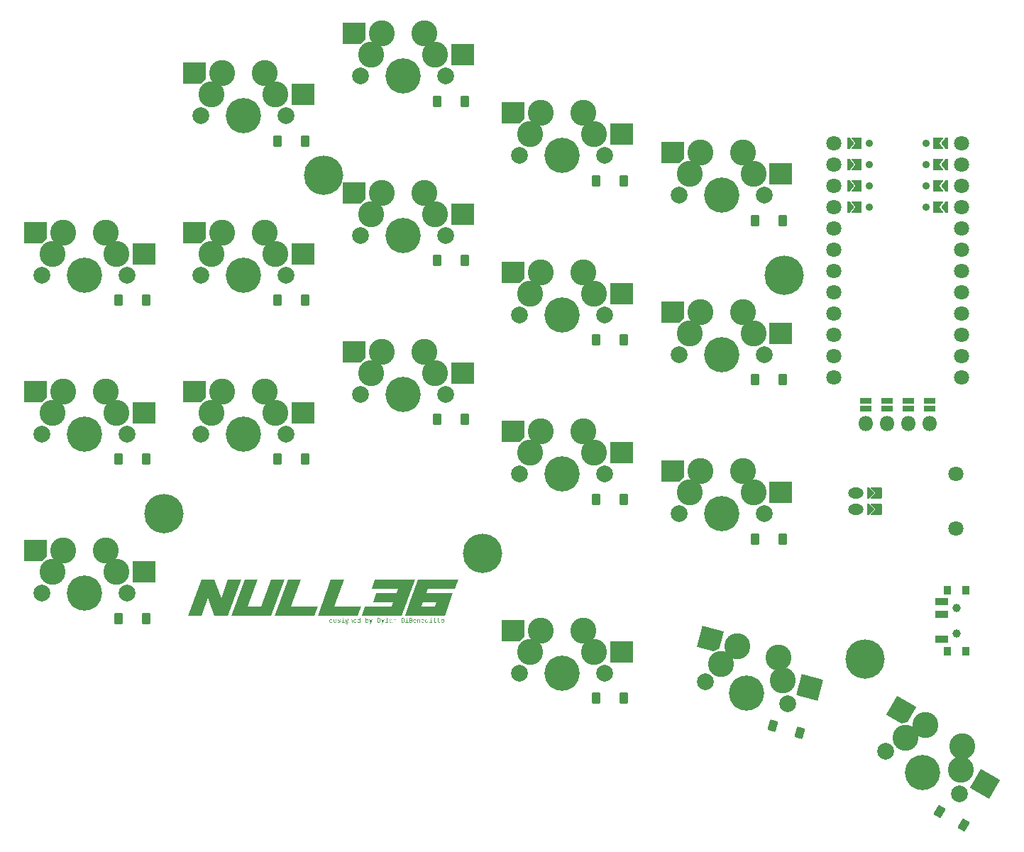
<source format=gbr>
%TF.GenerationSoftware,KiCad,Pcbnew,9.0.7*%
%TF.CreationDate,2026-01-26T01:07:57-05:00*%
%TF.ProjectId,v3,76332e6b-6963-4616-945f-706362585858,rev?*%
%TF.SameCoordinates,Original*%
%TF.FileFunction,Soldermask,Top*%
%TF.FilePolarity,Negative*%
%FSLAX46Y46*%
G04 Gerber Fmt 4.6, Leading zero omitted, Abs format (unit mm)*
G04 Created by KiCad (PCBNEW 9.0.7) date 2026-01-26 01:07:57*
%MOMM*%
%LPD*%
G01*
G04 APERTURE LIST*
G04 Aperture macros list*
%AMRoundRect*
0 Rectangle with rounded corners*
0 $1 Rounding radius*
0 $2 $3 $4 $5 $6 $7 $8 $9 X,Y pos of 4 corners*
0 Add a 4 corners polygon primitive as box body*
4,1,4,$2,$3,$4,$5,$6,$7,$8,$9,$2,$3,0*
0 Add four circle primitives for the rounded corners*
1,1,$1+$1,$2,$3*
1,1,$1+$1,$4,$5*
1,1,$1+$1,$6,$7*
1,1,$1+$1,$8,$9*
0 Add four rect primitives between the rounded corners*
20,1,$1+$1,$2,$3,$4,$5,0*
20,1,$1+$1,$4,$5,$6,$7,0*
20,1,$1+$1,$6,$7,$8,$9,0*
20,1,$1+$1,$8,$9,$2,$3,0*%
%AMFreePoly0*
4,1,16,0.635355,0.285355,0.650000,0.250000,0.650000,-1.000000,0.635355,-1.035355,0.600000,-1.050000,0.564645,-1.035355,0.000000,-0.470710,-0.564645,-1.035355,-0.600000,-1.050000,-0.635355,-1.035355,-0.650000,-1.000000,-0.650000,0.250000,-0.635355,0.285355,-0.600000,0.300000,0.600000,0.300000,0.635355,0.285355,0.635355,0.285355,$1*%
%AMFreePoly1*
4,1,14,0.035355,0.435355,0.635355,-0.164645,0.650000,-0.200000,0.650000,-0.400000,0.635355,-0.435355,0.600000,-0.450000,-0.600000,-0.450000,-0.635355,-0.435355,-0.650000,-0.400000,-0.650000,-0.200000,-0.635355,-0.164645,-0.035355,0.435355,0.000000,0.450000,0.035355,0.435355,0.035355,0.435355,$1*%
%AMFreePoly2*
4,1,16,-0.214645,0.660355,-0.210957,0.656235,0.289043,0.031235,0.299694,-0.005522,0.289043,-0.031235,-0.210957,-0.656235,-0.244478,-0.674694,-0.250000,-0.675000,-0.500000,-0.675000,-0.535355,-0.660355,-0.550000,-0.625000,-0.550000,0.625000,-0.535355,0.660355,-0.500000,0.675000,-0.250000,0.675000,-0.214645,0.660355,-0.214645,0.660355,$1*%
%AMFreePoly3*
4,1,16,0.535355,0.660355,0.550000,0.625000,0.550000,-0.625000,0.535355,-0.660355,0.500000,-0.675000,-0.650000,-0.675000,-0.685355,-0.660355,-0.700000,-0.625000,-0.689043,-0.593765,-0.214031,0.000000,-0.689043,0.593765,-0.699694,0.630522,-0.681235,0.664043,-0.650000,0.675000,0.500000,0.675000,0.535355,0.660355,0.535355,0.660355,$1*%
%AMFreePoly4*
4,1,14,1.310355,1.285355,1.325000,1.250000,1.325000,-0.750000,1.310355,-0.785355,0.810355,-1.285355,0.775000,-1.300000,-1.275000,-1.300000,-1.310355,-1.285355,-1.325000,-1.250000,-1.325000,1.250000,-1.310355,1.285355,-1.275000,1.300000,1.275000,1.300000,1.310355,1.285355,1.310355,1.285355,$1*%
G04 Aperture macros list end*
%ADD10C,0.000000*%
%ADD11RoundRect,0.050000X0.450000X0.600000X-0.450000X0.600000X-0.450000X-0.600000X0.450000X-0.600000X0*%
%ADD12RoundRect,0.050000X0.689711X0.294615X-0.089711X0.744615X-0.689711X-0.294615X0.089711X-0.744615X0*%
%ADD13C,4.700000*%
%ADD14FreePoly0,270.000000*%
%ADD15O,1.850000X1.300000*%
%ADD16FreePoly1,270.000000*%
%ADD17FreePoly2,180.000000*%
%ADD18C,1.800000*%
%ADD19FreePoly2,0.000000*%
%ADD20C,0.900000*%
%ADD21FreePoly3,180.000000*%
%ADD22FreePoly3,0.000000*%
%ADD23RoundRect,0.050000X0.589958X0.463087X-0.279375X0.696024X-0.589958X-0.463087X0.279375X-0.696024X0*%
%ADD24O,1.800000X1.800000*%
%ADD25RoundRect,0.050000X0.600000X-0.300000X0.600000X0.300000X-0.600000X0.300000X-0.600000X-0.300000X0*%
%ADD26RoundRect,0.050000X0.400000X-0.500000X0.400000X0.500000X-0.400000X0.500000X-0.400000X-0.500000X0*%
%ADD27C,1.000000*%
%ADD28RoundRect,0.050000X0.750000X-0.350000X0.750000X0.350000X-0.750000X0.350000X-0.750000X-0.350000X0*%
%ADD29C,2.000000*%
%ADD30C,3.100000*%
%ADD31C,4.200000*%
%ADD32RoundRect,0.050000X-1.275000X-1.250000X1.275000X-1.250000X1.275000X1.250000X-1.275000X1.250000X0*%
%ADD33FreePoly4,0.000000*%
%ADD34RoundRect,0.050000X-1.555079X-0.877413X0.908032X-1.537402X1.555079X0.877413X-0.908032X1.537402X0*%
%ADD35FreePoly4,345.000000*%
%ADD36RoundRect,0.050000X-1.729182X-0.445032X0.479182X-1.720032X1.729182X0.445032X-0.479182X1.720032X0*%
%ADD37FreePoly4,330.000000*%
G04 APERTURE END LIST*
D10*
G36*
X136045412Y-119794290D02*
G01*
X136048697Y-119794430D01*
X136051850Y-119794662D01*
X136054871Y-119794988D01*
X136057760Y-119795407D01*
X136060518Y-119795918D01*
X136063145Y-119796523D01*
X136065640Y-119797220D01*
X136068004Y-119798011D01*
X136070237Y-119798895D01*
X136072340Y-119799871D01*
X136074311Y-119800941D01*
X136076152Y-119802104D01*
X136077862Y-119803359D01*
X136079442Y-119804708D01*
X136080892Y-119806150D01*
X136082246Y-119807563D01*
X136083511Y-119809026D01*
X136084687Y-119810539D01*
X136085775Y-119812102D01*
X136086774Y-119813714D01*
X136087685Y-119815375D01*
X136088508Y-119817087D01*
X136089244Y-119818848D01*
X136089892Y-119820659D01*
X136090453Y-119822519D01*
X136090927Y-119824429D01*
X136091315Y-119826389D01*
X136091616Y-119828398D01*
X136091830Y-119830458D01*
X136091959Y-119832566D01*
X136092002Y-119834725D01*
X136092002Y-119847425D01*
X136091959Y-119849586D01*
X136091830Y-119851704D01*
X136091616Y-119853779D01*
X136091315Y-119855810D01*
X136090927Y-119857798D01*
X136090453Y-119859742D01*
X136089892Y-119861642D01*
X136089244Y-119863499D01*
X136088508Y-119865313D01*
X136087685Y-119867083D01*
X136086774Y-119868810D01*
X136085775Y-119870494D01*
X136084687Y-119872134D01*
X136083511Y-119873731D01*
X136082246Y-119875284D01*
X136080892Y-119876794D01*
X136079442Y-119878139D01*
X136077862Y-119879398D01*
X136076152Y-119880569D01*
X136074311Y-119881654D01*
X136072340Y-119882653D01*
X136070237Y-119883564D01*
X136068004Y-119884389D01*
X136065640Y-119885127D01*
X136063145Y-119885779D01*
X136060518Y-119886343D01*
X136057760Y-119886821D01*
X136054871Y-119887211D01*
X136051850Y-119887515D01*
X136048697Y-119887733D01*
X136045412Y-119887863D01*
X136041996Y-119887906D01*
X136038593Y-119887863D01*
X136035321Y-119887733D01*
X136032179Y-119887515D01*
X136029167Y-119887211D01*
X136026284Y-119886821D01*
X136023531Y-119886343D01*
X136020907Y-119885779D01*
X136018412Y-119885127D01*
X136016047Y-119884389D01*
X136013811Y-119883564D01*
X136011704Y-119882653D01*
X136009726Y-119881654D01*
X136007877Y-119880569D01*
X136006157Y-119879398D01*
X136004565Y-119878139D01*
X136003102Y-119876794D01*
X136001761Y-119875284D01*
X136000506Y-119873731D01*
X135999336Y-119872134D01*
X135998253Y-119870494D01*
X135997255Y-119868810D01*
X135996344Y-119867083D01*
X135995518Y-119865313D01*
X135994780Y-119863499D01*
X135994127Y-119861642D01*
X135993561Y-119859742D01*
X135993082Y-119857798D01*
X135992690Y-119855810D01*
X135992385Y-119853779D01*
X135992166Y-119851704D01*
X135992035Y-119849586D01*
X135991992Y-119847425D01*
X135991992Y-119834725D01*
X135992035Y-119832566D01*
X135992166Y-119830458D01*
X135992385Y-119828398D01*
X135992690Y-119826389D01*
X135993082Y-119824429D01*
X135993561Y-119822519D01*
X135994127Y-119820659D01*
X135994780Y-119818848D01*
X135995518Y-119817087D01*
X135996344Y-119815375D01*
X135997255Y-119813714D01*
X135998253Y-119812102D01*
X135999336Y-119810539D01*
X136000506Y-119809026D01*
X136001761Y-119807563D01*
X136003102Y-119806150D01*
X136004565Y-119804708D01*
X136006157Y-119803359D01*
X136007877Y-119802104D01*
X136009726Y-119800941D01*
X136011704Y-119799871D01*
X136013811Y-119798895D01*
X136016047Y-119798011D01*
X136018412Y-119797220D01*
X136020907Y-119796523D01*
X136023531Y-119795918D01*
X136026284Y-119795407D01*
X136029167Y-119794988D01*
X136032179Y-119794662D01*
X136035321Y-119794430D01*
X136038593Y-119794290D01*
X136041996Y-119794244D01*
X136045412Y-119794290D01*
G37*
G36*
X133189805Y-119794290D02*
G01*
X133193077Y-119794430D01*
X133196220Y-119794662D01*
X133199233Y-119794988D01*
X133202115Y-119795407D01*
X133204869Y-119795918D01*
X133207492Y-119796523D01*
X133209987Y-119797220D01*
X133212351Y-119798011D01*
X133214587Y-119798895D01*
X133216694Y-119799871D01*
X133218672Y-119800941D01*
X133220520Y-119802104D01*
X133222241Y-119803359D01*
X133223832Y-119804708D01*
X133225296Y-119806150D01*
X133226637Y-119807563D01*
X133227893Y-119809026D01*
X133229063Y-119810539D01*
X133230147Y-119812102D01*
X133231145Y-119813714D01*
X133232056Y-119815375D01*
X133232882Y-119817087D01*
X133233621Y-119818848D01*
X133234273Y-119820659D01*
X133234839Y-119822519D01*
X133235318Y-119824429D01*
X133235710Y-119826389D01*
X133236015Y-119828398D01*
X133236233Y-119830458D01*
X133236364Y-119832566D01*
X133236408Y-119834725D01*
X133236408Y-119847425D01*
X133236364Y-119849586D01*
X133236233Y-119851704D01*
X133236015Y-119853779D01*
X133235710Y-119855810D01*
X133235318Y-119857798D01*
X133234839Y-119859742D01*
X133234273Y-119861642D01*
X133233621Y-119863499D01*
X133232882Y-119865313D01*
X133232056Y-119867083D01*
X133231145Y-119868810D01*
X133230147Y-119870494D01*
X133229063Y-119872134D01*
X133227893Y-119873731D01*
X133226637Y-119875284D01*
X133225296Y-119876794D01*
X133223832Y-119878139D01*
X133222241Y-119879398D01*
X133220520Y-119880569D01*
X133218672Y-119881654D01*
X133216694Y-119882653D01*
X133214587Y-119883564D01*
X133212351Y-119884389D01*
X133209987Y-119885127D01*
X133207492Y-119885779D01*
X133204869Y-119886343D01*
X133202115Y-119886821D01*
X133199233Y-119887211D01*
X133196220Y-119887515D01*
X133193077Y-119887733D01*
X133189805Y-119887863D01*
X133186402Y-119887906D01*
X133182985Y-119887863D01*
X133179701Y-119887733D01*
X133176548Y-119887515D01*
X133173527Y-119887211D01*
X133170637Y-119886821D01*
X133167880Y-119886343D01*
X133165253Y-119885779D01*
X133162758Y-119885127D01*
X133160394Y-119884389D01*
X133158161Y-119883564D01*
X133156059Y-119882653D01*
X133154088Y-119881654D01*
X133152248Y-119880569D01*
X133150538Y-119879398D01*
X133148959Y-119878139D01*
X133147510Y-119876794D01*
X133146155Y-119875284D01*
X133144890Y-119873731D01*
X133143713Y-119872134D01*
X133142625Y-119870494D01*
X133141625Y-119868810D01*
X133140713Y-119867083D01*
X133139890Y-119865313D01*
X133139154Y-119863499D01*
X133138505Y-119861642D01*
X133137944Y-119859742D01*
X133137470Y-119857798D01*
X133137083Y-119855810D01*
X133136782Y-119853779D01*
X133136567Y-119851704D01*
X133136438Y-119849586D01*
X133136396Y-119847425D01*
X133136396Y-119834725D01*
X133136438Y-119832566D01*
X133136567Y-119830458D01*
X133136782Y-119828398D01*
X133137083Y-119826389D01*
X133137470Y-119824429D01*
X133137944Y-119822519D01*
X133138505Y-119820659D01*
X133139154Y-119818848D01*
X133139890Y-119817087D01*
X133140713Y-119815375D01*
X133141625Y-119813714D01*
X133142625Y-119812102D01*
X133143713Y-119810539D01*
X133144890Y-119809026D01*
X133146155Y-119807563D01*
X133147510Y-119806150D01*
X133148959Y-119804708D01*
X133150538Y-119803359D01*
X133152248Y-119802104D01*
X133154088Y-119800941D01*
X133156059Y-119799871D01*
X133158161Y-119798895D01*
X133160394Y-119798011D01*
X133162758Y-119797220D01*
X133165253Y-119796523D01*
X133167880Y-119795918D01*
X133170637Y-119795407D01*
X133173527Y-119794988D01*
X133176548Y-119794662D01*
X133179701Y-119794430D01*
X133182985Y-119794290D01*
X133186402Y-119794244D01*
X133189805Y-119794290D01*
G37*
G36*
X125574740Y-119794290D02*
G01*
X125578025Y-119794430D01*
X125581178Y-119794662D01*
X125584199Y-119794988D01*
X125587088Y-119795407D01*
X125589846Y-119795918D01*
X125592473Y-119796523D01*
X125594968Y-119797220D01*
X125597332Y-119798011D01*
X125599565Y-119798895D01*
X125601667Y-119799871D01*
X125603638Y-119800941D01*
X125605479Y-119802104D01*
X125607189Y-119803359D01*
X125608768Y-119804708D01*
X125610217Y-119806150D01*
X125611572Y-119807563D01*
X125612837Y-119809026D01*
X125614014Y-119810539D01*
X125615102Y-119812102D01*
X125616101Y-119813714D01*
X125617013Y-119815375D01*
X125617836Y-119817087D01*
X125618572Y-119818848D01*
X125619220Y-119820659D01*
X125619782Y-119822519D01*
X125620256Y-119824429D01*
X125620643Y-119826389D01*
X125620944Y-119828398D01*
X125621159Y-119830458D01*
X125621288Y-119832566D01*
X125621331Y-119834725D01*
X125621331Y-119847425D01*
X125621288Y-119849586D01*
X125621159Y-119851704D01*
X125620944Y-119853779D01*
X125620643Y-119855810D01*
X125620256Y-119857798D01*
X125619782Y-119859742D01*
X125619220Y-119861642D01*
X125618572Y-119863499D01*
X125617836Y-119865313D01*
X125617013Y-119867083D01*
X125616101Y-119868810D01*
X125615102Y-119870494D01*
X125614014Y-119872134D01*
X125612837Y-119873731D01*
X125611572Y-119875284D01*
X125610217Y-119876794D01*
X125608768Y-119878139D01*
X125607189Y-119879398D01*
X125605479Y-119880569D01*
X125603638Y-119881654D01*
X125601667Y-119882653D01*
X125599565Y-119883564D01*
X125597332Y-119884389D01*
X125594968Y-119885127D01*
X125592473Y-119885779D01*
X125589846Y-119886343D01*
X125587088Y-119886821D01*
X125584199Y-119887211D01*
X125581178Y-119887515D01*
X125578025Y-119887733D01*
X125574740Y-119887863D01*
X125571323Y-119887906D01*
X125567921Y-119887863D01*
X125564648Y-119887733D01*
X125561506Y-119887515D01*
X125558493Y-119887211D01*
X125555610Y-119886821D01*
X125552857Y-119886343D01*
X125550233Y-119885779D01*
X125547739Y-119885127D01*
X125545374Y-119884389D01*
X125543138Y-119883564D01*
X125541031Y-119882653D01*
X125539054Y-119881654D01*
X125537205Y-119880569D01*
X125535484Y-119879398D01*
X125533893Y-119878139D01*
X125532429Y-119876794D01*
X125531088Y-119875284D01*
X125529833Y-119873731D01*
X125528663Y-119872134D01*
X125527579Y-119870494D01*
X125526581Y-119868810D01*
X125525670Y-119867083D01*
X125524844Y-119865313D01*
X125524105Y-119863499D01*
X125523453Y-119861642D01*
X125522887Y-119859742D01*
X125522408Y-119857798D01*
X125522016Y-119855810D01*
X125521710Y-119853779D01*
X125521492Y-119851704D01*
X125521361Y-119849586D01*
X125521317Y-119847425D01*
X125521317Y-119834725D01*
X125521361Y-119832566D01*
X125521492Y-119830458D01*
X125521710Y-119828398D01*
X125522016Y-119826389D01*
X125522408Y-119824429D01*
X125522887Y-119822519D01*
X125523453Y-119820659D01*
X125524105Y-119818848D01*
X125524844Y-119817087D01*
X125525670Y-119815375D01*
X125526581Y-119813714D01*
X125527579Y-119812102D01*
X125528663Y-119810539D01*
X125529833Y-119809026D01*
X125531088Y-119807563D01*
X125532429Y-119806150D01*
X125533893Y-119804708D01*
X125535484Y-119803359D01*
X125537205Y-119802104D01*
X125539054Y-119800941D01*
X125541031Y-119799871D01*
X125543138Y-119798895D01*
X125545374Y-119798011D01*
X125547739Y-119797220D01*
X125550233Y-119796523D01*
X125552857Y-119795918D01*
X125555610Y-119795407D01*
X125558493Y-119794988D01*
X125561506Y-119794662D01*
X125564648Y-119794430D01*
X125567921Y-119794290D01*
X125571323Y-119794244D01*
X125574740Y-119794290D01*
G37*
G36*
X136961396Y-119978394D02*
G01*
X137147927Y-119978394D01*
X137147927Y-120032369D01*
X136961396Y-120032369D01*
X136961396Y-120333994D01*
X137147927Y-120333994D01*
X137147927Y-120387969D01*
X136988383Y-120387969D01*
X136982616Y-120387866D01*
X136977043Y-120387560D01*
X136971663Y-120387048D01*
X136966476Y-120386332D01*
X136961483Y-120385411D01*
X136956684Y-120384285D01*
X136952078Y-120382955D01*
X136947665Y-120381420D01*
X136943446Y-120379681D01*
X136939420Y-120377737D01*
X136935587Y-120375588D01*
X136931949Y-120373235D01*
X136928503Y-120370677D01*
X136925251Y-120367914D01*
X136922192Y-120364947D01*
X136919327Y-120361775D01*
X136916732Y-120358442D01*
X136914304Y-120354991D01*
X136912044Y-120351422D01*
X136909951Y-120347736D01*
X136908026Y-120343932D01*
X136906268Y-120340010D01*
X136904678Y-120335970D01*
X136903254Y-120331812D01*
X136901999Y-120327536D01*
X136900911Y-120323143D01*
X136899990Y-120318632D01*
X136899236Y-120314002D01*
X136898650Y-120309255D01*
X136898232Y-120304390D01*
X136897981Y-120299407D01*
X136897897Y-120294306D01*
X136897897Y-120032369D01*
X136761373Y-120032369D01*
X136761373Y-119978394D01*
X136862972Y-119978394D01*
X136865497Y-119978363D01*
X136867924Y-119978270D01*
X136870253Y-119978115D01*
X136872482Y-119977898D01*
X136874613Y-119977619D01*
X136876646Y-119977278D01*
X136878579Y-119976875D01*
X136880415Y-119976410D01*
X136882151Y-119975883D01*
X136883789Y-119975294D01*
X136885328Y-119974643D01*
X136886769Y-119973930D01*
X136888111Y-119973155D01*
X136889354Y-119972317D01*
X136890499Y-119971418D01*
X136891545Y-119970456D01*
X136892599Y-119969319D01*
X136893585Y-119968088D01*
X136894503Y-119966764D01*
X136895355Y-119965347D01*
X136896139Y-119963837D01*
X136896856Y-119962234D01*
X136897505Y-119960538D01*
X136898086Y-119958748D01*
X136898599Y-119956866D01*
X136899044Y-119954891D01*
X136899421Y-119952822D01*
X136899730Y-119950661D01*
X136899970Y-119948407D01*
X136900142Y-119946060D01*
X136900245Y-119943620D01*
X136900280Y-119941087D01*
X136900280Y-119833931D01*
X136961396Y-119833931D01*
X136961396Y-119978394D01*
G37*
G36*
X136485385Y-119978394D02*
G01*
X136671915Y-119978394D01*
X136671915Y-120032369D01*
X136485385Y-120032369D01*
X136485385Y-120333994D01*
X136671915Y-120333994D01*
X136671915Y-120387969D01*
X136512373Y-120387969D01*
X136506620Y-120387866D01*
X136501058Y-120387560D01*
X136495688Y-120387048D01*
X136490510Y-120386332D01*
X136485523Y-120385411D01*
X136480728Y-120384285D01*
X136476125Y-120382955D01*
X136471713Y-120381420D01*
X136467493Y-120379681D01*
X136463464Y-120377737D01*
X136459627Y-120375588D01*
X136455982Y-120373235D01*
X136452528Y-120370677D01*
X136449266Y-120367914D01*
X136446196Y-120364947D01*
X136443317Y-120361775D01*
X136440722Y-120358442D01*
X136438294Y-120354991D01*
X136436033Y-120351422D01*
X136433940Y-120347736D01*
X136432014Y-120343932D01*
X136430256Y-120340010D01*
X136428666Y-120335970D01*
X136427242Y-120331812D01*
X136425987Y-120327536D01*
X136424898Y-120323143D01*
X136423977Y-120318632D01*
X136423224Y-120314002D01*
X136422638Y-120309255D01*
X136422219Y-120304390D01*
X136421968Y-120299407D01*
X136421884Y-120294306D01*
X136421884Y-120032369D01*
X136285361Y-120032369D01*
X136285361Y-119978394D01*
X136386959Y-119978394D01*
X136389499Y-119978363D01*
X136391938Y-119978270D01*
X136394277Y-119978115D01*
X136396515Y-119977898D01*
X136398653Y-119977619D01*
X136400690Y-119977278D01*
X136402626Y-119976875D01*
X136404463Y-119976410D01*
X136406198Y-119975883D01*
X136407833Y-119975294D01*
X136409368Y-119974643D01*
X136410803Y-119973930D01*
X136412136Y-119973155D01*
X136413370Y-119972317D01*
X136414503Y-119971418D01*
X136415535Y-119970456D01*
X136416602Y-119969319D01*
X136417597Y-119968088D01*
X136418523Y-119966764D01*
X136419378Y-119965347D01*
X136420164Y-119963837D01*
X136420880Y-119962234D01*
X136421527Y-119960538D01*
X136422104Y-119958748D01*
X136422613Y-119956866D01*
X136423054Y-119954891D01*
X136423425Y-119952822D01*
X136423729Y-119950661D01*
X136423965Y-119948407D01*
X136424133Y-119946060D01*
X136424234Y-119943620D01*
X136424267Y-119941087D01*
X136424267Y-119833931D01*
X136485385Y-119833931D01*
X136485385Y-119978394D01*
G37*
G36*
X136073748Y-120333994D02*
G01*
X136211860Y-120333994D01*
X136211860Y-120387969D01*
X135862609Y-120387969D01*
X135862609Y-120333994D01*
X136010245Y-120333994D01*
X136010245Y-120032369D01*
X135862609Y-120032369D01*
X135862609Y-119978394D01*
X136073748Y-119978394D01*
X136073748Y-120333994D01*
G37*
G36*
X134619755Y-119969030D02*
G01*
X134627493Y-119969514D01*
X134635032Y-119970320D01*
X134642373Y-119971448D01*
X134649515Y-119972899D01*
X134656459Y-119974672D01*
X134663204Y-119976768D01*
X134669751Y-119979186D01*
X134676100Y-119981927D01*
X134682251Y-119984991D01*
X134688204Y-119988376D01*
X134693960Y-119992085D01*
X134699517Y-119996116D01*
X134704877Y-120000469D01*
X134710040Y-120005145D01*
X134715005Y-120010144D01*
X134719719Y-120015337D01*
X134724128Y-120020797D01*
X134728233Y-120026524D01*
X134732032Y-120032517D01*
X134735527Y-120038777D01*
X134738717Y-120045304D01*
X134741603Y-120052097D01*
X134744185Y-120059157D01*
X134746463Y-120066483D01*
X134748436Y-120074077D01*
X134750106Y-120081937D01*
X134751472Y-120090063D01*
X134752534Y-120098457D01*
X134753292Y-120107117D01*
X134753747Y-120116044D01*
X134753899Y-120125238D01*
X134753899Y-120387969D01*
X134690400Y-120387969D01*
X134690400Y-120136350D01*
X134690304Y-120129421D01*
X134690017Y-120122721D01*
X134689537Y-120116250D01*
X134688866Y-120110009D01*
X134688003Y-120103997D01*
X134686947Y-120098215D01*
X134685699Y-120092662D01*
X134684258Y-120087338D01*
X134682626Y-120082244D01*
X134680800Y-120077379D01*
X134678781Y-120072743D01*
X134676570Y-120068337D01*
X134674166Y-120064160D01*
X134671568Y-120060213D01*
X134668777Y-120056495D01*
X134665793Y-120053006D01*
X134662623Y-120049642D01*
X134659274Y-120046496D01*
X134655746Y-120043566D01*
X134652040Y-120040853D01*
X134648154Y-120038357D01*
X134644089Y-120036078D01*
X134639845Y-120034016D01*
X134635422Y-120032171D01*
X134630819Y-120030543D01*
X134626036Y-120029133D01*
X134621074Y-120027939D01*
X134615932Y-120026962D01*
X134610610Y-120026202D01*
X134605108Y-120025659D01*
X134599425Y-120025334D01*
X134593563Y-120025225D01*
X134588811Y-120025300D01*
X134584083Y-120025523D01*
X134579380Y-120025895D01*
X134574701Y-120026416D01*
X134570048Y-120027085D01*
X134565423Y-120027904D01*
X134560824Y-120028872D01*
X134556255Y-120029988D01*
X134551761Y-120031253D01*
X134547387Y-120032667D01*
X134543134Y-120034229D01*
X134541052Y-120035066D01*
X134539002Y-120035941D01*
X134536982Y-120036852D01*
X134534993Y-120037801D01*
X134533035Y-120038787D01*
X134531108Y-120039810D01*
X134529212Y-120040870D01*
X134527347Y-120041968D01*
X134525514Y-120043103D01*
X134523712Y-120044275D01*
X134521948Y-120045487D01*
X134520226Y-120046743D01*
X134518547Y-120048042D01*
X134516912Y-120049384D01*
X134515320Y-120050770D01*
X134513771Y-120052199D01*
X134512266Y-120053672D01*
X134510804Y-120055188D01*
X134509386Y-120056747D01*
X134508012Y-120058350D01*
X134506681Y-120059997D01*
X134505395Y-120061687D01*
X134504153Y-120063420D01*
X134502955Y-120065197D01*
X134501801Y-120067017D01*
X134500692Y-120068881D01*
X134499639Y-120070785D01*
X134498653Y-120072727D01*
X134497735Y-120074705D01*
X134496884Y-120076720D01*
X134496100Y-120078773D01*
X134495384Y-120080863D01*
X134494735Y-120082989D01*
X134494154Y-120085153D01*
X134493642Y-120087354D01*
X134493197Y-120089593D01*
X134492820Y-120091868D01*
X134492511Y-120094181D01*
X134492271Y-120096532D01*
X134492099Y-120098919D01*
X134491996Y-120101344D01*
X134491962Y-120103806D01*
X134491962Y-120387969D01*
X134428463Y-120387969D01*
X134428463Y-119978394D01*
X134491962Y-119978394D01*
X134491962Y-120045069D01*
X134495137Y-120045069D01*
X134496766Y-120041322D01*
X134498499Y-120037626D01*
X134500334Y-120033979D01*
X134502271Y-120030382D01*
X134504308Y-120026835D01*
X134506444Y-120023338D01*
X134508679Y-120019891D01*
X134511012Y-120016494D01*
X134512218Y-120014723D01*
X134513457Y-120012984D01*
X134514726Y-120011276D01*
X134516027Y-120009598D01*
X134517358Y-120007952D01*
X134518721Y-120006337D01*
X134520115Y-120004753D01*
X134521539Y-120003199D01*
X134522994Y-120001677D01*
X134524480Y-120000186D01*
X134525996Y-119998725D01*
X134527543Y-119997296D01*
X134529120Y-119995897D01*
X134530727Y-119994530D01*
X134532364Y-119993193D01*
X134534030Y-119991887D01*
X134535835Y-119990613D01*
X134537676Y-119989369D01*
X134539555Y-119988156D01*
X134541471Y-119986975D01*
X134543425Y-119985824D01*
X134545416Y-119984705D01*
X134547443Y-119983616D01*
X134549509Y-119982559D01*
X134551611Y-119981533D01*
X134553751Y-119980537D01*
X134555927Y-119979573D01*
X134558141Y-119978640D01*
X134560393Y-119977738D01*
X134562681Y-119976867D01*
X134565007Y-119976028D01*
X134567369Y-119975219D01*
X134569775Y-119974450D01*
X134572232Y-119973731D01*
X134574738Y-119973062D01*
X134577294Y-119972442D01*
X134579900Y-119971871D01*
X134582556Y-119971350D01*
X134585261Y-119970879D01*
X134588015Y-119970457D01*
X134590819Y-119970085D01*
X134593673Y-119969762D01*
X134599526Y-119969266D01*
X134605575Y-119968968D01*
X134611818Y-119968869D01*
X134619755Y-119969030D01*
G37*
G36*
X133665586Y-119834083D02*
G01*
X133674153Y-119834539D01*
X133682478Y-119835299D01*
X133690561Y-119836362D01*
X133698403Y-119837729D01*
X133706003Y-119839400D01*
X133713361Y-119841375D01*
X133720477Y-119843654D01*
X133727351Y-119846236D01*
X133733983Y-119849123D01*
X133740373Y-119852313D01*
X133746522Y-119855808D01*
X133752429Y-119859606D01*
X133758094Y-119863708D01*
X133763517Y-119868115D01*
X133768698Y-119872825D01*
X133773600Y-119877789D01*
X133778186Y-119882958D01*
X133782455Y-119888332D01*
X133786408Y-119893910D01*
X133790045Y-119899692D01*
X133793366Y-119905679D01*
X133796371Y-119911871D01*
X133799059Y-119918267D01*
X133801431Y-119924868D01*
X133803487Y-119931674D01*
X133805227Y-119938684D01*
X133806650Y-119945899D01*
X133807757Y-119953319D01*
X133808547Y-119960943D01*
X133809022Y-119968772D01*
X133809180Y-119976806D01*
X133809084Y-119982973D01*
X133808797Y-119988973D01*
X133808317Y-119994805D01*
X133807646Y-120000470D01*
X133806782Y-120005967D01*
X133805727Y-120011297D01*
X133804479Y-120016460D01*
X133803038Y-120021455D01*
X133801405Y-120026282D01*
X133799580Y-120030943D01*
X133797561Y-120035435D01*
X133795350Y-120039761D01*
X133792945Y-120043918D01*
X133790348Y-120047909D01*
X133787557Y-120051732D01*
X133784573Y-120055387D01*
X133781540Y-120058894D01*
X133778396Y-120062271D01*
X133775141Y-120065517D01*
X133771773Y-120068633D01*
X133768295Y-120071619D01*
X133764704Y-120074475D01*
X133761002Y-120077200D01*
X133757188Y-120079795D01*
X133753263Y-120082260D01*
X133749226Y-120084595D01*
X133745077Y-120086800D01*
X133740817Y-120088874D01*
X133736445Y-120090818D01*
X133731962Y-120092632D01*
X133727367Y-120094315D01*
X133722660Y-120095869D01*
X133722660Y-120098250D01*
X133728445Y-120099716D01*
X133734101Y-120101337D01*
X133739628Y-120103114D01*
X133745026Y-120105045D01*
X133750295Y-120107132D01*
X133755434Y-120109374D01*
X133760443Y-120111770D01*
X133765323Y-120114322D01*
X133770073Y-120117029D01*
X133774691Y-120119891D01*
X133779180Y-120122908D01*
X133783537Y-120126080D01*
X133787763Y-120129407D01*
X133791858Y-120132889D01*
X133795821Y-120136527D01*
X133799652Y-120140319D01*
X133803300Y-120144197D01*
X133806714Y-120148292D01*
X133809893Y-120152605D01*
X133812838Y-120157135D01*
X133815547Y-120161881D01*
X133818021Y-120166845D01*
X133820260Y-120172026D01*
X133822264Y-120177424D01*
X133824033Y-120183040D01*
X133825566Y-120188872D01*
X133826863Y-120194921D01*
X133827925Y-120201188D01*
X133828751Y-120207672D01*
X133829341Y-120214372D01*
X133829696Y-120221290D01*
X133829814Y-120228425D01*
X133829770Y-120232577D01*
X133829639Y-120236697D01*
X133829421Y-120240787D01*
X133829116Y-120244845D01*
X133828724Y-120248873D01*
X133828245Y-120252869D01*
X133827679Y-120256835D01*
X133827027Y-120260769D01*
X133826288Y-120264673D01*
X133825463Y-120268545D01*
X133824551Y-120272387D01*
X133823554Y-120276198D01*
X133822470Y-120279977D01*
X133821300Y-120283726D01*
X133820045Y-120287444D01*
X133818704Y-120291131D01*
X133817281Y-120294772D01*
X133815783Y-120298350D01*
X133814208Y-120301866D01*
X133812559Y-120305321D01*
X133810834Y-120308713D01*
X133809033Y-120312043D01*
X133807158Y-120315311D01*
X133805209Y-120318517D01*
X133803185Y-120321660D01*
X133801086Y-120324742D01*
X133798914Y-120327762D01*
X133796669Y-120330720D01*
X133794349Y-120333615D01*
X133791957Y-120336449D01*
X133789491Y-120339221D01*
X133786953Y-120341931D01*
X133784437Y-120344576D01*
X133781859Y-120347152D01*
X133779220Y-120349661D01*
X133776520Y-120352101D01*
X133773758Y-120354473D01*
X133770935Y-120356776D01*
X133768051Y-120359012D01*
X133765105Y-120361179D01*
X133762098Y-120363278D01*
X133759029Y-120365308D01*
X133755899Y-120367271D01*
X133752708Y-120369166D01*
X133749455Y-120370992D01*
X133746141Y-120372750D01*
X133742765Y-120374440D01*
X133739328Y-120376062D01*
X133735931Y-120377504D01*
X133732499Y-120378853D01*
X133729032Y-120380109D01*
X133725528Y-120381271D01*
X133721988Y-120382341D01*
X133718412Y-120383318D01*
X133714799Y-120384202D01*
X133711149Y-120384992D01*
X133707462Y-120385690D01*
X133703737Y-120386294D01*
X133699975Y-120386806D01*
X133696175Y-120387225D01*
X133692336Y-120387550D01*
X133688460Y-120387783D01*
X133684544Y-120387922D01*
X133680590Y-120387969D01*
X133468659Y-120387969D01*
X133468659Y-120330025D01*
X133468659Y-120129206D01*
X133535334Y-120129206D01*
X133535334Y-120330025D01*
X133660746Y-120330025D01*
X133666427Y-120329944D01*
X133671953Y-120329702D01*
X133677323Y-120329299D01*
X133682536Y-120328734D01*
X133687594Y-120328009D01*
X133692496Y-120327122D01*
X133697242Y-120326074D01*
X133701833Y-120324864D01*
X133706268Y-120323494D01*
X133710549Y-120321962D01*
X133714674Y-120320269D01*
X133718644Y-120318415D01*
X133722459Y-120316400D01*
X133726119Y-120314223D01*
X133729625Y-120311886D01*
X133732976Y-120309387D01*
X133736148Y-120306721D01*
X133739116Y-120303881D01*
X133741878Y-120300868D01*
X133744437Y-120297681D01*
X133746790Y-120294320D01*
X133748939Y-120290785D01*
X133750883Y-120287077D01*
X133752623Y-120283195D01*
X133754158Y-120279139D01*
X133755488Y-120274910D01*
X133756613Y-120270507D01*
X133757534Y-120265930D01*
X133758251Y-120261180D01*
X133758762Y-120256256D01*
X133759069Y-120251159D01*
X133759172Y-120245888D01*
X133759172Y-120213343D01*
X133759069Y-120208169D01*
X133758762Y-120203162D01*
X133758251Y-120198322D01*
X133757534Y-120193650D01*
X133756613Y-120189144D01*
X133755488Y-120184806D01*
X133754158Y-120180636D01*
X133752623Y-120176633D01*
X133750883Y-120172797D01*
X133748939Y-120169129D01*
X133746790Y-120165628D01*
X133744437Y-120162295D01*
X133741878Y-120159129D01*
X133739116Y-120156131D01*
X133736148Y-120153300D01*
X133732976Y-120150637D01*
X133729625Y-120148042D01*
X133726119Y-120145614D01*
X133722459Y-120143354D01*
X133718644Y-120141261D01*
X133714674Y-120139336D01*
X133710549Y-120137578D01*
X133706268Y-120135987D01*
X133701833Y-120134564D01*
X133697242Y-120133308D01*
X133692496Y-120132220D01*
X133687594Y-120131299D01*
X133682536Y-120130546D01*
X133677323Y-120129960D01*
X133671953Y-120129541D01*
X133666427Y-120129290D01*
X133660746Y-120129206D01*
X133535334Y-120129206D01*
X133468659Y-120129206D01*
X133468659Y-120074437D01*
X133468659Y-119891875D01*
X133535334Y-119891875D01*
X133535334Y-120074437D01*
X133649633Y-120074437D01*
X133654816Y-120074366D01*
X133659858Y-120074152D01*
X133664758Y-120073795D01*
X133669516Y-120073296D01*
X133674132Y-120072654D01*
X133678607Y-120071869D01*
X133682939Y-120070942D01*
X133687129Y-120069872D01*
X133691177Y-120068660D01*
X133695082Y-120067305D01*
X133698845Y-120065807D01*
X133702465Y-120064167D01*
X133705942Y-120062385D01*
X133709276Y-120060459D01*
X133712467Y-120058391D01*
X133715515Y-120056181D01*
X133718398Y-120053725D01*
X133721096Y-120051121D01*
X133723607Y-120048368D01*
X133725933Y-120045465D01*
X133728072Y-120042415D01*
X133730026Y-120039215D01*
X133731793Y-120035866D01*
X133733374Y-120032369D01*
X133734770Y-120028722D01*
X133735979Y-120024927D01*
X133737002Y-120020983D01*
X133737839Y-120016890D01*
X133738490Y-120012649D01*
X133738955Y-120008258D01*
X133739235Y-120003719D01*
X133739328Y-119999031D01*
X133739328Y-119968075D01*
X133739235Y-119963387D01*
X133738955Y-119958848D01*
X133738490Y-119954457D01*
X133737839Y-119950216D01*
X133737002Y-119946123D01*
X133735979Y-119942179D01*
X133734770Y-119938384D01*
X133733374Y-119934738D01*
X133731793Y-119931240D01*
X133730026Y-119927891D01*
X133728072Y-119924692D01*
X133725933Y-119921641D01*
X133723607Y-119918739D01*
X133721096Y-119915985D01*
X133718398Y-119913381D01*
X133715515Y-119910925D01*
X133712467Y-119908618D01*
X133709276Y-119906460D01*
X133705942Y-119904451D01*
X133702465Y-119902591D01*
X133698845Y-119900879D01*
X133695082Y-119899317D01*
X133691177Y-119897903D01*
X133687129Y-119896638D01*
X133682939Y-119895521D01*
X133678607Y-119894554D01*
X133674132Y-119893735D01*
X133669516Y-119893066D01*
X133664758Y-119892545D01*
X133659858Y-119892173D01*
X133654816Y-119891949D01*
X133649633Y-119891875D01*
X133535334Y-119891875D01*
X133468659Y-119891875D01*
X133468659Y-119833931D01*
X133656777Y-119833931D01*
X133665586Y-119834083D01*
G37*
G36*
X133218152Y-120333994D02*
G01*
X133356264Y-120333994D01*
X133356264Y-120387969D01*
X133007013Y-120387969D01*
X133007013Y-120333994D01*
X133154653Y-120333994D01*
X133154653Y-120032369D01*
X133007013Y-120032369D01*
X133007013Y-119978394D01*
X133218152Y-119978394D01*
X133218152Y-120333994D01*
G37*
G36*
X132689625Y-119834204D02*
G01*
X132701718Y-119835023D01*
X132713408Y-119836387D01*
X132724696Y-119838297D01*
X132735582Y-119840752D01*
X132746065Y-119843753D01*
X132756146Y-119847300D01*
X132765824Y-119851393D01*
X132775099Y-119856031D01*
X132783971Y-119861215D01*
X132792440Y-119866945D01*
X132800506Y-119873221D01*
X132808169Y-119880042D01*
X132815429Y-119887410D01*
X132822285Y-119895322D01*
X132828737Y-119903781D01*
X132834793Y-119912777D01*
X132840458Y-119922299D01*
X132845732Y-119932348D01*
X132850616Y-119942925D01*
X132855108Y-119954028D01*
X132859210Y-119965658D01*
X132862922Y-119977816D01*
X132866242Y-119990500D01*
X132869172Y-120003712D01*
X132871712Y-120017451D01*
X132873860Y-120031716D01*
X132875618Y-120046509D01*
X132876985Y-120061829D01*
X132877962Y-120077675D01*
X132878548Y-120094049D01*
X132878743Y-120110950D01*
X132878548Y-120127851D01*
X132877962Y-120144224D01*
X132876985Y-120160071D01*
X132875618Y-120175391D01*
X132873860Y-120190184D01*
X132871712Y-120204449D01*
X132869172Y-120218188D01*
X132866242Y-120231400D01*
X132862922Y-120244084D01*
X132859210Y-120256242D01*
X132855108Y-120267872D01*
X132850616Y-120278976D01*
X132845732Y-120289552D01*
X132840458Y-120299601D01*
X132834793Y-120309124D01*
X132828737Y-120318119D01*
X132822285Y-120326578D01*
X132815429Y-120334491D01*
X132808169Y-120341858D01*
X132804388Y-120345337D01*
X132800506Y-120348679D01*
X132796524Y-120351885D01*
X132792440Y-120354955D01*
X132788256Y-120357888D01*
X132783971Y-120360685D01*
X132779586Y-120363345D01*
X132775099Y-120365869D01*
X132765824Y-120370507D01*
X132756146Y-120374600D01*
X132746065Y-120378147D01*
X132735582Y-120381148D01*
X132724696Y-120383604D01*
X132713408Y-120385513D01*
X132701718Y-120386878D01*
X132689625Y-120387696D01*
X132677130Y-120387969D01*
X132522351Y-120387969D01*
X132522351Y-120330025D01*
X132522351Y-119891875D01*
X132589025Y-119891875D01*
X132589025Y-120330025D01*
X132673958Y-120330025D01*
X132682162Y-120329845D01*
X132690106Y-120329305D01*
X132697789Y-120328406D01*
X132705211Y-120327148D01*
X132712373Y-120325529D01*
X132719275Y-120323551D01*
X132725916Y-120321214D01*
X132732297Y-120318516D01*
X132738418Y-120315459D01*
X132744278Y-120312042D01*
X132749877Y-120308266D01*
X132755216Y-120304130D01*
X132760295Y-120299634D01*
X132765113Y-120294778D01*
X132769671Y-120289562D01*
X132773968Y-120283987D01*
X132778093Y-120278083D01*
X132781953Y-120271882D01*
X132785548Y-120265383D01*
X132788879Y-120258587D01*
X132791945Y-120251493D01*
X132794745Y-120244101D01*
X132797279Y-120236412D01*
X132799548Y-120228425D01*
X132801551Y-120220140D01*
X132803287Y-120211558D01*
X132804757Y-120202678D01*
X132805960Y-120193501D01*
X132806897Y-120184025D01*
X132807566Y-120174252D01*
X132807967Y-120164181D01*
X132808101Y-120153812D01*
X132808101Y-120068088D01*
X132807967Y-120057719D01*
X132807566Y-120047648D01*
X132806897Y-120037875D01*
X132805960Y-120028399D01*
X132804757Y-120019222D01*
X132803287Y-120010342D01*
X132801551Y-120001760D01*
X132799548Y-119993475D01*
X132797279Y-119985488D01*
X132794745Y-119977799D01*
X132791945Y-119970407D01*
X132788879Y-119963313D01*
X132785548Y-119956517D01*
X132781953Y-119950018D01*
X132778093Y-119943817D01*
X132773968Y-119937913D01*
X132769671Y-119932337D01*
X132765113Y-119927122D01*
X132760295Y-119922266D01*
X132755216Y-119917770D01*
X132749877Y-119913634D01*
X132744278Y-119909857D01*
X132738418Y-119906440D01*
X132732297Y-119903383D01*
X132725916Y-119900686D01*
X132719275Y-119898348D01*
X132712373Y-119896370D01*
X132705211Y-119894752D01*
X132697789Y-119893493D01*
X132690106Y-119892594D01*
X132682162Y-119892055D01*
X132673958Y-119891875D01*
X132589025Y-119891875D01*
X132522351Y-119891875D01*
X132522351Y-119833931D01*
X132677130Y-119833931D01*
X132689625Y-119834204D01*
G37*
G36*
X131764160Y-119969030D02*
G01*
X131771898Y-119969514D01*
X131779438Y-119970320D01*
X131786779Y-119971448D01*
X131793921Y-119972899D01*
X131800865Y-119974672D01*
X131807610Y-119976768D01*
X131814157Y-119979186D01*
X131820506Y-119981927D01*
X131826657Y-119984991D01*
X131832610Y-119988376D01*
X131838365Y-119992085D01*
X131843923Y-119996116D01*
X131849283Y-120000469D01*
X131854446Y-120005145D01*
X131859411Y-120010144D01*
X131864112Y-120015337D01*
X131868511Y-120020797D01*
X131872609Y-120026524D01*
X131876404Y-120032517D01*
X131879898Y-120038777D01*
X131883088Y-120045304D01*
X131885976Y-120052097D01*
X131888561Y-120059157D01*
X131890843Y-120066483D01*
X131892821Y-120074077D01*
X131894496Y-120081937D01*
X131895867Y-120090063D01*
X131896933Y-120098457D01*
X131897695Y-120107117D01*
X131898153Y-120116044D01*
X131898305Y-120125238D01*
X131898305Y-120387969D01*
X131834804Y-120387969D01*
X131834804Y-120136350D01*
X131834707Y-120129421D01*
X131834418Y-120122721D01*
X131833935Y-120116250D01*
X131833259Y-120110009D01*
X131832391Y-120103997D01*
X131831330Y-120098215D01*
X131830078Y-120092662D01*
X131828633Y-120087338D01*
X131826997Y-120082244D01*
X131825169Y-120077379D01*
X131823151Y-120072743D01*
X131820941Y-120068337D01*
X131818541Y-120064160D01*
X131815950Y-120060213D01*
X131813168Y-120056495D01*
X131810197Y-120053006D01*
X131807027Y-120049642D01*
X131803678Y-120046496D01*
X131800150Y-120043566D01*
X131796444Y-120040853D01*
X131792558Y-120038357D01*
X131788494Y-120036078D01*
X131784250Y-120034016D01*
X131779826Y-120032171D01*
X131775224Y-120030543D01*
X131770441Y-120029133D01*
X131765479Y-120027939D01*
X131760337Y-120026962D01*
X131755014Y-120026202D01*
X131749512Y-120025659D01*
X131743829Y-120025334D01*
X131737966Y-120025225D01*
X131733216Y-120025300D01*
X131728488Y-120025523D01*
X131723785Y-120025895D01*
X131719106Y-120026416D01*
X131714453Y-120027085D01*
X131709828Y-120027904D01*
X131705230Y-120028872D01*
X131700661Y-120029988D01*
X131696144Y-120031253D01*
X131691758Y-120032667D01*
X131689615Y-120033429D01*
X131687503Y-120034229D01*
X131685424Y-120035066D01*
X131683377Y-120035941D01*
X131681361Y-120036852D01*
X131679377Y-120037801D01*
X131677424Y-120038787D01*
X131675502Y-120039810D01*
X131673611Y-120040870D01*
X131671750Y-120041968D01*
X131669919Y-120043103D01*
X131668119Y-120044275D01*
X131666354Y-120045487D01*
X131664631Y-120046743D01*
X131662952Y-120048042D01*
X131661317Y-120049384D01*
X131659724Y-120050770D01*
X131658175Y-120052199D01*
X131656670Y-120053672D01*
X131655208Y-120055188D01*
X131653790Y-120056747D01*
X131652416Y-120058350D01*
X131651086Y-120059997D01*
X131649800Y-120061687D01*
X131648558Y-120063420D01*
X131647360Y-120065197D01*
X131646207Y-120067017D01*
X131645098Y-120068881D01*
X131644032Y-120070785D01*
X131643036Y-120072727D01*
X131642111Y-120074705D01*
X131641256Y-120076720D01*
X131640470Y-120078773D01*
X131639754Y-120080863D01*
X131639107Y-120082989D01*
X131638529Y-120085153D01*
X131638020Y-120087354D01*
X131637580Y-120089593D01*
X131637208Y-120091868D01*
X131636904Y-120094181D01*
X131636668Y-120096532D01*
X131636500Y-120098919D01*
X131636399Y-120101344D01*
X131636366Y-120103806D01*
X131636366Y-120387969D01*
X131572867Y-120387969D01*
X131572867Y-119978394D01*
X131636366Y-119978394D01*
X131636366Y-120045069D01*
X131639543Y-120045069D01*
X131641172Y-120041322D01*
X131642905Y-120037626D01*
X131644740Y-120033979D01*
X131646676Y-120030382D01*
X131648713Y-120026835D01*
X131650850Y-120023338D01*
X131653085Y-120019891D01*
X131655418Y-120016494D01*
X131656623Y-120014723D01*
X131657859Y-120012984D01*
X131659124Y-120011276D01*
X131660420Y-120009598D01*
X131661747Y-120007952D01*
X131663105Y-120006337D01*
X131664494Y-120004753D01*
X131665914Y-120003199D01*
X131667366Y-120001677D01*
X131668850Y-120000186D01*
X131670366Y-119998725D01*
X131671914Y-119997296D01*
X131673495Y-119995897D01*
X131675108Y-119994530D01*
X131676755Y-119993193D01*
X131678434Y-119991887D01*
X131680239Y-119990613D01*
X131682082Y-119989369D01*
X131683961Y-119988156D01*
X131685877Y-119986975D01*
X131687831Y-119985824D01*
X131689821Y-119984705D01*
X131691849Y-119983616D01*
X131693914Y-119982559D01*
X131696016Y-119981533D01*
X131698156Y-119980537D01*
X131700332Y-119979573D01*
X131702546Y-119978640D01*
X131704797Y-119977738D01*
X131707085Y-119976867D01*
X131709411Y-119976028D01*
X131711773Y-119975219D01*
X131714179Y-119974450D01*
X131716633Y-119973731D01*
X131719136Y-119973062D01*
X131721688Y-119972442D01*
X131724289Y-119971871D01*
X131726940Y-119971350D01*
X131729640Y-119970879D01*
X131732391Y-119970457D01*
X131735192Y-119970085D01*
X131738043Y-119969762D01*
X131743897Y-119969266D01*
X131749956Y-119968968D01*
X131756222Y-119968869D01*
X131764160Y-119969030D01*
G37*
G36*
X130813009Y-120333994D02*
G01*
X130955884Y-120333994D01*
X130955884Y-120387969D01*
X130606636Y-120387969D01*
X130606636Y-120333994D01*
X130749511Y-120333994D01*
X130749511Y-119854569D01*
X130606636Y-119854569D01*
X130606636Y-119800594D01*
X130813009Y-119800594D01*
X130813009Y-120333994D01*
G37*
G36*
X129833951Y-119834204D02*
G01*
X129846043Y-119835023D01*
X129857733Y-119836387D01*
X129869021Y-119838297D01*
X129879907Y-119840752D01*
X129890390Y-119843753D01*
X129900470Y-119847300D01*
X129910148Y-119851393D01*
X129919423Y-119856031D01*
X129928296Y-119861215D01*
X129936765Y-119866945D01*
X129944831Y-119873221D01*
X129952494Y-119880042D01*
X129959754Y-119887410D01*
X129966610Y-119895322D01*
X129973063Y-119903781D01*
X129979119Y-119912777D01*
X129984784Y-119922299D01*
X129990058Y-119932348D01*
X129994942Y-119942925D01*
X129999435Y-119954028D01*
X130003537Y-119965658D01*
X130007249Y-119977816D01*
X130010570Y-119990500D01*
X130013500Y-120003712D01*
X130016039Y-120017451D01*
X130018188Y-120031716D01*
X130019946Y-120046509D01*
X130021313Y-120061829D01*
X130022290Y-120077675D01*
X130022876Y-120094049D01*
X130023072Y-120110950D01*
X130022876Y-120127851D01*
X130022290Y-120144224D01*
X130021313Y-120160071D01*
X130019946Y-120175391D01*
X130018188Y-120190184D01*
X130016039Y-120204449D01*
X130013500Y-120218188D01*
X130010570Y-120231400D01*
X130007249Y-120244084D01*
X130003537Y-120256242D01*
X129999435Y-120267872D01*
X129994942Y-120278976D01*
X129990058Y-120289552D01*
X129984784Y-120299601D01*
X129979119Y-120309124D01*
X129973063Y-120318119D01*
X129966610Y-120326578D01*
X129959754Y-120334491D01*
X129952494Y-120341858D01*
X129948713Y-120345337D01*
X129944831Y-120348679D01*
X129940848Y-120351885D01*
X129936765Y-120354955D01*
X129932581Y-120357888D01*
X129928296Y-120360685D01*
X129923910Y-120363345D01*
X129919423Y-120365869D01*
X129910148Y-120370507D01*
X129900470Y-120374600D01*
X129890390Y-120378147D01*
X129879907Y-120381148D01*
X129869021Y-120383604D01*
X129857733Y-120385513D01*
X129846043Y-120386878D01*
X129833951Y-120387696D01*
X129821456Y-120387969D01*
X129666677Y-120387969D01*
X129666677Y-120330025D01*
X129666677Y-119891875D01*
X129733353Y-119891875D01*
X129733353Y-120330025D01*
X129818282Y-120330025D01*
X129826486Y-120329845D01*
X129834429Y-120329305D01*
X129842113Y-120328406D01*
X129849535Y-120327148D01*
X129856698Y-120325529D01*
X129863600Y-120323551D01*
X129870241Y-120321214D01*
X129876622Y-120318516D01*
X129882743Y-120315459D01*
X129888603Y-120312042D01*
X129894203Y-120308266D01*
X129899542Y-120304130D01*
X129904621Y-120299634D01*
X129909439Y-120294778D01*
X129913997Y-120289562D01*
X129918294Y-120283987D01*
X129922432Y-120278083D01*
X129926301Y-120271882D01*
X129929903Y-120265383D01*
X129933238Y-120258587D01*
X129936305Y-120251493D01*
X129939104Y-120244101D01*
X129941637Y-120236412D01*
X129943902Y-120228425D01*
X129945901Y-120220140D01*
X129947632Y-120211558D01*
X129949097Y-120202678D01*
X129950296Y-120193501D01*
X129951227Y-120184025D01*
X129951893Y-120174252D01*
X129952292Y-120164181D01*
X129952425Y-120153812D01*
X129952425Y-120068088D01*
X129952292Y-120057719D01*
X129951893Y-120047648D01*
X129951227Y-120037875D01*
X129950296Y-120028399D01*
X129949097Y-120019222D01*
X129947632Y-120010342D01*
X129945901Y-120001760D01*
X129943902Y-119993475D01*
X129941637Y-119985488D01*
X129939104Y-119977799D01*
X129936305Y-119970407D01*
X129933238Y-119963313D01*
X129929903Y-119956517D01*
X129926301Y-119950018D01*
X129922432Y-119943817D01*
X129918294Y-119937913D01*
X129913997Y-119932337D01*
X129909439Y-119927122D01*
X129904621Y-119922266D01*
X129899542Y-119917770D01*
X129894203Y-119913634D01*
X129888603Y-119909857D01*
X129882743Y-119906440D01*
X129876622Y-119903383D01*
X129870241Y-119900686D01*
X129863600Y-119898348D01*
X129856698Y-119896370D01*
X129849535Y-119894752D01*
X129842113Y-119893493D01*
X129834429Y-119892594D01*
X129826486Y-119892055D01*
X129818282Y-119891875D01*
X129733353Y-119891875D01*
X129666677Y-119891875D01*
X129666677Y-119833931D01*
X129821456Y-119833931D01*
X129833951Y-119834204D01*
G37*
G36*
X126528745Y-119969030D02*
G01*
X126536485Y-119969514D01*
X126544028Y-119970320D01*
X126551373Y-119971448D01*
X126558520Y-119972899D01*
X126565469Y-119974672D01*
X126572219Y-119976768D01*
X126578770Y-119979186D01*
X126585123Y-119981927D01*
X126591276Y-119984991D01*
X126597229Y-119988376D01*
X126602983Y-119992085D01*
X126608537Y-119996116D01*
X126613890Y-120000469D01*
X126619043Y-120005145D01*
X126623996Y-120010144D01*
X126628710Y-120015337D01*
X126633119Y-120020797D01*
X126637223Y-120026524D01*
X126641022Y-120032517D01*
X126644517Y-120038777D01*
X126647707Y-120045304D01*
X126650593Y-120052097D01*
X126653175Y-120059157D01*
X126655452Y-120066483D01*
X126657425Y-120074077D01*
X126659095Y-120081937D01*
X126660460Y-120090063D01*
X126661522Y-120098457D01*
X126662281Y-120107117D01*
X126662736Y-120116044D01*
X126662887Y-120125238D01*
X126662887Y-120387969D01*
X126599388Y-120387969D01*
X126599388Y-120136350D01*
X126599293Y-120129421D01*
X126599005Y-120122721D01*
X126598526Y-120116250D01*
X126597854Y-120110009D01*
X126596991Y-120103997D01*
X126595935Y-120098215D01*
X126594687Y-120092662D01*
X126593247Y-120087338D01*
X126591614Y-120082244D01*
X126589788Y-120077379D01*
X126587770Y-120072743D01*
X126585558Y-120068337D01*
X126583154Y-120064160D01*
X126580556Y-120060213D01*
X126577766Y-120056495D01*
X126574781Y-120053006D01*
X126571625Y-120049642D01*
X126568286Y-120046496D01*
X126564765Y-120043566D01*
X126561063Y-120040853D01*
X126557179Y-120038357D01*
X126553114Y-120036078D01*
X126548868Y-120034016D01*
X126544442Y-120032171D01*
X126539834Y-120030543D01*
X126535047Y-120029133D01*
X126530080Y-120027939D01*
X126524933Y-120026962D01*
X126519606Y-120026202D01*
X126514100Y-120025659D01*
X126508415Y-120025334D01*
X126502551Y-120025225D01*
X126497803Y-120025300D01*
X126493083Y-120025523D01*
X126488389Y-120025895D01*
X126483720Y-120026416D01*
X126479072Y-120027085D01*
X126474445Y-120027904D01*
X126469837Y-120028872D01*
X126465245Y-120029988D01*
X126460751Y-120031253D01*
X126456376Y-120032667D01*
X126452123Y-120034229D01*
X126450042Y-120035066D01*
X126447991Y-120035941D01*
X126445971Y-120036852D01*
X126443982Y-120037801D01*
X126442024Y-120038787D01*
X126440097Y-120039810D01*
X126438201Y-120040870D01*
X126436336Y-120041968D01*
X126434503Y-120043103D01*
X126432701Y-120044275D01*
X126430937Y-120045487D01*
X126429217Y-120046743D01*
X126427542Y-120048042D01*
X126425911Y-120049384D01*
X126424324Y-120050770D01*
X126422780Y-120052199D01*
X126421279Y-120053672D01*
X126419821Y-120055188D01*
X126418407Y-120056747D01*
X126417034Y-120058350D01*
X126415705Y-120059997D01*
X126414417Y-120061687D01*
X126413171Y-120063420D01*
X126411967Y-120065197D01*
X126410804Y-120067017D01*
X126409682Y-120068881D01*
X126408629Y-120070785D01*
X126407643Y-120072727D01*
X126406724Y-120074705D01*
X126405873Y-120076720D01*
X126405089Y-120078773D01*
X126404372Y-120080863D01*
X126403724Y-120082989D01*
X126403143Y-120085153D01*
X126402630Y-120087354D01*
X126402185Y-120089593D01*
X126401808Y-120091868D01*
X126401500Y-120094181D01*
X126401259Y-120096532D01*
X126401088Y-120098919D01*
X126400985Y-120101344D01*
X126400950Y-120103806D01*
X126400950Y-120387969D01*
X126337451Y-120387969D01*
X126337451Y-119978394D01*
X126400950Y-119978394D01*
X126400950Y-120045069D01*
X126404127Y-120045069D01*
X126405779Y-120041322D01*
X126407522Y-120037626D01*
X126409358Y-120033979D01*
X126411289Y-120030382D01*
X126413317Y-120026835D01*
X126415444Y-120023338D01*
X126417671Y-120019891D01*
X126420000Y-120016494D01*
X126421207Y-120014723D01*
X126422445Y-120012984D01*
X126423714Y-120011276D01*
X126425015Y-120009598D01*
X126426347Y-120007952D01*
X126427710Y-120006337D01*
X126429104Y-120004753D01*
X126430528Y-120003199D01*
X126431984Y-120001677D01*
X126433469Y-120000186D01*
X126434985Y-119998725D01*
X126436532Y-119997296D01*
X126438109Y-119995897D01*
X126439715Y-119994530D01*
X126441352Y-119993193D01*
X126443019Y-119991887D01*
X126444823Y-119990613D01*
X126446665Y-119989369D01*
X126448544Y-119988156D01*
X126450461Y-119986975D01*
X126452414Y-119985824D01*
X126454405Y-119984705D01*
X126456433Y-119983616D01*
X126458498Y-119982559D01*
X126460600Y-119981533D01*
X126462739Y-119980537D01*
X126464916Y-119979573D01*
X126467130Y-119978640D01*
X126469381Y-119977738D01*
X126471669Y-119976867D01*
X126473995Y-119976028D01*
X126476358Y-119975219D01*
X126478764Y-119974450D01*
X126481220Y-119973731D01*
X126483726Y-119973062D01*
X126486283Y-119972442D01*
X126488889Y-119971871D01*
X126491544Y-119971350D01*
X126494250Y-119970879D01*
X126497004Y-119970457D01*
X126499808Y-119970085D01*
X126502662Y-119969762D01*
X126508515Y-119969266D01*
X126514564Y-119968968D01*
X126520806Y-119968869D01*
X126528745Y-119969030D01*
G37*
G36*
X125603073Y-120333994D02*
G01*
X125741186Y-120333994D01*
X125741186Y-120387969D01*
X125391936Y-120387969D01*
X125391936Y-120333994D01*
X125539574Y-120333994D01*
X125539574Y-120032369D01*
X125391936Y-120032369D01*
X125391936Y-119978394D01*
X125603073Y-119978394D01*
X125603073Y-120333994D01*
G37*
G36*
X137449797Y-119968928D02*
G01*
X137455052Y-119969104D01*
X137460238Y-119969399D01*
X137465356Y-119969811D01*
X137470405Y-119970341D01*
X137475386Y-119970989D01*
X137480299Y-119971754D01*
X137485144Y-119972638D01*
X137489920Y-119973639D01*
X137494630Y-119974759D01*
X137499271Y-119975996D01*
X137503845Y-119977351D01*
X137508351Y-119978824D01*
X137512790Y-119980415D01*
X137517162Y-119982123D01*
X137521467Y-119983950D01*
X137525785Y-119985888D01*
X137530017Y-119987932D01*
X137534163Y-119990081D01*
X137538224Y-119992335D01*
X137542198Y-119994695D01*
X137546087Y-119997160D01*
X137549889Y-119999730D01*
X137553604Y-120002406D01*
X137557233Y-120005187D01*
X137560776Y-120008073D01*
X137564231Y-120011065D01*
X137567600Y-120014162D01*
X137570882Y-120017365D01*
X137574077Y-120020673D01*
X137577185Y-120024087D01*
X137580205Y-120027606D01*
X137583225Y-120031125D01*
X137586154Y-120034737D01*
X137588992Y-120038442D01*
X137591738Y-120042240D01*
X137594392Y-120046131D01*
X137596955Y-120050116D01*
X137599426Y-120054193D01*
X137601805Y-120058364D01*
X137604092Y-120062627D01*
X137606286Y-120066984D01*
X137608389Y-120071434D01*
X137610399Y-120075976D01*
X137612316Y-120080611D01*
X137614141Y-120085340D01*
X137615873Y-120090161D01*
X137617513Y-120095075D01*
X137619042Y-120100070D01*
X137620473Y-120105132D01*
X137623045Y-120115463D01*
X137625226Y-120126066D01*
X137627015Y-120136943D01*
X137628410Y-120148093D01*
X137629408Y-120159516D01*
X137630008Y-120171212D01*
X137630209Y-120183181D01*
X137630008Y-120195335D01*
X137629408Y-120207192D01*
X137628410Y-120218751D01*
X137627015Y-120230013D01*
X137625226Y-120240977D01*
X137623045Y-120251643D01*
X137620473Y-120262011D01*
X137617513Y-120272081D01*
X137615873Y-120276903D01*
X137614141Y-120281644D01*
X137612316Y-120286305D01*
X137610399Y-120290884D01*
X137608389Y-120295383D01*
X137606286Y-120299802D01*
X137604092Y-120304139D01*
X137601805Y-120308396D01*
X137599426Y-120312573D01*
X137596955Y-120316668D01*
X137594392Y-120320684D01*
X137591738Y-120324618D01*
X137588992Y-120328472D01*
X137586154Y-120332245D01*
X137583225Y-120335938D01*
X137580205Y-120339550D01*
X137577185Y-120342973D01*
X137574077Y-120346296D01*
X137570882Y-120349520D01*
X137567600Y-120352645D01*
X137564231Y-120355671D01*
X137560776Y-120358598D01*
X137557233Y-120361426D01*
X137553604Y-120364154D01*
X137549889Y-120366784D01*
X137546087Y-120369314D01*
X137542198Y-120371745D01*
X137538224Y-120374077D01*
X137534163Y-120376309D01*
X137530017Y-120378443D01*
X137525785Y-120380477D01*
X137521467Y-120382413D01*
X137517162Y-120384239D01*
X137512790Y-120385948D01*
X137508351Y-120387539D01*
X137503845Y-120389012D01*
X137499271Y-120390367D01*
X137494630Y-120391604D01*
X137489920Y-120392723D01*
X137485144Y-120393724D01*
X137480299Y-120394608D01*
X137475386Y-120395374D01*
X137470405Y-120396021D01*
X137465356Y-120396552D01*
X137460238Y-120396964D01*
X137455052Y-120397258D01*
X137449797Y-120397435D01*
X137444474Y-120397494D01*
X137439147Y-120397435D01*
X137433881Y-120397258D01*
X137428678Y-120396964D01*
X137423536Y-120396552D01*
X137418455Y-120396021D01*
X137413437Y-120395374D01*
X137408481Y-120394608D01*
X137403587Y-120393724D01*
X137398755Y-120392723D01*
X137393986Y-120391604D01*
X137389279Y-120390367D01*
X137384634Y-120389012D01*
X137380053Y-120387539D01*
X137375534Y-120385948D01*
X137371078Y-120384239D01*
X137366686Y-120382413D01*
X137362452Y-120380477D01*
X137358292Y-120378443D01*
X137354207Y-120376309D01*
X137350197Y-120374077D01*
X137346262Y-120371745D01*
X137342402Y-120369314D01*
X137338617Y-120366784D01*
X137334907Y-120364154D01*
X137331272Y-120361426D01*
X137327713Y-120358598D01*
X137324229Y-120355671D01*
X137320821Y-120352645D01*
X137317489Y-120349520D01*
X137314233Y-120346296D01*
X137311052Y-120342973D01*
X137307948Y-120339550D01*
X137305014Y-120335938D01*
X137302167Y-120332245D01*
X137299405Y-120328472D01*
X137296729Y-120324618D01*
X137294140Y-120320684D01*
X137291638Y-120316668D01*
X137289222Y-120312573D01*
X137286894Y-120308396D01*
X137284653Y-120304139D01*
X137282500Y-120299802D01*
X137280435Y-120295383D01*
X137278458Y-120290884D01*
X137276569Y-120286305D01*
X137274769Y-120281644D01*
X137273058Y-120276903D01*
X137271437Y-120272081D01*
X137269894Y-120267084D01*
X137268452Y-120262011D01*
X137267110Y-120256864D01*
X137265869Y-120251643D01*
X137264727Y-120246347D01*
X137263685Y-120240977D01*
X137261901Y-120230013D01*
X137260515Y-120218751D01*
X137259984Y-120212550D01*
X137326206Y-120212550D01*
X137326332Y-120220748D01*
X137326712Y-120228673D01*
X137327345Y-120236325D01*
X137328232Y-120243704D01*
X137329373Y-120250811D01*
X137330768Y-120257644D01*
X137332417Y-120264205D01*
X137334321Y-120270493D01*
X137336480Y-120276508D01*
X137338894Y-120282250D01*
X137341563Y-120287719D01*
X137344488Y-120292916D01*
X137347669Y-120297840D01*
X137351106Y-120302491D01*
X137354799Y-120306869D01*
X137358748Y-120310975D01*
X137362892Y-120314820D01*
X137367198Y-120318417D01*
X137371666Y-120321766D01*
X137376295Y-120324867D01*
X137381087Y-120327719D01*
X137386040Y-120330324D01*
X137391155Y-120332680D01*
X137396432Y-120334789D01*
X137401871Y-120336649D01*
X137407471Y-120338261D01*
X137413233Y-120339625D01*
X137419158Y-120340741D01*
X137425244Y-120341609D01*
X137431492Y-120342229D01*
X137437902Y-120342601D01*
X137444474Y-120342725D01*
X137451031Y-120342601D01*
X137457429Y-120342229D01*
X137463667Y-120341609D01*
X137469744Y-120340741D01*
X137475662Y-120339625D01*
X137481420Y-120338261D01*
X137487017Y-120336649D01*
X137492455Y-120334789D01*
X137497733Y-120332680D01*
X137502851Y-120330324D01*
X137507809Y-120327719D01*
X137512607Y-120324867D01*
X137517245Y-120321766D01*
X137521723Y-120318417D01*
X137526041Y-120314820D01*
X137530199Y-120310975D01*
X137534135Y-120306869D01*
X137537819Y-120302491D01*
X137541249Y-120297840D01*
X137544425Y-120292916D01*
X137547349Y-120287719D01*
X137550019Y-120282250D01*
X137552435Y-120276508D01*
X137554597Y-120270493D01*
X137556505Y-120264205D01*
X137558160Y-120257644D01*
X137559560Y-120250811D01*
X137560706Y-120243704D01*
X137561597Y-120236325D01*
X137562234Y-120228673D01*
X137562616Y-120220748D01*
X137562744Y-120212550D01*
X137562744Y-120153812D01*
X137562616Y-120145614D01*
X137562234Y-120137689D01*
X137561597Y-120130037D01*
X137560706Y-120122658D01*
X137559560Y-120115552D01*
X137558160Y-120108718D01*
X137556505Y-120102158D01*
X137554597Y-120095870D01*
X137552435Y-120089855D01*
X137550019Y-120084112D01*
X137547349Y-120078643D01*
X137544425Y-120073446D01*
X137541249Y-120068523D01*
X137537819Y-120063871D01*
X137534135Y-120059493D01*
X137530199Y-120055387D01*
X137526041Y-120051542D01*
X137521723Y-120047945D01*
X137517245Y-120044596D01*
X137512607Y-120041496D01*
X137507809Y-120038643D01*
X137502851Y-120036039D01*
X137497733Y-120033682D01*
X137492455Y-120031574D01*
X137487017Y-120029714D01*
X137481420Y-120028102D01*
X137475662Y-120026738D01*
X137469744Y-120025622D01*
X137463667Y-120024754D01*
X137457429Y-120024134D01*
X137451031Y-120023762D01*
X137444474Y-120023638D01*
X137437902Y-120023762D01*
X137431492Y-120024134D01*
X137425244Y-120024754D01*
X137419158Y-120025622D01*
X137413233Y-120026738D01*
X137407471Y-120028102D01*
X137401871Y-120029714D01*
X137396432Y-120031574D01*
X137391155Y-120033682D01*
X137386040Y-120036039D01*
X137381087Y-120038643D01*
X137376295Y-120041496D01*
X137371666Y-120044596D01*
X137367198Y-120047945D01*
X137362892Y-120051542D01*
X137358748Y-120055387D01*
X137354799Y-120059493D01*
X137351106Y-120063871D01*
X137347669Y-120068523D01*
X137344488Y-120073446D01*
X137341563Y-120078643D01*
X137338894Y-120084112D01*
X137336480Y-120089855D01*
X137334321Y-120095870D01*
X137332417Y-120102158D01*
X137330768Y-120108718D01*
X137329373Y-120115552D01*
X137328232Y-120122658D01*
X137327345Y-120130037D01*
X137326712Y-120137689D01*
X137326332Y-120145614D01*
X137326206Y-120153812D01*
X137326206Y-120212550D01*
X137259984Y-120212550D01*
X137259526Y-120207192D01*
X137258933Y-120195335D01*
X137258736Y-120183181D01*
X137258933Y-120171212D01*
X137259526Y-120159516D01*
X137260020Y-120153812D01*
X137260515Y-120148093D01*
X137261901Y-120136943D01*
X137263685Y-120126066D01*
X137265869Y-120115463D01*
X137268452Y-120105132D01*
X137271437Y-120095075D01*
X137273058Y-120090161D01*
X137274769Y-120085340D01*
X137276569Y-120080611D01*
X137278458Y-120075976D01*
X137280435Y-120071434D01*
X137282500Y-120066984D01*
X137284653Y-120062627D01*
X137286894Y-120058364D01*
X137289222Y-120054193D01*
X137291638Y-120050116D01*
X137294140Y-120046131D01*
X137296729Y-120042240D01*
X137299405Y-120038442D01*
X137302167Y-120034737D01*
X137305014Y-120031125D01*
X137307948Y-120027606D01*
X137311052Y-120024087D01*
X137314233Y-120020673D01*
X137317489Y-120017365D01*
X137320821Y-120014162D01*
X137324229Y-120011065D01*
X137327713Y-120008073D01*
X137331272Y-120005187D01*
X137334907Y-120002406D01*
X137338617Y-119999730D01*
X137342402Y-119997160D01*
X137346262Y-119994695D01*
X137350197Y-119992335D01*
X137354207Y-119990081D01*
X137358292Y-119987932D01*
X137362452Y-119985888D01*
X137366686Y-119983950D01*
X137371078Y-119982123D01*
X137375534Y-119980415D01*
X137380053Y-119978824D01*
X137384634Y-119977351D01*
X137389279Y-119975996D01*
X137393986Y-119974759D01*
X137398755Y-119973639D01*
X137403587Y-119972638D01*
X137408481Y-119971754D01*
X137413437Y-119970989D01*
X137418455Y-119970341D01*
X137423536Y-119969811D01*
X137428678Y-119969399D01*
X137433881Y-119969104D01*
X137439147Y-119968928D01*
X137444474Y-119968869D01*
X137449797Y-119968928D01*
G37*
G36*
X135703383Y-120387969D02*
G01*
X135639885Y-120387969D01*
X135639885Y-120321294D01*
X135636708Y-120321294D01*
X135634184Y-120325982D01*
X135631568Y-120330521D01*
X135628861Y-120334912D01*
X135626063Y-120339153D01*
X135623173Y-120343246D01*
X135620191Y-120347190D01*
X135617117Y-120350985D01*
X135613952Y-120354631D01*
X135610695Y-120358129D01*
X135607347Y-120361478D01*
X135603907Y-120364677D01*
X135600375Y-120367728D01*
X135596752Y-120370630D01*
X135593037Y-120373384D01*
X135589230Y-120375988D01*
X135585332Y-120378444D01*
X135581342Y-120380751D01*
X135577261Y-120382909D01*
X135573088Y-120384918D01*
X135568823Y-120386778D01*
X135564467Y-120388490D01*
X135560019Y-120390052D01*
X135555480Y-120391466D01*
X135550849Y-120392731D01*
X135546126Y-120393847D01*
X135541312Y-120394815D01*
X135536406Y-120395633D01*
X135531408Y-120396303D01*
X135526319Y-120396824D01*
X135521138Y-120397196D01*
X135510502Y-120397494D01*
X135501208Y-120397274D01*
X135492167Y-120396613D01*
X135483379Y-120395512D01*
X135474844Y-120393971D01*
X135466563Y-120391990D01*
X135458536Y-120389568D01*
X135450762Y-120386706D01*
X135443242Y-120383404D01*
X135435976Y-120379661D01*
X135428964Y-120375479D01*
X135422206Y-120370856D01*
X135415703Y-120365793D01*
X135409454Y-120360289D01*
X135403459Y-120354346D01*
X135397719Y-120347962D01*
X135392234Y-120341138D01*
X135387144Y-120333917D01*
X135382382Y-120326342D01*
X135377947Y-120318414D01*
X135373840Y-120310133D01*
X135370061Y-120301497D01*
X135366610Y-120292508D01*
X135363487Y-120283166D01*
X135360693Y-120273470D01*
X135358226Y-120263421D01*
X135356089Y-120253018D01*
X135354279Y-120242262D01*
X135352799Y-120231153D01*
X135351647Y-120219690D01*
X135351537Y-120218106D01*
X135418428Y-120218106D01*
X135418546Y-120224968D01*
X135418900Y-120231663D01*
X135419490Y-120238190D01*
X135420316Y-120244549D01*
X135421378Y-120250740D01*
X135422676Y-120256765D01*
X135424209Y-120262621D01*
X135425978Y-120268311D01*
X135427982Y-120273833D01*
X135430221Y-120279187D01*
X135432695Y-120284374D01*
X135435405Y-120289394D01*
X135438349Y-120294247D01*
X135441528Y-120298932D01*
X135444941Y-120303449D01*
X135448590Y-120307800D01*
X135452556Y-120311837D01*
X135456716Y-120315613D01*
X135461068Y-120319129D01*
X135465613Y-120322385D01*
X135470351Y-120325380D01*
X135475281Y-120328115D01*
X135480403Y-120330589D01*
X135485717Y-120332803D01*
X135491223Y-120334757D01*
X135496920Y-120336450D01*
X135502808Y-120337882D01*
X135508887Y-120339054D01*
X135515156Y-120339966D01*
X135521617Y-120340617D01*
X135528267Y-120341008D01*
X135535107Y-120341138D01*
X135540427Y-120341051D01*
X135545674Y-120340791D01*
X135550845Y-120340357D01*
X135555943Y-120339750D01*
X135560966Y-120338969D01*
X135565915Y-120338013D01*
X135570789Y-120336884D01*
X135575589Y-120335581D01*
X135580278Y-120334117D01*
X135584817Y-120332505D01*
X135587031Y-120331643D01*
X135589207Y-120330744D01*
X135591347Y-120329808D01*
X135593449Y-120328834D01*
X135595514Y-120327824D01*
X135597542Y-120326776D01*
X135599532Y-120325691D01*
X135601485Y-120324569D01*
X135603401Y-120323409D01*
X135605280Y-120322212D01*
X135607122Y-120320978D01*
X135608926Y-120319706D01*
X135610687Y-120318302D01*
X135612400Y-120316867D01*
X135614065Y-120315401D01*
X135615680Y-120313903D01*
X135617246Y-120312375D01*
X135618762Y-120310815D01*
X135620229Y-120309225D01*
X135621646Y-120307603D01*
X135623012Y-120305951D01*
X135624328Y-120304267D01*
X135625594Y-120302552D01*
X135626808Y-120300807D01*
X135627971Y-120299030D01*
X135629083Y-120297222D01*
X135630142Y-120295383D01*
X135631150Y-120293513D01*
X135632217Y-120291510D01*
X135633213Y-120289470D01*
X135634138Y-120287393D01*
X135634994Y-120285278D01*
X135635780Y-120283126D01*
X135636496Y-120280937D01*
X135637143Y-120278711D01*
X135637721Y-120276447D01*
X135638230Y-120274146D01*
X135638670Y-120271808D01*
X135639042Y-120269433D01*
X135639346Y-120267020D01*
X135639582Y-120264571D01*
X135639750Y-120262084D01*
X135639851Y-120259560D01*
X135639885Y-120257000D01*
X135639885Y-120109362D01*
X135639851Y-120106805D01*
X135639750Y-120104291D01*
X135639582Y-120101820D01*
X135639346Y-120099392D01*
X135639042Y-120097008D01*
X135638670Y-120094667D01*
X135638230Y-120092370D01*
X135637721Y-120090116D01*
X135637143Y-120087905D01*
X135636496Y-120085738D01*
X135635780Y-120083614D01*
X135634994Y-120081533D01*
X135634138Y-120079496D01*
X135633213Y-120077502D01*
X135632217Y-120075551D01*
X135631150Y-120073644D01*
X135630142Y-120071681D01*
X135629083Y-120069763D01*
X135627971Y-120067887D01*
X135626808Y-120066055D01*
X135625594Y-120064266D01*
X135624328Y-120062521D01*
X135623012Y-120060819D01*
X135621646Y-120059160D01*
X135620229Y-120057544D01*
X135618762Y-120055972D01*
X135617246Y-120054443D01*
X135615680Y-120052958D01*
X135614065Y-120051516D01*
X135612400Y-120050117D01*
X135610687Y-120048762D01*
X135608926Y-120047450D01*
X135607122Y-120046083D01*
X135605280Y-120044759D01*
X135603401Y-120043479D01*
X135601485Y-120042242D01*
X135599532Y-120041049D01*
X135597542Y-120039899D01*
X135595514Y-120038792D01*
X135593449Y-120037729D01*
X135591347Y-120036708D01*
X135589207Y-120035732D01*
X135587031Y-120034798D01*
X135584817Y-120033908D01*
X135582566Y-120033061D01*
X135580278Y-120032258D01*
X135577952Y-120031498D01*
X135575589Y-120030781D01*
X135570789Y-120029478D01*
X135565915Y-120028349D01*
X135560966Y-120027394D01*
X135555943Y-120026613D01*
X135550845Y-120026006D01*
X135545674Y-120025572D01*
X135540427Y-120025312D01*
X135535107Y-120025225D01*
X135528267Y-120025358D01*
X135521617Y-120025758D01*
X135515156Y-120026425D01*
X135508887Y-120027358D01*
X135502808Y-120028558D01*
X135496920Y-120030024D01*
X135491223Y-120031757D01*
X135485717Y-120033757D01*
X135480403Y-120036023D01*
X135475281Y-120038556D01*
X135470351Y-120041356D01*
X135465613Y-120044423D01*
X135461068Y-120047756D01*
X135456716Y-120051356D01*
X135452556Y-120055223D01*
X135448590Y-120059356D01*
X135444941Y-120063610D01*
X135441528Y-120068038D01*
X135438349Y-120072639D01*
X135435405Y-120077414D01*
X135432695Y-120082362D01*
X135430221Y-120087484D01*
X135427982Y-120092780D01*
X135425978Y-120098249D01*
X135424209Y-120103892D01*
X135422676Y-120109709D01*
X135421378Y-120115699D01*
X135420316Y-120121863D01*
X135419490Y-120128201D01*
X135418900Y-120134712D01*
X135418546Y-120141397D01*
X135418428Y-120148256D01*
X135418428Y-120218106D01*
X135351537Y-120218106D01*
X135350824Y-120207874D01*
X135350330Y-120195704D01*
X135350166Y-120183181D01*
X135350330Y-120170659D01*
X135350824Y-120158489D01*
X135351537Y-120148256D01*
X135351647Y-120146673D01*
X135352799Y-120135210D01*
X135354279Y-120124100D01*
X135356089Y-120113344D01*
X135358226Y-120102942D01*
X135360693Y-120092892D01*
X135363487Y-120083197D01*
X135366610Y-120073854D01*
X135370061Y-120064866D01*
X135373840Y-120056230D01*
X135377947Y-120047949D01*
X135382382Y-120040021D01*
X135387144Y-120032446D01*
X135392234Y-120025225D01*
X135397719Y-120018401D01*
X135403459Y-120012017D01*
X135409454Y-120006074D01*
X135415703Y-120000570D01*
X135422206Y-119995507D01*
X135428964Y-119990884D01*
X135435976Y-119986701D01*
X135443242Y-119982959D01*
X135450762Y-119979657D01*
X135458536Y-119976795D01*
X135466563Y-119974373D01*
X135474844Y-119972391D01*
X135483379Y-119970850D01*
X135492167Y-119969749D01*
X135501208Y-119969089D01*
X135510502Y-119968869D01*
X135521138Y-119969166D01*
X135531408Y-119970059D01*
X135541312Y-119971548D01*
X135550849Y-119973631D01*
X135560019Y-119976310D01*
X135568823Y-119979584D01*
X135577261Y-119983454D01*
X135585332Y-119987919D01*
X135593037Y-119992979D01*
X135600375Y-119998634D01*
X135607347Y-120004885D01*
X135613952Y-120011731D01*
X135620191Y-120019173D01*
X135626063Y-120027210D01*
X135631568Y-120035842D01*
X135636708Y-120045069D01*
X135639885Y-120045069D01*
X135639885Y-119800594D01*
X135703383Y-119800594D01*
X135703383Y-120387969D01*
G37*
G36*
X135073041Y-119968928D02*
G01*
X135078110Y-119969104D01*
X135083117Y-119969399D01*
X135088060Y-119969811D01*
X135092941Y-119970341D01*
X135097759Y-119970989D01*
X135102514Y-119971754D01*
X135107207Y-119972638D01*
X135111838Y-119973639D01*
X135116407Y-119974759D01*
X135120913Y-119975996D01*
X135125358Y-119977351D01*
X135129741Y-119978824D01*
X135134062Y-119980415D01*
X135138322Y-119982123D01*
X135142520Y-119983950D01*
X135146750Y-119985882D01*
X135150899Y-119987907D01*
X135154966Y-119990025D01*
X135158952Y-119992236D01*
X135162856Y-119994539D01*
X135166679Y-119996936D01*
X135170420Y-119999425D01*
X135174081Y-120002008D01*
X135177661Y-120004683D01*
X135181160Y-120007452D01*
X135184578Y-120010314D01*
X135187916Y-120013268D01*
X135191173Y-120016316D01*
X135194350Y-120019457D01*
X135197447Y-120022691D01*
X135200463Y-120026019D01*
X135203396Y-120029333D01*
X135206242Y-120032728D01*
X135209000Y-120036204D01*
X135211671Y-120039760D01*
X135214255Y-120043397D01*
X135216753Y-120047114D01*
X135219163Y-120050912D01*
X135221487Y-120054791D01*
X135223724Y-120058750D01*
X135225876Y-120062790D01*
X135227940Y-120066911D01*
X135229919Y-120071112D01*
X135231812Y-120075394D01*
X135233618Y-120079757D01*
X135235339Y-120084201D01*
X135236975Y-120088725D01*
X135238517Y-120093317D01*
X135239959Y-120097965D01*
X135241301Y-120102669D01*
X135242542Y-120107428D01*
X135243684Y-120112243D01*
X135244726Y-120117114D01*
X135245668Y-120122041D01*
X135246510Y-120127023D01*
X135247253Y-120132062D01*
X135247896Y-120137156D01*
X135248440Y-120142306D01*
X135248885Y-120147512D01*
X135249478Y-120158091D01*
X135249675Y-120168894D01*
X135249675Y-120199056D01*
X134946464Y-120199056D01*
X134946464Y-120218106D01*
X134946498Y-120221465D01*
X134946602Y-120224792D01*
X134946773Y-120228088D01*
X134947013Y-120231354D01*
X134947322Y-120234588D01*
X134947699Y-120237791D01*
X134948144Y-120240963D01*
X134948656Y-120244104D01*
X134949237Y-120247213D01*
X134949886Y-120250292D01*
X134950602Y-120253340D01*
X134951386Y-120256357D01*
X134952237Y-120259342D01*
X134953155Y-120262297D01*
X134954141Y-120265220D01*
X134955194Y-120268113D01*
X134956309Y-120270965D01*
X134957482Y-120273767D01*
X134958712Y-120276520D01*
X134959999Y-120279224D01*
X134961343Y-120281878D01*
X134962743Y-120284482D01*
X134964199Y-120287037D01*
X134965712Y-120289543D01*
X134967280Y-120291998D01*
X134968904Y-120294405D01*
X134970583Y-120296761D01*
X134972318Y-120299068D01*
X134974107Y-120301326D01*
X134975950Y-120303533D01*
X134977848Y-120305692D01*
X134979801Y-120307800D01*
X134981909Y-120309856D01*
X134984068Y-120311856D01*
X134986277Y-120313800D01*
X134988536Y-120315688D01*
X134990844Y-120317520D01*
X134993202Y-120319297D01*
X134995610Y-120321018D01*
X134998067Y-120322683D01*
X135000574Y-120324292D01*
X135003129Y-120325845D01*
X135005734Y-120327343D01*
X135008388Y-120328785D01*
X135011090Y-120330171D01*
X135013841Y-120331501D01*
X135016641Y-120332775D01*
X135019489Y-120333994D01*
X135022484Y-120335051D01*
X135025516Y-120336040D01*
X135028586Y-120336960D01*
X135031693Y-120337813D01*
X135034837Y-120338597D01*
X135038018Y-120339313D01*
X135041236Y-120339961D01*
X135044492Y-120340541D01*
X135047784Y-120341053D01*
X135051114Y-120341497D01*
X135054481Y-120341872D01*
X135057886Y-120342179D01*
X135061327Y-120342418D01*
X135064806Y-120342589D01*
X135068322Y-120342691D01*
X135071875Y-120342725D01*
X135076996Y-120342651D01*
X135082029Y-120342427D01*
X135086974Y-120342055D01*
X135091833Y-120341534D01*
X135096603Y-120340865D01*
X135101287Y-120340046D01*
X135105883Y-120339079D01*
X135110392Y-120337963D01*
X135114813Y-120336698D01*
X135119146Y-120335284D01*
X135123393Y-120333721D01*
X135127552Y-120332009D01*
X135131623Y-120330149D01*
X135135607Y-120328140D01*
X135139503Y-120325982D01*
X135143312Y-120323675D01*
X135147022Y-120321238D01*
X135150623Y-120318689D01*
X135154114Y-120316029D01*
X135157494Y-120313257D01*
X135160763Y-120310373D01*
X135163921Y-120307378D01*
X135166968Y-120304271D01*
X135169904Y-120301053D01*
X135172728Y-120297723D01*
X135175440Y-120294281D01*
X135178040Y-120290728D01*
X135180528Y-120287063D01*
X135182903Y-120283287D01*
X135185165Y-120279398D01*
X135187315Y-120275399D01*
X135189351Y-120271287D01*
X135236183Y-120303038D01*
X135233809Y-120308142D01*
X135231241Y-120313134D01*
X135228480Y-120318014D01*
X135225527Y-120322783D01*
X135222380Y-120327440D01*
X135219041Y-120331985D01*
X135215508Y-120336419D01*
X135211783Y-120340741D01*
X135207866Y-120344951D01*
X135203756Y-120349050D01*
X135199454Y-120353037D01*
X135194960Y-120356913D01*
X135190273Y-120360677D01*
X135185395Y-120364329D01*
X135180324Y-120367870D01*
X135175062Y-120371300D01*
X135169733Y-120374472D01*
X135164254Y-120377439D01*
X135158624Y-120380202D01*
X135152845Y-120382760D01*
X135146915Y-120385113D01*
X135140837Y-120387262D01*
X135134609Y-120389206D01*
X135128231Y-120390945D01*
X135121706Y-120392480D01*
X135115031Y-120393810D01*
X135108208Y-120394936D01*
X135101237Y-120395857D01*
X135094118Y-120396573D01*
X135086851Y-120397084D01*
X135079437Y-120397391D01*
X135071875Y-120397494D01*
X135066358Y-120397435D01*
X135060907Y-120397258D01*
X135055524Y-120396964D01*
X135050208Y-120396552D01*
X135044959Y-120396021D01*
X135039778Y-120395374D01*
X135034664Y-120394608D01*
X135029619Y-120393724D01*
X135024641Y-120392723D01*
X135019731Y-120391604D01*
X135014889Y-120390367D01*
X135010115Y-120389012D01*
X135005410Y-120387539D01*
X135000773Y-120385948D01*
X134996205Y-120384239D01*
X134991705Y-120382413D01*
X134987381Y-120380477D01*
X134983129Y-120378443D01*
X134978951Y-120376309D01*
X134974845Y-120374077D01*
X134970814Y-120371745D01*
X134966856Y-120369314D01*
X134962972Y-120366784D01*
X134959162Y-120364154D01*
X134955427Y-120361426D01*
X134951766Y-120358598D01*
X134948180Y-120355671D01*
X134944670Y-120352645D01*
X134941234Y-120349520D01*
X134937875Y-120346296D01*
X134934591Y-120342973D01*
X134931383Y-120339550D01*
X134928346Y-120335938D01*
X134925396Y-120332245D01*
X134922534Y-120328472D01*
X134919759Y-120324618D01*
X134917072Y-120320684D01*
X134914472Y-120316668D01*
X134911959Y-120312573D01*
X134909534Y-120308396D01*
X134907196Y-120304139D01*
X134904946Y-120299802D01*
X134902783Y-120295383D01*
X134900708Y-120290884D01*
X134898720Y-120286305D01*
X134896820Y-120281644D01*
X134895007Y-120276903D01*
X134893281Y-120272081D01*
X134891651Y-120267087D01*
X134890126Y-120262024D01*
X134888705Y-120256893D01*
X134887388Y-120251693D01*
X134886177Y-120246426D01*
X134885069Y-120241090D01*
X134884067Y-120235685D01*
X134883170Y-120230213D01*
X134882378Y-120224672D01*
X134881691Y-120219063D01*
X134880633Y-120207640D01*
X134879998Y-120195944D01*
X134879786Y-120183975D01*
X134879998Y-120171821D01*
X134880633Y-120159965D01*
X134881414Y-120151431D01*
X134946464Y-120151431D01*
X135181414Y-120151431D01*
X135181414Y-120142700D01*
X135181379Y-120139345D01*
X135181276Y-120136027D01*
X135181104Y-120132746D01*
X135180864Y-120129503D01*
X135180555Y-120126297D01*
X135180178Y-120123129D01*
X135179733Y-120119997D01*
X135179220Y-120116903D01*
X135178639Y-120113846D01*
X135177990Y-120110826D01*
X135177274Y-120107844D01*
X135176490Y-120104898D01*
X135175639Y-120101990D01*
X135174720Y-120099119D01*
X135173734Y-120096285D01*
X135172682Y-120093488D01*
X135171658Y-120090734D01*
X135170580Y-120088030D01*
X135169447Y-120085375D01*
X135168260Y-120082770D01*
X135167017Y-120080215D01*
X135165720Y-120077710D01*
X135164367Y-120075254D01*
X135162959Y-120072848D01*
X135161494Y-120070492D01*
X135159974Y-120068185D01*
X135158398Y-120065928D01*
X135156765Y-120063720D01*
X135155075Y-120061563D01*
X135153328Y-120059455D01*
X135151524Y-120057396D01*
X135149663Y-120055387D01*
X135147849Y-120053335D01*
X135145979Y-120051344D01*
X135144054Y-120049415D01*
X135142072Y-120047549D01*
X135140035Y-120045744D01*
X135137942Y-120044001D01*
X135135793Y-120042321D01*
X135133589Y-120040702D01*
X135131328Y-120039145D01*
X135129012Y-120037651D01*
X135126640Y-120036218D01*
X135124213Y-120034848D01*
X135121729Y-120033540D01*
X135119190Y-120032294D01*
X135116595Y-120031110D01*
X135113944Y-120029988D01*
X135111349Y-120028931D01*
X135108716Y-120027942D01*
X135106045Y-120027021D01*
X135103335Y-120026169D01*
X135100586Y-120025384D01*
X135097800Y-120024668D01*
X135094977Y-120024020D01*
X135092116Y-120023440D01*
X135089218Y-120022928D01*
X135086283Y-120022485D01*
X135083311Y-120022109D01*
X135080302Y-120021802D01*
X135077258Y-120021563D01*
X135074177Y-120021393D01*
X135071061Y-120021290D01*
X135067909Y-120021256D01*
X135064650Y-120021294D01*
X135061423Y-120021405D01*
X135058227Y-120021591D01*
X135055063Y-120021852D01*
X135051930Y-120022186D01*
X135048828Y-120022596D01*
X135045756Y-120023079D01*
X135042716Y-120023637D01*
X135039706Y-120024270D01*
X135036727Y-120024977D01*
X135033779Y-120025758D01*
X135030861Y-120026614D01*
X135027973Y-120027544D01*
X135025115Y-120028549D01*
X135022287Y-120029628D01*
X135019489Y-120030781D01*
X135016728Y-120032000D01*
X135014012Y-120033274D01*
X135011340Y-120034604D01*
X135008712Y-120035990D01*
X135006129Y-120037432D01*
X135003589Y-120038930D01*
X135001094Y-120040483D01*
X134998642Y-120042092D01*
X134996234Y-120043757D01*
X134993870Y-120045478D01*
X134991549Y-120047255D01*
X134989272Y-120049087D01*
X134987038Y-120050976D01*
X134984847Y-120052920D01*
X134982700Y-120054920D01*
X134980595Y-120056975D01*
X134978640Y-120059084D01*
X134976733Y-120061242D01*
X134974875Y-120063449D01*
X134973066Y-120065707D01*
X134971305Y-120068014D01*
X134969593Y-120070370D01*
X134967930Y-120072777D01*
X134966317Y-120075232D01*
X134964752Y-120077738D01*
X134963238Y-120080293D01*
X134961772Y-120082897D01*
X134960357Y-120085551D01*
X134958991Y-120088255D01*
X134957675Y-120091008D01*
X134956409Y-120093811D01*
X134955194Y-120096663D01*
X134954141Y-120099460D01*
X134953155Y-120102294D01*
X134952237Y-120105165D01*
X134951386Y-120108074D01*
X134950602Y-120111019D01*
X134949886Y-120114002D01*
X134949237Y-120117021D01*
X134948656Y-120120078D01*
X134948144Y-120123172D01*
X134947699Y-120126304D01*
X134947322Y-120129472D01*
X134947013Y-120132678D01*
X134946773Y-120135921D01*
X134946602Y-120139202D01*
X134946498Y-120142520D01*
X134946464Y-120145875D01*
X134946464Y-120151431D01*
X134881414Y-120151431D01*
X134881691Y-120148405D01*
X134882023Y-120145875D01*
X134883170Y-120137144D01*
X134885069Y-120126179D01*
X134887388Y-120115513D01*
X134890126Y-120105145D01*
X134893281Y-120095075D01*
X134895107Y-120090161D01*
X134897013Y-120085340D01*
X134899000Y-120080611D01*
X134901066Y-120075976D01*
X134903213Y-120071434D01*
X134905441Y-120066984D01*
X134907749Y-120062627D01*
X134910139Y-120058364D01*
X134912609Y-120054193D01*
X134915160Y-120050116D01*
X134917792Y-120046131D01*
X134920505Y-120042240D01*
X134923300Y-120038442D01*
X134926177Y-120034737D01*
X134929135Y-120031125D01*
X134932175Y-120027606D01*
X134935292Y-120024087D01*
X134938482Y-120020673D01*
X134941745Y-120017365D01*
X134945081Y-120014162D01*
X134948491Y-120011065D01*
X134951974Y-120008073D01*
X134955532Y-120005187D01*
X134959163Y-120002406D01*
X134962869Y-119999730D01*
X134966649Y-119997160D01*
X134970505Y-119994695D01*
X134974435Y-119992335D01*
X134978441Y-119990081D01*
X134982522Y-119987932D01*
X134986680Y-119985888D01*
X134990913Y-119983950D01*
X134995302Y-119982123D01*
X134999749Y-119980415D01*
X135004253Y-119978824D01*
X135008814Y-119977351D01*
X135013432Y-119975996D01*
X135018107Y-119974759D01*
X135022837Y-119973639D01*
X135027624Y-119972638D01*
X135032466Y-119971754D01*
X135037365Y-119970989D01*
X135042318Y-119970341D01*
X135047327Y-119969811D01*
X135052391Y-119969399D01*
X135057509Y-119969104D01*
X135062682Y-119968928D01*
X135067909Y-119968869D01*
X135073041Y-119968928D01*
G37*
G36*
X134121174Y-119968928D02*
G01*
X134126244Y-119969104D01*
X134131250Y-119969399D01*
X134136194Y-119969811D01*
X134141075Y-119970341D01*
X134145893Y-119970989D01*
X134150649Y-119971754D01*
X134155342Y-119972638D01*
X134159973Y-119973639D01*
X134164542Y-119974759D01*
X134169049Y-119975996D01*
X134173494Y-119977351D01*
X134177877Y-119978824D01*
X134182198Y-119980415D01*
X134186457Y-119982123D01*
X134190655Y-119983950D01*
X134194886Y-119985882D01*
X134199034Y-119987907D01*
X134203101Y-119990025D01*
X134207087Y-119992236D01*
X134210991Y-119994539D01*
X134214814Y-119996936D01*
X134218556Y-119999425D01*
X134222216Y-120002008D01*
X134225796Y-120004683D01*
X134229295Y-120007452D01*
X134232713Y-120010314D01*
X134236050Y-120013268D01*
X134239307Y-120016316D01*
X134242484Y-120019457D01*
X134245580Y-120022691D01*
X134248597Y-120026019D01*
X134251530Y-120029333D01*
X134254376Y-120032728D01*
X134257134Y-120036204D01*
X134259806Y-120039760D01*
X134262390Y-120043397D01*
X134264888Y-120047114D01*
X134267298Y-120050912D01*
X134269622Y-120054791D01*
X134271860Y-120058750D01*
X134274011Y-120062790D01*
X134276076Y-120066911D01*
X134278055Y-120071112D01*
X134279948Y-120075394D01*
X134281755Y-120079757D01*
X134283477Y-120084201D01*
X134285112Y-120088725D01*
X134286654Y-120093317D01*
X134288096Y-120097965D01*
X134289437Y-120102669D01*
X134290678Y-120107428D01*
X134291820Y-120112243D01*
X134292861Y-120117114D01*
X134293803Y-120122041D01*
X134294645Y-120127023D01*
X134295387Y-120132062D01*
X134296030Y-120137156D01*
X134296574Y-120142306D01*
X134297019Y-120147512D01*
X134297611Y-120158091D01*
X134297808Y-120168894D01*
X134297808Y-120199056D01*
X133994599Y-120199056D01*
X133994599Y-120218106D01*
X133994737Y-120224792D01*
X133994908Y-120228088D01*
X133995149Y-120231354D01*
X133995457Y-120234588D01*
X133995834Y-120237791D01*
X133996278Y-120240963D01*
X133996791Y-120244104D01*
X133997372Y-120247213D01*
X133998020Y-120250292D01*
X133998736Y-120253340D01*
X133999520Y-120256357D01*
X134000371Y-120259342D01*
X134001290Y-120262297D01*
X134002276Y-120265220D01*
X134003329Y-120268113D01*
X134004444Y-120270965D01*
X134005617Y-120273767D01*
X134006846Y-120276520D01*
X134008133Y-120279224D01*
X134009477Y-120281878D01*
X134010877Y-120284482D01*
X134012333Y-120287037D01*
X134013845Y-120289543D01*
X134015413Y-120291998D01*
X134017037Y-120294405D01*
X134018716Y-120296761D01*
X134020451Y-120299068D01*
X134022240Y-120301326D01*
X134024083Y-120303533D01*
X134025982Y-120305692D01*
X134027934Y-120307800D01*
X134030043Y-120309856D01*
X134032202Y-120311856D01*
X134034411Y-120313800D01*
X134036670Y-120315688D01*
X134038978Y-120317520D01*
X134041336Y-120319297D01*
X134043744Y-120321018D01*
X134046201Y-120322683D01*
X134048707Y-120324292D01*
X134051263Y-120325845D01*
X134053867Y-120327343D01*
X134056521Y-120328785D01*
X134059223Y-120330171D01*
X134061974Y-120331501D01*
X134064774Y-120332775D01*
X134067622Y-120333994D01*
X134070618Y-120335051D01*
X134073650Y-120336040D01*
X134076720Y-120336960D01*
X134079827Y-120337813D01*
X134082971Y-120338597D01*
X134086153Y-120339313D01*
X134089371Y-120339961D01*
X134092627Y-120340541D01*
X134095920Y-120341053D01*
X134099250Y-120341497D01*
X134102617Y-120341872D01*
X134106021Y-120342179D01*
X134109463Y-120342418D01*
X134112941Y-120342589D01*
X134116457Y-120342691D01*
X134120011Y-120342725D01*
X134125131Y-120342651D01*
X134130165Y-120342427D01*
X134135111Y-120342055D01*
X134139969Y-120341534D01*
X134144740Y-120340865D01*
X134149423Y-120340046D01*
X134154019Y-120339079D01*
X134158528Y-120337963D01*
X134162949Y-120336698D01*
X134167282Y-120335284D01*
X134171529Y-120333721D01*
X134175687Y-120332009D01*
X134179758Y-120330149D01*
X134183742Y-120328140D01*
X134187638Y-120325982D01*
X134191447Y-120323675D01*
X134195158Y-120321238D01*
X134198759Y-120318689D01*
X134202249Y-120316029D01*
X134205629Y-120313257D01*
X134208899Y-120310373D01*
X134212057Y-120307378D01*
X134215104Y-120304271D01*
X134218040Y-120301053D01*
X134220864Y-120297723D01*
X134223576Y-120294281D01*
X134226176Y-120290728D01*
X134228664Y-120287063D01*
X134231039Y-120283287D01*
X134233301Y-120279398D01*
X134235451Y-120275399D01*
X134237487Y-120271287D01*
X134284318Y-120303038D01*
X134281944Y-120308142D01*
X134279376Y-120313134D01*
X134276616Y-120318014D01*
X134273662Y-120322783D01*
X134270515Y-120327440D01*
X134267176Y-120331985D01*
X134263644Y-120336419D01*
X134259919Y-120340741D01*
X134256002Y-120344951D01*
X134251892Y-120349050D01*
X134247590Y-120353037D01*
X134243096Y-120356913D01*
X134238410Y-120360677D01*
X134233532Y-120364329D01*
X134228462Y-120367870D01*
X134223200Y-120371300D01*
X134217870Y-120374472D01*
X134212391Y-120377439D01*
X134206761Y-120380202D01*
X134200981Y-120382760D01*
X134195051Y-120385113D01*
X134188972Y-120387262D01*
X134182744Y-120389206D01*
X134176366Y-120390945D01*
X134169840Y-120392480D01*
X134163165Y-120393810D01*
X134156342Y-120394936D01*
X134149371Y-120395857D01*
X134142252Y-120396573D01*
X134134986Y-120397084D01*
X134127572Y-120397391D01*
X134120011Y-120397494D01*
X134114493Y-120397435D01*
X134109043Y-120397258D01*
X134103659Y-120396964D01*
X134098343Y-120396552D01*
X134093094Y-120396021D01*
X134087913Y-120395374D01*
X134082800Y-120394608D01*
X134077754Y-120393724D01*
X134072776Y-120392723D01*
X134067866Y-120391604D01*
X134063024Y-120390367D01*
X134058251Y-120389012D01*
X134053545Y-120387539D01*
X134048908Y-120385948D01*
X134044340Y-120384239D01*
X134039840Y-120382413D01*
X134035516Y-120380477D01*
X134031264Y-120378443D01*
X134027086Y-120376309D01*
X134022981Y-120374077D01*
X134018949Y-120371745D01*
X134014991Y-120369314D01*
X134011107Y-120366784D01*
X134007298Y-120364154D01*
X134003562Y-120361426D01*
X133999902Y-120358598D01*
X133996316Y-120355671D01*
X133992805Y-120352645D01*
X133989370Y-120349520D01*
X133986010Y-120346296D01*
X133982726Y-120342973D01*
X133979518Y-120339550D01*
X133976481Y-120335938D01*
X133973532Y-120332245D01*
X133970669Y-120328472D01*
X133967894Y-120324618D01*
X133965207Y-120320684D01*
X133962607Y-120316668D01*
X133960094Y-120312573D01*
X133957669Y-120308396D01*
X133955332Y-120304139D01*
X133953082Y-120299802D01*
X133950919Y-120295383D01*
X133948843Y-120290884D01*
X133946856Y-120286305D01*
X133944955Y-120281644D01*
X133943142Y-120276903D01*
X133941416Y-120272081D01*
X133939787Y-120267087D01*
X133938261Y-120262024D01*
X133936840Y-120256893D01*
X133935524Y-120251693D01*
X133934312Y-120246426D01*
X133933206Y-120241090D01*
X133932203Y-120235685D01*
X133931306Y-120230213D01*
X133930515Y-120224672D01*
X133929828Y-120219063D01*
X133928771Y-120207640D01*
X133928136Y-120195944D01*
X133927924Y-120183975D01*
X133928136Y-120171821D01*
X133928771Y-120159965D01*
X133929551Y-120151431D01*
X133994599Y-120151431D01*
X134229549Y-120151431D01*
X134229549Y-120142700D01*
X134229515Y-120139345D01*
X134229411Y-120136027D01*
X134229240Y-120132746D01*
X134229000Y-120129503D01*
X134228691Y-120126297D01*
X134228314Y-120123129D01*
X134227869Y-120119997D01*
X134227356Y-120116903D01*
X134226775Y-120113846D01*
X134226127Y-120110826D01*
X134225410Y-120107844D01*
X134224626Y-120104898D01*
X134223775Y-120101990D01*
X134222856Y-120099119D01*
X134221870Y-120096285D01*
X134220817Y-120093488D01*
X134219793Y-120090734D01*
X134218714Y-120088030D01*
X134217581Y-120085375D01*
X134216394Y-120082770D01*
X134215152Y-120080215D01*
X134213854Y-120077710D01*
X134212501Y-120075254D01*
X134211093Y-120072848D01*
X134209629Y-120070492D01*
X134208109Y-120068185D01*
X134206532Y-120065928D01*
X134204900Y-120063720D01*
X134203210Y-120061563D01*
X134201463Y-120059455D01*
X134199660Y-120057396D01*
X134197798Y-120055387D01*
X134195985Y-120053335D01*
X134194115Y-120051344D01*
X134192190Y-120049415D01*
X134190209Y-120047549D01*
X134188171Y-120045744D01*
X134186078Y-120044001D01*
X134183930Y-120042321D01*
X134181725Y-120040702D01*
X134179464Y-120039145D01*
X134177148Y-120037651D01*
X134174776Y-120036218D01*
X134172348Y-120034848D01*
X134169865Y-120033540D01*
X134167325Y-120032294D01*
X134164730Y-120031110D01*
X134162079Y-120029988D01*
X134159485Y-120028931D01*
X134156852Y-120027942D01*
X134154180Y-120027021D01*
X134151470Y-120026169D01*
X134148721Y-120025384D01*
X134145935Y-120024668D01*
X134143111Y-120024020D01*
X134140250Y-120023440D01*
X134137352Y-120022928D01*
X134134416Y-120022485D01*
X134131444Y-120022109D01*
X134128436Y-120021802D01*
X134125391Y-120021563D01*
X134122310Y-120021393D01*
X134119194Y-120021290D01*
X134116042Y-120021256D01*
X134112784Y-120021294D01*
X134109557Y-120021405D01*
X134106362Y-120021591D01*
X134103197Y-120021852D01*
X134100064Y-120022186D01*
X134096962Y-120022596D01*
X134093891Y-120023079D01*
X134090851Y-120023637D01*
X134087841Y-120024270D01*
X134084862Y-120024977D01*
X134081913Y-120025758D01*
X134078995Y-120026614D01*
X134076107Y-120027544D01*
X134073249Y-120028549D01*
X134070420Y-120029628D01*
X134067622Y-120030781D01*
X134064862Y-120032000D01*
X134062146Y-120033274D01*
X134059474Y-120034604D01*
X134056847Y-120035990D01*
X134054263Y-120037432D01*
X134051724Y-120038930D01*
X134049229Y-120040483D01*
X134046777Y-120042092D01*
X134044369Y-120043757D01*
X134042005Y-120045478D01*
X134039684Y-120047255D01*
X134037407Y-120049087D01*
X134035173Y-120050976D01*
X134032983Y-120052920D01*
X134030835Y-120054920D01*
X134028730Y-120056975D01*
X134026775Y-120059084D01*
X134024868Y-120061242D01*
X134023010Y-120063449D01*
X134021200Y-120065707D01*
X134019440Y-120068014D01*
X134017728Y-120070370D01*
X134016065Y-120072777D01*
X134014452Y-120075232D01*
X134012888Y-120077738D01*
X134011373Y-120080293D01*
X134009908Y-120082897D01*
X134008493Y-120085551D01*
X134007127Y-120088255D01*
X134005811Y-120091008D01*
X134004545Y-120093811D01*
X134003329Y-120096663D01*
X134002276Y-120099460D01*
X134001290Y-120102294D01*
X134000371Y-120105165D01*
X133999520Y-120108074D01*
X133998736Y-120111019D01*
X133998020Y-120114002D01*
X133997372Y-120117021D01*
X133996791Y-120120078D01*
X133996278Y-120123172D01*
X133995834Y-120126304D01*
X133995457Y-120129472D01*
X133995149Y-120132678D01*
X133994908Y-120135921D01*
X133994737Y-120139202D01*
X133994634Y-120142520D01*
X133994599Y-120145875D01*
X133994599Y-120151431D01*
X133929551Y-120151431D01*
X133929828Y-120148405D01*
X133930160Y-120145875D01*
X133931306Y-120137144D01*
X133933206Y-120126179D01*
X133935524Y-120115513D01*
X133938261Y-120105145D01*
X133941416Y-120095075D01*
X133943242Y-120090161D01*
X133945148Y-120085340D01*
X133947134Y-120080611D01*
X133949201Y-120075976D01*
X133951348Y-120071434D01*
X133953576Y-120066984D01*
X133955884Y-120062627D01*
X133958273Y-120058364D01*
X133960743Y-120054193D01*
X133963294Y-120050116D01*
X133965927Y-120046131D01*
X133968640Y-120042240D01*
X133971436Y-120038442D01*
X133974312Y-120034737D01*
X133977270Y-120031125D01*
X133980310Y-120027606D01*
X133983427Y-120024087D01*
X133986617Y-120020673D01*
X133989879Y-120017365D01*
X133993215Y-120014162D01*
X133996625Y-120011065D01*
X134000108Y-120008073D01*
X134003665Y-120005187D01*
X134007297Y-120002406D01*
X134011003Y-119999730D01*
X134014783Y-119997160D01*
X134018639Y-119994695D01*
X134022569Y-119992335D01*
X134026575Y-119990081D01*
X134030657Y-119987932D01*
X134034815Y-119985888D01*
X134039048Y-119983950D01*
X134043438Y-119982123D01*
X134047885Y-119980415D01*
X134052389Y-119978824D01*
X134056950Y-119977351D01*
X134061568Y-119975996D01*
X134066242Y-119974759D01*
X134070973Y-119973639D01*
X134075760Y-119972638D01*
X134080602Y-119971754D01*
X134085500Y-119970989D01*
X134090454Y-119970341D01*
X134095462Y-119969811D01*
X134100526Y-119969399D01*
X134105643Y-119969104D01*
X134110816Y-119968928D01*
X134116042Y-119968869D01*
X134121174Y-119968928D01*
G37*
G36*
X131250234Y-119969011D02*
G01*
X131258913Y-119969439D01*
X131267356Y-119970152D01*
X131275563Y-119971150D01*
X131283533Y-119972434D01*
X131291268Y-119974003D01*
X131298766Y-119975857D01*
X131306028Y-119977996D01*
X131313053Y-119980420D01*
X131319842Y-119983130D01*
X131326395Y-119986125D01*
X131332712Y-119989406D01*
X131338793Y-119992972D01*
X131344637Y-119996823D01*
X131350245Y-120000959D01*
X131355617Y-120005381D01*
X131360807Y-120010057D01*
X131365663Y-120014957D01*
X131370183Y-120020079D01*
X131374369Y-120025424D01*
X131378220Y-120030993D01*
X131381736Y-120036784D01*
X131384917Y-120042799D01*
X131387764Y-120049038D01*
X131390275Y-120055499D01*
X131392452Y-120062184D01*
X131394294Y-120069092D01*
X131395801Y-120076223D01*
X131396973Y-120083577D01*
X131397810Y-120091155D01*
X131398312Y-120098957D01*
X131398480Y-120106981D01*
X131398480Y-120332407D01*
X131455632Y-120332407D01*
X131455632Y-120387969D01*
X131411972Y-120387969D01*
X131407398Y-120387894D01*
X131402991Y-120387671D01*
X131398751Y-120387299D01*
X131394678Y-120386778D01*
X131390773Y-120386108D01*
X131387034Y-120385290D01*
X131383461Y-120384322D01*
X131380056Y-120383206D01*
X131376816Y-120381941D01*
X131373744Y-120380527D01*
X131370837Y-120378965D01*
X131368097Y-120377253D01*
X131365522Y-120375393D01*
X131363114Y-120373384D01*
X131360871Y-120371226D01*
X131358794Y-120368919D01*
X131356861Y-120366500D01*
X131355021Y-120364008D01*
X131353273Y-120361440D01*
X131351619Y-120358799D01*
X131350056Y-120356082D01*
X131348587Y-120353292D01*
X131347210Y-120350427D01*
X131345925Y-120347488D01*
X131344732Y-120344474D01*
X131343631Y-120341386D01*
X131342622Y-120338223D01*
X131341704Y-120334986D01*
X131340879Y-120331675D01*
X131340144Y-120328289D01*
X131339501Y-120324828D01*
X131338950Y-120321294D01*
X131334979Y-120321294D01*
X131333232Y-120325700D01*
X131331355Y-120329988D01*
X131329348Y-120334158D01*
X131327210Y-120338211D01*
X131324941Y-120342146D01*
X131322541Y-120345963D01*
X131320010Y-120349662D01*
X131317349Y-120353243D01*
X131314556Y-120356707D01*
X131311632Y-120360052D01*
X131308576Y-120363280D01*
X131305389Y-120366390D01*
X131302071Y-120369382D01*
X131298620Y-120372256D01*
X131295038Y-120375012D01*
X131291324Y-120377650D01*
X131287581Y-120380054D01*
X131283675Y-120382302D01*
X131279605Y-120384395D01*
X131275372Y-120386333D01*
X131270976Y-120388116D01*
X131266418Y-120389743D01*
X131261698Y-120391216D01*
X131256815Y-120392534D01*
X131251771Y-120393696D01*
X131246565Y-120394704D01*
X131241197Y-120395556D01*
X131235669Y-120396254D01*
X131229979Y-120396796D01*
X131224129Y-120397184D01*
X131218119Y-120397416D01*
X131211948Y-120397494D01*
X131204014Y-120397364D01*
X131196284Y-120396973D01*
X131188759Y-120396322D01*
X131181438Y-120395410D01*
X131174322Y-120394238D01*
X131167411Y-120392806D01*
X131160705Y-120391113D01*
X131154203Y-120389159D01*
X131147906Y-120386946D01*
X131141813Y-120384471D01*
X131135925Y-120381737D01*
X131130242Y-120378741D01*
X131124763Y-120375486D01*
X131119489Y-120371970D01*
X131114420Y-120368193D01*
X131109555Y-120364156D01*
X131104941Y-120359893D01*
X131100625Y-120355437D01*
X131096607Y-120350790D01*
X131092886Y-120345950D01*
X131089463Y-120340918D01*
X131086338Y-120335693D01*
X131083510Y-120330277D01*
X131080980Y-120324668D01*
X131078748Y-120318867D01*
X131076813Y-120312874D01*
X131075176Y-120306688D01*
X131073837Y-120300310D01*
X131072795Y-120293740D01*
X131072051Y-120286977D01*
X131071605Y-120280022D01*
X131071605Y-120280018D01*
X131138131Y-120280018D01*
X131138219Y-120283929D01*
X131138481Y-120287721D01*
X131138917Y-120291396D01*
X131139527Y-120294952D01*
X131140312Y-120298391D01*
X131141270Y-120301712D01*
X131142402Y-120304914D01*
X131143707Y-120307999D01*
X131145184Y-120310967D01*
X131146835Y-120313816D01*
X131148658Y-120316547D01*
X131150654Y-120319161D01*
X131152822Y-120321657D01*
X131155162Y-120324035D01*
X131157673Y-120326295D01*
X131160356Y-120328437D01*
X131163307Y-120330359D01*
X131166387Y-120332157D01*
X131169596Y-120333831D01*
X131172933Y-120335382D01*
X131176399Y-120336808D01*
X131179994Y-120338110D01*
X131183719Y-120339288D01*
X131187572Y-120340343D01*
X131191554Y-120341273D01*
X131195666Y-120342079D01*
X131199907Y-120342762D01*
X131204278Y-120343320D01*
X131208779Y-120343754D01*
X131213409Y-120344064D01*
X131218170Y-120344250D01*
X131223060Y-120344312D01*
X131229147Y-120344226D01*
X131235085Y-120343965D01*
X131240871Y-120343532D01*
X131246507Y-120342924D01*
X131251989Y-120342143D01*
X131257319Y-120341188D01*
X131262494Y-120340059D01*
X131267514Y-120338756D01*
X131272603Y-120337120D01*
X131277513Y-120335384D01*
X131282246Y-120333548D01*
X131286799Y-120331613D01*
X131291175Y-120329579D01*
X131295372Y-120327446D01*
X131299391Y-120325213D01*
X131303231Y-120322881D01*
X131305093Y-120321578D01*
X131306899Y-120320251D01*
X131308649Y-120318899D01*
X131310343Y-120317522D01*
X131311981Y-120316120D01*
X131313562Y-120314694D01*
X131315087Y-120313243D01*
X131316555Y-120311767D01*
X131317967Y-120310266D01*
X131319321Y-120308741D01*
X131320619Y-120307191D01*
X131321860Y-120305616D01*
X131323043Y-120304016D01*
X131324169Y-120302392D01*
X131325238Y-120300743D01*
X131326249Y-120299069D01*
X131327315Y-120297277D01*
X131328311Y-120295472D01*
X131329236Y-120293655D01*
X131330091Y-120291825D01*
X131330876Y-120289983D01*
X131331592Y-120288129D01*
X131332239Y-120286262D01*
X131332816Y-120284383D01*
X131333325Y-120282492D01*
X131333765Y-120280588D01*
X131334137Y-120278672D01*
X131334441Y-120276743D01*
X131334676Y-120274802D01*
X131334845Y-120272849D01*
X131334945Y-120270884D01*
X131334979Y-120268906D01*
X131334979Y-120201438D01*
X131247670Y-120201438D01*
X131233865Y-120201686D01*
X131227326Y-120201996D01*
X131221028Y-120202430D01*
X131214972Y-120202988D01*
X131209159Y-120203671D01*
X131203587Y-120204477D01*
X131198257Y-120205407D01*
X131193169Y-120206462D01*
X131188322Y-120207640D01*
X131183718Y-120208942D01*
X131179356Y-120210368D01*
X131175235Y-120211918D01*
X131171356Y-120213592D01*
X131167719Y-120215390D01*
X131164325Y-120217312D01*
X131161152Y-120219352D01*
X131159643Y-120220414D01*
X131158185Y-120221504D01*
X131156778Y-120222621D01*
X131155422Y-120223767D01*
X131154118Y-120224940D01*
X131152864Y-120226142D01*
X131151662Y-120227371D01*
X131150511Y-120228629D01*
X131149411Y-120229914D01*
X131148362Y-120231227D01*
X131147365Y-120232568D01*
X131146418Y-120233937D01*
X131145523Y-120235334D01*
X131144679Y-120236759D01*
X131143886Y-120238212D01*
X131143144Y-120239693D01*
X131142454Y-120241201D01*
X131141814Y-120242738D01*
X131141226Y-120244302D01*
X131140689Y-120245894D01*
X131140203Y-120247515D01*
X131139768Y-120249163D01*
X131139384Y-120250838D01*
X131139052Y-120252542D01*
X131138771Y-120254274D01*
X131138540Y-120256033D01*
X131138361Y-120257821D01*
X131138234Y-120259636D01*
X131138131Y-120263350D01*
X131138131Y-120280018D01*
X131071605Y-120280018D01*
X131071456Y-120272875D01*
X131071618Y-120265834D01*
X131071794Y-120263350D01*
X131072103Y-120258997D01*
X131072911Y-120252365D01*
X131074043Y-120245937D01*
X131075497Y-120239714D01*
X131077274Y-120233696D01*
X131079373Y-120227882D01*
X131081794Y-120222273D01*
X131084537Y-120216869D01*
X131087602Y-120211669D01*
X131090988Y-120206674D01*
X131094695Y-120201884D01*
X131098723Y-120197298D01*
X131103071Y-120192917D01*
X131107741Y-120188741D01*
X131112730Y-120184769D01*
X131118196Y-120181020D01*
X131124056Y-120177513D01*
X131130312Y-120174249D01*
X131136962Y-120171225D01*
X131144008Y-120168444D01*
X131151449Y-120165905D01*
X131159286Y-120163607D01*
X131167519Y-120161552D01*
X131176148Y-120159738D01*
X131185174Y-120158166D01*
X131194597Y-120156836D01*
X131204416Y-120155747D01*
X131214633Y-120154901D01*
X131225248Y-120154296D01*
X131236260Y-120153933D01*
X131247670Y-120153812D01*
X131334979Y-120153812D01*
X131334979Y-120113331D01*
X131334880Y-120107766D01*
X131334584Y-120102380D01*
X131334091Y-120097174D01*
X131333399Y-120092148D01*
X131332510Y-120087302D01*
X131331422Y-120082636D01*
X131330135Y-120078150D01*
X131328650Y-120073843D01*
X131326966Y-120069716D01*
X131325082Y-120065770D01*
X131322999Y-120062002D01*
X131320716Y-120058415D01*
X131318233Y-120055007D01*
X131315550Y-120051779D01*
X131312666Y-120048731D01*
X131309582Y-120045863D01*
X131306328Y-120043076D01*
X131302906Y-120040468D01*
X131299317Y-120038041D01*
X131295560Y-120035793D01*
X131291635Y-120033725D01*
X131287542Y-120031837D01*
X131283281Y-120030128D01*
X131278852Y-120028600D01*
X131274254Y-120027251D01*
X131269488Y-120026082D01*
X131264554Y-120025092D01*
X131259451Y-120024283D01*
X131254179Y-120023653D01*
X131248738Y-120023204D01*
X131243128Y-120022934D01*
X131237349Y-120022844D01*
X131232258Y-120022909D01*
X131227281Y-120023104D01*
X131222421Y-120023430D01*
X131217677Y-120023886D01*
X131213049Y-120024472D01*
X131208537Y-120025188D01*
X131204142Y-120026034D01*
X131199864Y-120027011D01*
X131195704Y-120028118D01*
X131191660Y-120029355D01*
X131187735Y-120030722D01*
X131183927Y-120032220D01*
X131180237Y-120033848D01*
X131176666Y-120035606D01*
X131173213Y-120037494D01*
X131169879Y-120039513D01*
X131166646Y-120041543D01*
X131163495Y-120043667D01*
X131160425Y-120045884D01*
X131157435Y-120048194D01*
X131154527Y-120050597D01*
X131151700Y-120053093D01*
X131148953Y-120055682D01*
X131146286Y-120058364D01*
X131143699Y-120061139D01*
X131141192Y-120064008D01*
X131138764Y-120066969D01*
X131136416Y-120070023D01*
X131134147Y-120073170D01*
X131131956Y-120076410D01*
X131129844Y-120079743D01*
X131127811Y-120083169D01*
X131084948Y-120051419D01*
X131087028Y-120047463D01*
X131089280Y-120043532D01*
X131091702Y-120039626D01*
X131094295Y-120035744D01*
X131097060Y-120031887D01*
X131099995Y-120028054D01*
X131103101Y-120024246D01*
X131106378Y-120020462D01*
X131108100Y-120018592D01*
X131109869Y-120016753D01*
X131111687Y-120014945D01*
X131113553Y-120013169D01*
X131115468Y-120011423D01*
X131117430Y-120009708D01*
X131119442Y-120008024D01*
X131121501Y-120006372D01*
X131123609Y-120004750D01*
X131125765Y-120003160D01*
X131127970Y-120001600D01*
X131130223Y-120000072D01*
X131132524Y-119998574D01*
X131134874Y-119997108D01*
X131137271Y-119995673D01*
X131139717Y-119994269D01*
X131142224Y-119992802D01*
X131144773Y-119991379D01*
X131147366Y-119989999D01*
X131150001Y-119988663D01*
X131152679Y-119987369D01*
X131155399Y-119986120D01*
X131158163Y-119984913D01*
X131160969Y-119983751D01*
X131166711Y-119981555D01*
X131172623Y-119979534D01*
X131178707Y-119977686D01*
X131184963Y-119976013D01*
X131191414Y-119974338D01*
X131198032Y-119972887D01*
X131204816Y-119971659D01*
X131211771Y-119970655D01*
X131218896Y-119969873D01*
X131226194Y-119969315D01*
X131233668Y-119968980D01*
X131241318Y-119968869D01*
X131250234Y-119969011D01*
G37*
G36*
X128302379Y-120045069D02*
G01*
X128305554Y-120045069D01*
X128308078Y-120040381D01*
X128310693Y-120035842D01*
X128313400Y-120031451D01*
X128316199Y-120027210D01*
X128319090Y-120023117D01*
X128322072Y-120019173D01*
X128325145Y-120015378D01*
X128328311Y-120011731D01*
X128331567Y-120008234D01*
X128334916Y-120004885D01*
X128338356Y-120001685D01*
X128341888Y-119998634D01*
X128345511Y-119995732D01*
X128349226Y-119992979D01*
X128353032Y-119990374D01*
X128356931Y-119987919D01*
X128360920Y-119985612D01*
X128365002Y-119983454D01*
X128369175Y-119981445D01*
X128373439Y-119979584D01*
X128377796Y-119977873D01*
X128382244Y-119976310D01*
X128386783Y-119974896D01*
X128391414Y-119973631D01*
X128396137Y-119972515D01*
X128400951Y-119971548D01*
X128405857Y-119970729D01*
X128410855Y-119970059D01*
X128415944Y-119969538D01*
X128421125Y-119969166D01*
X128431761Y-119968869D01*
X128441053Y-119969089D01*
X128450085Y-119969749D01*
X128458858Y-119970850D01*
X128467372Y-119972391D01*
X128475627Y-119974373D01*
X128483622Y-119976795D01*
X128491357Y-119979657D01*
X128498832Y-119982959D01*
X128506046Y-119986701D01*
X128513000Y-119990884D01*
X128519693Y-119995507D01*
X128526124Y-120000570D01*
X128532295Y-120006074D01*
X128538203Y-120012017D01*
X128543850Y-120018401D01*
X128549235Y-120025225D01*
X128554426Y-120032446D01*
X128559281Y-120040021D01*
X128563802Y-120047949D01*
X128567988Y-120056230D01*
X128571839Y-120064866D01*
X128575355Y-120073854D01*
X128578536Y-120083197D01*
X128581382Y-120092892D01*
X128583894Y-120102942D01*
X128586070Y-120113344D01*
X128587912Y-120124100D01*
X128589419Y-120135210D01*
X128590591Y-120146673D01*
X128591428Y-120158489D01*
X128591930Y-120170659D01*
X128592098Y-120183181D01*
X128591930Y-120195704D01*
X128591428Y-120207874D01*
X128590591Y-120219690D01*
X128589419Y-120231153D01*
X128587912Y-120242262D01*
X128586070Y-120253018D01*
X128583894Y-120263421D01*
X128581382Y-120273470D01*
X128578536Y-120283166D01*
X128575355Y-120292508D01*
X128571839Y-120301497D01*
X128567988Y-120310133D01*
X128563802Y-120318414D01*
X128559281Y-120326342D01*
X128554426Y-120333917D01*
X128549235Y-120341138D01*
X128543850Y-120347962D01*
X128538203Y-120354346D01*
X128532295Y-120360289D01*
X128526124Y-120365793D01*
X128519693Y-120370856D01*
X128513000Y-120375479D01*
X128506046Y-120379661D01*
X128498832Y-120383404D01*
X128491357Y-120386706D01*
X128483622Y-120389568D01*
X128475627Y-120391990D01*
X128467372Y-120393971D01*
X128458858Y-120395512D01*
X128450085Y-120396613D01*
X128441053Y-120397274D01*
X128431761Y-120397494D01*
X128421125Y-120397196D01*
X128410855Y-120396303D01*
X128400951Y-120394815D01*
X128391414Y-120392731D01*
X128382244Y-120390052D01*
X128373439Y-120386778D01*
X128365002Y-120382909D01*
X128356931Y-120378444D01*
X128349226Y-120373384D01*
X128341888Y-120367728D01*
X128334916Y-120361478D01*
X128328311Y-120354631D01*
X128322072Y-120347190D01*
X128316199Y-120339153D01*
X128310693Y-120330521D01*
X128305554Y-120321294D01*
X128302379Y-120321294D01*
X128302379Y-120387969D01*
X128238880Y-120387969D01*
X128238880Y-120257000D01*
X128302379Y-120257000D01*
X128302410Y-120259560D01*
X128302502Y-120262084D01*
X128302656Y-120264571D01*
X128302871Y-120267020D01*
X128303149Y-120269433D01*
X128303488Y-120271808D01*
X128303890Y-120274146D01*
X128304353Y-120276447D01*
X128304879Y-120278711D01*
X128305468Y-120280937D01*
X128306119Y-120283126D01*
X128306832Y-120285278D01*
X128307609Y-120287393D01*
X128308449Y-120289470D01*
X128309351Y-120291510D01*
X128310317Y-120293513D01*
X128311425Y-120295383D01*
X128312578Y-120297222D01*
X128313776Y-120299030D01*
X128315018Y-120300807D01*
X128316304Y-120302552D01*
X128317634Y-120304267D01*
X128319008Y-120305951D01*
X128320426Y-120307603D01*
X128321888Y-120309225D01*
X128323393Y-120310815D01*
X128324942Y-120312375D01*
X128326535Y-120313903D01*
X128328170Y-120315401D01*
X128329849Y-120316867D01*
X128331571Y-120318302D01*
X128333335Y-120319706D01*
X128335140Y-120320978D01*
X128336982Y-120322212D01*
X128338861Y-120323409D01*
X128340777Y-120324569D01*
X128342730Y-120325691D01*
X128344721Y-120326776D01*
X128346748Y-120327824D01*
X128348813Y-120328834D01*
X128350915Y-120329808D01*
X128353055Y-120330744D01*
X128355231Y-120331643D01*
X128357445Y-120332505D01*
X128359696Y-120333329D01*
X128361984Y-120334117D01*
X128364309Y-120334868D01*
X128366672Y-120335581D01*
X128371472Y-120336884D01*
X128376346Y-120338013D01*
X128381295Y-120338969D01*
X128386318Y-120339750D01*
X128391416Y-120340357D01*
X128396588Y-120340791D01*
X128401834Y-120341051D01*
X128407154Y-120341138D01*
X128414005Y-120341008D01*
X128420657Y-120340617D01*
X128427110Y-120339966D01*
X128433364Y-120339054D01*
X128439418Y-120337882D01*
X128445274Y-120336450D01*
X128450930Y-120334757D01*
X128456387Y-120332803D01*
X128461645Y-120330589D01*
X128466704Y-120328115D01*
X128471564Y-120325380D01*
X128476225Y-120322385D01*
X128480687Y-120319129D01*
X128484949Y-120315613D01*
X128489013Y-120311837D01*
X128492878Y-120307800D01*
X128496626Y-120303449D01*
X128500133Y-120298932D01*
X128503398Y-120294247D01*
X128506422Y-120289394D01*
X128509203Y-120284374D01*
X128511743Y-120279187D01*
X128514040Y-120273833D01*
X128516096Y-120268311D01*
X128517910Y-120262621D01*
X128519482Y-120256765D01*
X128520813Y-120250740D01*
X128521901Y-120244549D01*
X128522748Y-120238190D01*
X128523352Y-120231663D01*
X128523715Y-120224968D01*
X128523836Y-120218106D01*
X128523836Y-120148256D01*
X128523715Y-120141397D01*
X128523352Y-120134712D01*
X128522748Y-120128201D01*
X128521901Y-120121863D01*
X128520813Y-120115699D01*
X128519482Y-120109709D01*
X128517910Y-120103892D01*
X128516096Y-120098249D01*
X128514040Y-120092780D01*
X128511743Y-120087484D01*
X128509203Y-120082362D01*
X128506422Y-120077414D01*
X128503398Y-120072639D01*
X128500133Y-120068038D01*
X128496626Y-120063610D01*
X128492878Y-120059356D01*
X128489013Y-120055223D01*
X128484949Y-120051356D01*
X128480687Y-120047756D01*
X128476225Y-120044423D01*
X128471564Y-120041356D01*
X128466704Y-120038556D01*
X128461645Y-120036023D01*
X128456387Y-120033757D01*
X128450930Y-120031757D01*
X128445274Y-120030024D01*
X128439418Y-120028558D01*
X128433364Y-120027358D01*
X128427110Y-120026425D01*
X128420657Y-120025758D01*
X128414005Y-120025358D01*
X128407154Y-120025225D01*
X128401834Y-120025312D01*
X128396588Y-120025572D01*
X128391416Y-120026006D01*
X128386318Y-120026613D01*
X128381295Y-120027394D01*
X128376346Y-120028349D01*
X128371472Y-120029478D01*
X128366672Y-120030781D01*
X128364309Y-120031498D01*
X128361984Y-120032258D01*
X128359696Y-120033061D01*
X128357445Y-120033908D01*
X128355231Y-120034798D01*
X128353055Y-120035732D01*
X128350915Y-120036708D01*
X128348813Y-120037729D01*
X128346748Y-120038792D01*
X128344721Y-120039899D01*
X128342730Y-120041049D01*
X128340777Y-120042242D01*
X128338861Y-120043479D01*
X128336982Y-120044759D01*
X128335140Y-120046083D01*
X128333335Y-120047450D01*
X128331571Y-120048762D01*
X128329849Y-120050117D01*
X128328170Y-120051516D01*
X128326535Y-120052958D01*
X128324942Y-120054443D01*
X128323393Y-120055972D01*
X128321888Y-120057544D01*
X128320426Y-120059160D01*
X128319008Y-120060819D01*
X128317634Y-120062521D01*
X128316304Y-120064266D01*
X128315018Y-120066055D01*
X128313776Y-120067887D01*
X128312578Y-120069763D01*
X128311425Y-120071681D01*
X128310317Y-120073644D01*
X128309351Y-120075551D01*
X128308449Y-120077502D01*
X128307609Y-120079496D01*
X128306832Y-120081533D01*
X128306119Y-120083614D01*
X128305468Y-120085738D01*
X128304879Y-120087905D01*
X128304353Y-120090116D01*
X128303890Y-120092370D01*
X128303488Y-120094667D01*
X128303149Y-120097008D01*
X128302871Y-120099392D01*
X128302656Y-120101820D01*
X128302502Y-120104291D01*
X128302410Y-120106805D01*
X128302379Y-120109362D01*
X128302379Y-120257000D01*
X128238880Y-120257000D01*
X128238880Y-120109362D01*
X128238880Y-119800594D01*
X128302379Y-119800594D01*
X128302379Y-120045069D01*
G37*
G36*
X127612451Y-120387969D02*
G01*
X127548951Y-120387969D01*
X127548951Y-120321294D01*
X127545778Y-120321294D01*
X127540625Y-120330521D01*
X127537911Y-120334912D01*
X127535106Y-120339153D01*
X127532211Y-120343246D01*
X127529224Y-120347190D01*
X127526146Y-120350985D01*
X127522976Y-120354631D01*
X127519716Y-120358129D01*
X127516364Y-120361478D01*
X127512922Y-120364677D01*
X127509388Y-120367728D01*
X127505763Y-120370630D01*
X127502047Y-120373384D01*
X127498239Y-120375988D01*
X127494341Y-120378444D01*
X127490351Y-120380751D01*
X127486271Y-120382909D01*
X127482099Y-120384918D01*
X127477836Y-120386778D01*
X127473481Y-120388490D01*
X127469036Y-120390052D01*
X127464499Y-120391466D01*
X127459872Y-120392731D01*
X127455153Y-120393847D01*
X127450343Y-120394815D01*
X127445442Y-120395633D01*
X127440449Y-120396303D01*
X127435366Y-120396824D01*
X127430191Y-120397196D01*
X127419568Y-120397494D01*
X127410261Y-120397274D01*
X127401211Y-120396613D01*
X127392416Y-120395512D01*
X127383878Y-120393971D01*
X127375595Y-120391990D01*
X127367568Y-120389568D01*
X127359796Y-120386706D01*
X127352280Y-120383404D01*
X127345018Y-120379661D01*
X127338010Y-120375479D01*
X127331257Y-120370856D01*
X127324759Y-120365793D01*
X127318514Y-120360289D01*
X127312523Y-120354346D01*
X127306785Y-120347962D01*
X127301300Y-120341138D01*
X127296198Y-120333917D01*
X127291426Y-120326342D01*
X127286984Y-120318414D01*
X127282874Y-120310133D01*
X127279093Y-120301497D01*
X127275642Y-120292508D01*
X127272521Y-120283166D01*
X127269730Y-120273470D01*
X127267267Y-120263421D01*
X127265134Y-120253018D01*
X127263330Y-120242262D01*
X127261854Y-120231153D01*
X127260706Y-120219690D01*
X127260596Y-120218106D01*
X127327496Y-120218106D01*
X127327613Y-120224968D01*
X127327965Y-120231663D01*
X127328552Y-120238190D01*
X127329374Y-120244549D01*
X127330431Y-120250740D01*
X127331724Y-120256765D01*
X127333252Y-120262621D01*
X127335017Y-120268311D01*
X127337018Y-120273833D01*
X127339255Y-120279187D01*
X127341729Y-120284374D01*
X127344440Y-120289394D01*
X127347388Y-120294247D01*
X127350574Y-120298932D01*
X127353997Y-120303449D01*
X127357658Y-120307800D01*
X127361623Y-120311837D01*
X127365781Y-120315613D01*
X127370130Y-120319129D01*
X127374670Y-120322385D01*
X127379403Y-120325380D01*
X127384329Y-120328115D01*
X127389446Y-120330589D01*
X127394756Y-120332803D01*
X127400258Y-120334757D01*
X127405954Y-120336450D01*
X127411841Y-120337882D01*
X127417922Y-120339054D01*
X127424196Y-120339966D01*
X127430663Y-120340617D01*
X127437324Y-120341008D01*
X127444178Y-120341138D01*
X127449498Y-120341051D01*
X127454744Y-120340791D01*
X127459915Y-120340357D01*
X127465012Y-120339750D01*
X127470035Y-120338969D01*
X127474984Y-120338013D01*
X127479858Y-120336884D01*
X127484658Y-120335581D01*
X127489346Y-120334117D01*
X127493885Y-120332505D01*
X127496099Y-120331643D01*
X127498276Y-120330744D01*
X127500415Y-120329808D01*
X127502518Y-120328834D01*
X127504583Y-120327824D01*
X127506610Y-120326776D01*
X127508601Y-120325691D01*
X127510555Y-120324569D01*
X127512471Y-120323409D01*
X127514350Y-120322212D01*
X127516192Y-120320978D01*
X127517997Y-120319706D01*
X127519757Y-120318302D01*
X127521468Y-120316867D01*
X127523128Y-120315401D01*
X127524739Y-120313903D01*
X127526300Y-120312375D01*
X127527811Y-120310815D01*
X127529273Y-120309225D01*
X127530685Y-120307603D01*
X127532049Y-120305951D01*
X127533363Y-120304267D01*
X127534628Y-120302552D01*
X127535844Y-120300807D01*
X127537011Y-120299030D01*
X127538129Y-120297222D01*
X127539199Y-120295383D01*
X127540221Y-120293513D01*
X127541274Y-120291510D01*
X127542259Y-120289470D01*
X127543178Y-120287393D01*
X127544029Y-120285278D01*
X127544813Y-120283126D01*
X127545529Y-120280937D01*
X127546177Y-120278711D01*
X127546758Y-120276447D01*
X127547271Y-120274146D01*
X127547716Y-120271808D01*
X127548093Y-120269433D01*
X127548401Y-120267020D01*
X127548641Y-120264571D01*
X127548813Y-120262084D01*
X127548916Y-120259560D01*
X127548951Y-120257000D01*
X127548951Y-120109362D01*
X127548916Y-120106805D01*
X127548813Y-120104291D01*
X127548641Y-120101820D01*
X127548401Y-120099392D01*
X127548093Y-120097008D01*
X127547716Y-120094667D01*
X127547271Y-120092370D01*
X127546758Y-120090116D01*
X127546177Y-120087905D01*
X127545529Y-120085738D01*
X127544813Y-120083614D01*
X127544029Y-120081533D01*
X127543178Y-120079496D01*
X127542259Y-120077502D01*
X127541274Y-120075551D01*
X127540221Y-120073644D01*
X127539199Y-120071681D01*
X127538129Y-120069763D01*
X127537011Y-120067887D01*
X127535844Y-120066055D01*
X127534628Y-120064266D01*
X127533363Y-120062521D01*
X127532049Y-120060819D01*
X127530685Y-120059160D01*
X127529273Y-120057544D01*
X127527811Y-120055972D01*
X127526300Y-120054443D01*
X127524739Y-120052958D01*
X127523128Y-120051516D01*
X127521468Y-120050117D01*
X127519757Y-120048762D01*
X127517997Y-120047450D01*
X127516192Y-120046083D01*
X127514350Y-120044759D01*
X127512471Y-120043479D01*
X127510555Y-120042242D01*
X127508601Y-120041049D01*
X127506610Y-120039899D01*
X127504583Y-120038792D01*
X127502518Y-120037729D01*
X127500415Y-120036708D01*
X127498276Y-120035732D01*
X127496099Y-120034798D01*
X127493885Y-120033908D01*
X127491634Y-120033061D01*
X127489346Y-120032258D01*
X127487020Y-120031498D01*
X127484658Y-120030781D01*
X127479858Y-120029478D01*
X127474984Y-120028349D01*
X127470035Y-120027394D01*
X127465012Y-120026613D01*
X127459915Y-120026006D01*
X127454744Y-120025572D01*
X127449498Y-120025312D01*
X127444178Y-120025225D01*
X127437324Y-120025358D01*
X127430663Y-120025758D01*
X127424196Y-120026425D01*
X127417922Y-120027358D01*
X127411841Y-120028558D01*
X127405954Y-120030024D01*
X127400258Y-120031757D01*
X127394756Y-120033757D01*
X127389446Y-120036023D01*
X127384329Y-120038556D01*
X127379403Y-120041356D01*
X127374670Y-120044423D01*
X127370130Y-120047756D01*
X127365781Y-120051356D01*
X127361623Y-120055223D01*
X127357658Y-120059356D01*
X127353997Y-120063610D01*
X127350574Y-120068038D01*
X127347388Y-120072639D01*
X127344440Y-120077414D01*
X127341729Y-120082362D01*
X127339255Y-120087484D01*
X127337018Y-120092780D01*
X127335017Y-120098249D01*
X127333252Y-120103892D01*
X127331724Y-120109709D01*
X127330431Y-120115699D01*
X127329374Y-120121863D01*
X127328552Y-120128201D01*
X127327965Y-120134712D01*
X127327613Y-120141397D01*
X127327496Y-120148256D01*
X127327496Y-120218106D01*
X127260596Y-120218106D01*
X127259887Y-120207874D01*
X127259396Y-120195704D01*
X127259232Y-120183181D01*
X127259396Y-120170659D01*
X127259887Y-120158489D01*
X127260597Y-120148256D01*
X127260706Y-120146673D01*
X127261854Y-120135210D01*
X127263330Y-120124100D01*
X127265134Y-120113344D01*
X127267267Y-120102942D01*
X127269730Y-120092892D01*
X127272521Y-120083197D01*
X127275642Y-120073854D01*
X127279093Y-120064866D01*
X127282874Y-120056230D01*
X127286984Y-120047949D01*
X127291426Y-120040021D01*
X127296198Y-120032446D01*
X127301300Y-120025225D01*
X127306785Y-120018401D01*
X127312523Y-120012017D01*
X127318514Y-120006074D01*
X127324759Y-120000570D01*
X127331257Y-119995507D01*
X127338010Y-119990884D01*
X127345018Y-119986701D01*
X127352280Y-119982959D01*
X127359796Y-119979657D01*
X127367568Y-119976795D01*
X127375595Y-119974373D01*
X127383878Y-119972391D01*
X127392416Y-119970850D01*
X127401211Y-119969749D01*
X127410261Y-119969089D01*
X127419568Y-119968869D01*
X127430191Y-119969166D01*
X127440449Y-119970059D01*
X127450343Y-119971548D01*
X127459872Y-119973631D01*
X127469036Y-119976310D01*
X127477836Y-119979584D01*
X127486271Y-119983454D01*
X127494341Y-119987919D01*
X127502047Y-119992979D01*
X127509388Y-119998634D01*
X127516364Y-120004885D01*
X127522976Y-120011731D01*
X127529224Y-120019173D01*
X127535106Y-120027210D01*
X127540625Y-120035842D01*
X127545778Y-120045069D01*
X127548951Y-120045069D01*
X127548951Y-119800594D01*
X127612451Y-119800594D01*
X127612451Y-120387969D01*
G37*
G36*
X126982095Y-119968928D02*
G01*
X126987155Y-119969104D01*
X126992155Y-119969399D01*
X126997095Y-119969811D01*
X127001974Y-119970341D01*
X127006793Y-119970989D01*
X127011550Y-119971754D01*
X127016247Y-119972638D01*
X127020882Y-119973639D01*
X127025455Y-119974759D01*
X127029967Y-119975996D01*
X127034416Y-119977351D01*
X127038803Y-119978824D01*
X127043128Y-119980415D01*
X127047389Y-119982123D01*
X127051588Y-119983950D01*
X127055805Y-119985882D01*
X127059944Y-119987907D01*
X127064004Y-119990025D01*
X127067986Y-119992236D01*
X127071889Y-119994539D01*
X127075712Y-119996936D01*
X127079455Y-119999425D01*
X127083119Y-120002008D01*
X127086703Y-120004683D01*
X127090207Y-120007452D01*
X127093630Y-120010314D01*
X127096973Y-120013268D01*
X127100235Y-120016316D01*
X127103415Y-120019457D01*
X127106514Y-120022691D01*
X127109532Y-120026019D01*
X127112465Y-120029333D01*
X127115310Y-120032728D01*
X127118069Y-120036204D01*
X127120740Y-120039760D01*
X127123324Y-120043397D01*
X127125822Y-120047114D01*
X127128232Y-120050912D01*
X127130557Y-120054791D01*
X127132794Y-120058750D01*
X127134945Y-120062790D01*
X127137010Y-120066911D01*
X127138989Y-120071112D01*
X127140882Y-120075394D01*
X127142689Y-120079757D01*
X127144410Y-120084201D01*
X127146045Y-120088725D01*
X127147574Y-120093317D01*
X127149007Y-120097965D01*
X127150341Y-120102669D01*
X127151579Y-120107428D01*
X127152719Y-120112243D01*
X127153761Y-120117114D01*
X127154704Y-120122041D01*
X127155550Y-120127023D01*
X127156296Y-120132062D01*
X127156944Y-120137156D01*
X127157493Y-120142306D01*
X127157943Y-120147512D01*
X127158293Y-120152773D01*
X127158543Y-120158091D01*
X127158744Y-120168894D01*
X127158744Y-120199056D01*
X126855532Y-120199056D01*
X126855532Y-120218106D01*
X126855667Y-120224792D01*
X126855835Y-120228088D01*
X126856070Y-120231354D01*
X126856374Y-120234588D01*
X126856746Y-120237791D01*
X126857186Y-120240963D01*
X126857695Y-120244104D01*
X126858272Y-120247213D01*
X126858919Y-120250292D01*
X126859635Y-120253340D01*
X126860420Y-120256357D01*
X126861275Y-120259342D01*
X126862201Y-120262297D01*
X126863196Y-120265220D01*
X126864262Y-120268113D01*
X126865376Y-120270965D01*
X126866547Y-120273767D01*
X126867773Y-120276520D01*
X126869056Y-120279224D01*
X126870395Y-120281878D01*
X126871790Y-120284482D01*
X126873242Y-120287037D01*
X126874750Y-120289543D01*
X126876315Y-120291998D01*
X126877937Y-120294405D01*
X126879616Y-120296761D01*
X126881352Y-120299068D01*
X126883145Y-120301326D01*
X126884996Y-120303533D01*
X126886904Y-120305692D01*
X126888869Y-120307800D01*
X126890977Y-120309856D01*
X126893133Y-120311856D01*
X126895338Y-120313800D01*
X126897593Y-120315688D01*
X126899896Y-120317520D01*
X126902250Y-120319297D01*
X126904653Y-120321018D01*
X126907105Y-120322683D01*
X126909609Y-120324292D01*
X126912162Y-120325845D01*
X126914767Y-120327343D01*
X126917422Y-120328785D01*
X126920128Y-120330171D01*
X126922886Y-120331501D01*
X126925696Y-120332775D01*
X126928557Y-120333994D01*
X126931552Y-120335051D01*
X126934584Y-120336040D01*
X126937653Y-120336960D01*
X126940760Y-120337813D01*
X126943904Y-120338597D01*
X126947085Y-120339313D01*
X126950303Y-120339961D01*
X126953559Y-120340541D01*
X126956852Y-120341053D01*
X126960182Y-120341497D01*
X126963549Y-120341872D01*
X126966954Y-120342179D01*
X126970395Y-120342418D01*
X126973874Y-120342589D01*
X126977390Y-120342691D01*
X126980944Y-120342725D01*
X126986050Y-120342651D01*
X126991071Y-120342427D01*
X126996007Y-120342055D01*
X127000857Y-120341534D01*
X127005621Y-120340865D01*
X127010300Y-120340046D01*
X127014893Y-120339079D01*
X127019401Y-120337963D01*
X127023823Y-120336698D01*
X127028160Y-120335284D01*
X127032411Y-120333721D01*
X127036576Y-120332009D01*
X127040656Y-120330149D01*
X127044650Y-120328140D01*
X127048559Y-120325982D01*
X127052382Y-120323675D01*
X127056092Y-120321238D01*
X127059690Y-120318689D01*
X127063177Y-120316029D01*
X127066552Y-120313257D01*
X127069816Y-120310373D01*
X127072969Y-120307378D01*
X127076012Y-120304271D01*
X127078943Y-120301053D01*
X127081764Y-120297723D01*
X127084474Y-120294281D01*
X127087074Y-120290728D01*
X127089563Y-120287063D01*
X127091942Y-120283287D01*
X127094211Y-120279398D01*
X127096370Y-120275399D01*
X127098420Y-120271287D01*
X127145249Y-120303038D01*
X127142862Y-120308142D01*
X127140285Y-120313134D01*
X127137519Y-120318014D01*
X127134561Y-120322783D01*
X127131413Y-120327440D01*
X127128074Y-120331985D01*
X127124544Y-120336419D01*
X127120822Y-120340741D01*
X127116909Y-120344951D01*
X127112804Y-120349050D01*
X127108507Y-120353037D01*
X127104018Y-120356913D01*
X127099336Y-120360677D01*
X127094461Y-120364329D01*
X127089394Y-120367870D01*
X127084133Y-120371300D01*
X127078791Y-120374472D01*
X127073301Y-120377439D01*
X127067665Y-120380202D01*
X127061881Y-120382760D01*
X127055950Y-120385113D01*
X127049871Y-120387262D01*
X127043645Y-120389206D01*
X127037271Y-120390945D01*
X127030749Y-120392480D01*
X127024079Y-120393810D01*
X127017261Y-120394936D01*
X127010294Y-120395857D01*
X127003179Y-120396573D01*
X126995916Y-120397084D01*
X126988504Y-120397391D01*
X126980944Y-120397494D01*
X126975413Y-120397435D01*
X126969952Y-120397258D01*
X126964562Y-120396964D01*
X126959242Y-120396552D01*
X126953992Y-120396021D01*
X126948811Y-120395374D01*
X126943700Y-120394608D01*
X126938657Y-120393724D01*
X126933683Y-120392723D01*
X126928778Y-120391604D01*
X126923942Y-120390367D01*
X126919173Y-120389012D01*
X126914473Y-120387539D01*
X126909839Y-120385948D01*
X126905274Y-120384239D01*
X126900775Y-120382413D01*
X126896438Y-120380477D01*
X126892177Y-120378443D01*
X126887991Y-120376309D01*
X126883882Y-120374077D01*
X126879848Y-120371745D01*
X126875890Y-120369314D01*
X126872008Y-120366784D01*
X126868201Y-120364154D01*
X126864470Y-120361426D01*
X126860814Y-120358598D01*
X126857232Y-120355671D01*
X126853726Y-120352645D01*
X126850295Y-120349520D01*
X126846938Y-120346296D01*
X126843656Y-120342973D01*
X126840449Y-120339550D01*
X126837412Y-120335938D01*
X126834463Y-120332245D01*
X126831601Y-120328472D01*
X126828826Y-120324618D01*
X126826139Y-120320684D01*
X126823539Y-120316668D01*
X126821027Y-120312573D01*
X126818602Y-120308396D01*
X126816264Y-120304139D01*
X126814014Y-120299802D01*
X126811852Y-120295383D01*
X126809776Y-120290884D01*
X126807788Y-120286305D01*
X126805888Y-120281644D01*
X126804075Y-120276903D01*
X126802349Y-120272081D01*
X126800707Y-120267087D01*
X126799172Y-120262024D01*
X126797744Y-120256893D01*
X126796424Y-120251693D01*
X126795211Y-120246426D01*
X126794104Y-120241090D01*
X126793104Y-120235685D01*
X126792210Y-120230213D01*
X126791422Y-120224672D01*
X126790740Y-120219063D01*
X126789693Y-120207640D01*
X126789065Y-120195944D01*
X126788857Y-120183975D01*
X126789065Y-120171821D01*
X126789693Y-120159965D01*
X126790466Y-120151431D01*
X126855532Y-120151431D01*
X127090482Y-120151431D01*
X127090482Y-120142700D01*
X127090447Y-120139345D01*
X127090344Y-120136027D01*
X127090173Y-120132746D01*
X127089932Y-120129503D01*
X127089624Y-120126297D01*
X127089247Y-120123129D01*
X127088802Y-120119997D01*
X127088289Y-120116903D01*
X127087708Y-120113846D01*
X127087060Y-120110826D01*
X127086343Y-120107844D01*
X127085559Y-120104898D01*
X127084708Y-120101990D01*
X127083789Y-120099119D01*
X127082803Y-120096285D01*
X127081750Y-120093488D01*
X127080725Y-120090734D01*
X127079645Y-120088030D01*
X127078509Y-120085375D01*
X127077317Y-120082770D01*
X127076070Y-120080215D01*
X127074768Y-120077710D01*
X127073410Y-120075254D01*
X127071998Y-120072848D01*
X127070530Y-120070492D01*
X127069008Y-120068185D01*
X127067431Y-120065928D01*
X127065800Y-120063720D01*
X127064114Y-120061563D01*
X127062374Y-120059455D01*
X127060580Y-120057396D01*
X127058731Y-120055387D01*
X127056918Y-120053335D01*
X127055048Y-120051344D01*
X127053123Y-120049415D01*
X127051141Y-120047549D01*
X127049104Y-120045744D01*
X127047011Y-120044001D01*
X127044863Y-120042321D01*
X127042658Y-120040702D01*
X127040397Y-120039145D01*
X127038081Y-120037651D01*
X127035709Y-120036218D01*
X127033281Y-120034848D01*
X127030798Y-120033540D01*
X127028258Y-120032294D01*
X127025663Y-120031110D01*
X127023012Y-120029988D01*
X127020405Y-120028931D01*
X127017762Y-120027942D01*
X127015084Y-120027021D01*
X127012370Y-120026169D01*
X127009620Y-120025384D01*
X127006834Y-120024668D01*
X127004013Y-120024020D01*
X127001155Y-120023440D01*
X126998260Y-120022928D01*
X126995330Y-120022485D01*
X126992363Y-120022109D01*
X126989359Y-120021802D01*
X126986318Y-120021563D01*
X126983241Y-120021393D01*
X126980126Y-120021290D01*
X126976975Y-120021256D01*
X126973716Y-120021294D01*
X126970487Y-120021405D01*
X126967288Y-120021591D01*
X126964119Y-120021852D01*
X126960981Y-120022186D01*
X126957874Y-120022596D01*
X126954798Y-120023079D01*
X126951754Y-120023637D01*
X126948741Y-120024270D01*
X126945760Y-120024977D01*
X126942811Y-120025758D01*
X126939895Y-120026614D01*
X126937011Y-120027544D01*
X126934160Y-120028549D01*
X126931342Y-120029628D01*
X126928557Y-120030781D01*
X126925796Y-120032000D01*
X126923080Y-120033274D01*
X126920408Y-120034604D01*
X126917781Y-120035990D01*
X126915197Y-120037432D01*
X126912658Y-120038930D01*
X126910163Y-120040483D01*
X126907711Y-120042092D01*
X126905303Y-120043757D01*
X126902939Y-120045478D01*
X126900618Y-120047255D01*
X126898341Y-120049087D01*
X126896107Y-120050976D01*
X126893916Y-120052920D01*
X126891768Y-120054920D01*
X126889663Y-120056975D01*
X126887695Y-120059084D01*
X126885779Y-120061242D01*
X126883914Y-120063449D01*
X126882100Y-120065707D01*
X126880338Y-120068014D01*
X126878627Y-120070370D01*
X126876966Y-120072777D01*
X126875356Y-120075232D01*
X126873796Y-120077738D01*
X126872286Y-120080293D01*
X126870826Y-120082897D01*
X126869415Y-120085551D01*
X126868053Y-120088255D01*
X126866741Y-120091008D01*
X126865477Y-120093811D01*
X126864262Y-120096663D01*
X126863196Y-120099460D01*
X126862201Y-120102294D01*
X126861275Y-120105165D01*
X126860420Y-120108074D01*
X126859635Y-120111019D01*
X126858919Y-120114002D01*
X126858272Y-120117021D01*
X126857695Y-120120078D01*
X126857186Y-120123172D01*
X126856746Y-120126304D01*
X126856374Y-120129472D01*
X126856070Y-120132678D01*
X126855835Y-120135921D01*
X126855667Y-120139202D01*
X126855566Y-120142520D01*
X126855532Y-120145875D01*
X126855532Y-120151431D01*
X126790466Y-120151431D01*
X126790740Y-120148405D01*
X126791071Y-120145875D01*
X126792210Y-120137144D01*
X126794104Y-120126179D01*
X126796424Y-120115513D01*
X126799172Y-120105145D01*
X126800707Y-120100073D01*
X126802349Y-120095075D01*
X126804176Y-120090161D01*
X126806082Y-120085340D01*
X126808068Y-120080611D01*
X126810135Y-120075976D01*
X126812282Y-120071434D01*
X126814510Y-120066984D01*
X126816819Y-120062627D01*
X126819208Y-120058364D01*
X126821678Y-120054193D01*
X126824230Y-120050116D01*
X126826862Y-120046131D01*
X126829576Y-120042240D01*
X126832371Y-120038442D01*
X126835247Y-120034737D01*
X126838206Y-120031125D01*
X126841246Y-120027606D01*
X126844349Y-120024087D01*
X126847529Y-120020673D01*
X126850785Y-120017365D01*
X126854117Y-120014162D01*
X126857524Y-120011065D01*
X126861008Y-120008073D01*
X126864567Y-120005187D01*
X126868202Y-120002406D01*
X126871912Y-119999730D01*
X126875697Y-119997160D01*
X126879557Y-119994695D01*
X126883492Y-119992335D01*
X126887503Y-119990081D01*
X126891587Y-119987932D01*
X126895747Y-119985888D01*
X126899981Y-119983950D01*
X126904370Y-119982123D01*
X126908814Y-119980415D01*
X126913315Y-119978824D01*
X126917872Y-119977351D01*
X126922485Y-119975996D01*
X126927154Y-119974759D01*
X126931880Y-119973639D01*
X126936663Y-119972638D01*
X126941502Y-119971754D01*
X126946398Y-119970989D01*
X126951351Y-119970341D01*
X126956361Y-119969811D01*
X126961429Y-119969399D01*
X126966553Y-119969104D01*
X126971735Y-119968928D01*
X126976975Y-119968869D01*
X126982095Y-119968928D01*
G37*
G36*
X125080056Y-119968937D02*
G01*
X125086828Y-119969141D01*
X125093481Y-119969482D01*
X125100015Y-119969960D01*
X125106431Y-119970574D01*
X125112728Y-119971324D01*
X125118907Y-119972210D01*
X125124968Y-119973233D01*
X125130910Y-119974393D01*
X125136735Y-119975689D01*
X125142441Y-119977121D01*
X125148030Y-119978690D01*
X125153501Y-119980396D01*
X125158855Y-119982238D01*
X125164091Y-119984216D01*
X125169210Y-119986331D01*
X125174328Y-119988567D01*
X125179353Y-119990909D01*
X125184284Y-119993355D01*
X125189122Y-119995907D01*
X125193867Y-119998564D01*
X125198518Y-120001327D01*
X125203075Y-120004195D01*
X125207538Y-120007168D01*
X125211908Y-120010247D01*
X125216183Y-120013431D01*
X125220365Y-120016721D01*
X125224452Y-120020116D01*
X125228444Y-120023616D01*
X125232342Y-120027222D01*
X125236146Y-120030933D01*
X125239854Y-120034750D01*
X125198579Y-120073644D01*
X125196733Y-120071462D01*
X125194766Y-120069279D01*
X125192677Y-120067096D01*
X125190463Y-120064912D01*
X125188122Y-120062729D01*
X125185653Y-120060546D01*
X125183054Y-120058363D01*
X125180322Y-120056181D01*
X125179020Y-120055000D01*
X125177673Y-120053837D01*
X125176282Y-120052693D01*
X125174846Y-120051568D01*
X125173365Y-120050461D01*
X125171840Y-120049372D01*
X125170269Y-120048303D01*
X125168655Y-120047252D01*
X125166995Y-120046219D01*
X125165291Y-120045205D01*
X125163542Y-120044210D01*
X125161749Y-120043233D01*
X125159911Y-120042275D01*
X125158028Y-120041336D01*
X125156101Y-120040415D01*
X125154129Y-120039513D01*
X125150289Y-120037577D01*
X125146270Y-120035741D01*
X125142073Y-120034005D01*
X125137698Y-120032368D01*
X125133144Y-120030830D01*
X125128411Y-120029392D01*
X125123500Y-120028053D01*
X125118410Y-120026812D01*
X125113160Y-120025696D01*
X125107709Y-120024729D01*
X125102058Y-120023910D01*
X125096205Y-120023241D01*
X125090151Y-120022720D01*
X125083897Y-120022348D01*
X125077442Y-120022124D01*
X125070785Y-120022050D01*
X125064828Y-120022115D01*
X125059043Y-120022310D01*
X125053429Y-120022636D01*
X125047987Y-120023092D01*
X125042717Y-120023678D01*
X125037619Y-120024394D01*
X125032694Y-120025240D01*
X125027942Y-120026217D01*
X125023363Y-120027324D01*
X125018957Y-120028561D01*
X125014724Y-120029928D01*
X125010665Y-120031426D01*
X125006780Y-120033054D01*
X125003070Y-120034812D01*
X124999534Y-120036700D01*
X124996172Y-120038719D01*
X124993101Y-120040861D01*
X124990227Y-120043121D01*
X124988864Y-120044296D01*
X124987550Y-120045499D01*
X124986286Y-120046733D01*
X124985071Y-120047995D01*
X124983906Y-120049287D01*
X124982790Y-120050609D01*
X124981723Y-120051960D01*
X124980706Y-120053340D01*
X124979738Y-120054750D01*
X124978820Y-120056190D01*
X124977952Y-120057659D01*
X124977133Y-120059157D01*
X124976363Y-120060685D01*
X124975643Y-120062242D01*
X124974972Y-120063828D01*
X124974352Y-120065445D01*
X124973780Y-120067090D01*
X124973259Y-120068765D01*
X124972786Y-120070470D01*
X124972364Y-120072204D01*
X124971668Y-120075760D01*
X124971171Y-120079435D01*
X124970872Y-120083227D01*
X124970773Y-120087137D01*
X124970795Y-120089103D01*
X124970862Y-120091031D01*
X124970973Y-120092922D01*
X124971128Y-120094777D01*
X124971326Y-120096594D01*
X124971568Y-120098373D01*
X124971854Y-120100116D01*
X124972182Y-120101822D01*
X124972553Y-120103490D01*
X124972966Y-120105121D01*
X124973422Y-120106715D01*
X124973920Y-120108272D01*
X124974460Y-120109791D01*
X124975041Y-120111273D01*
X124975664Y-120112718D01*
X124976328Y-120114125D01*
X124977147Y-120115400D01*
X124977995Y-120116643D01*
X124978873Y-120117856D01*
X124979781Y-120119038D01*
X124980719Y-120120188D01*
X124981686Y-120121308D01*
X124982683Y-120122396D01*
X124983710Y-120123453D01*
X124984767Y-120124480D01*
X124985853Y-120125475D01*
X124986970Y-120126439D01*
X124988116Y-120127372D01*
X124989291Y-120128274D01*
X124990497Y-120129145D01*
X124991732Y-120129985D01*
X124992997Y-120130794D01*
X124995624Y-120132343D01*
X124998324Y-120133819D01*
X125001097Y-120135221D01*
X125003941Y-120136548D01*
X125006856Y-120137802D01*
X125009841Y-120138980D01*
X125012894Y-120140084D01*
X125016016Y-120141112D01*
X125022789Y-120142651D01*
X125029540Y-120144090D01*
X125036275Y-120145429D01*
X125043003Y-120146668D01*
X125107297Y-120156194D01*
X125112901Y-120157026D01*
X125118577Y-120157931D01*
X125130147Y-120159964D01*
X125142000Y-120162295D01*
X125154129Y-120164925D01*
X125160227Y-120166426D01*
X125166199Y-120168150D01*
X125172044Y-120170097D01*
X125174919Y-120171154D01*
X125177762Y-120172267D01*
X125180574Y-120173436D01*
X125183355Y-120174661D01*
X125186103Y-120175941D01*
X125188820Y-120177277D01*
X125191506Y-120178669D01*
X125194159Y-120180117D01*
X125196782Y-120181621D01*
X125199372Y-120183181D01*
X125201933Y-120184704D01*
X125204436Y-120186294D01*
X125206882Y-120187953D01*
X125209271Y-120189681D01*
X125211602Y-120191476D01*
X125213876Y-120193340D01*
X125216093Y-120195271D01*
X125218254Y-120197271D01*
X125220357Y-120199339D01*
X125222404Y-120201476D01*
X125224395Y-120203680D01*
X125226329Y-120205953D01*
X125228207Y-120208294D01*
X125230029Y-120210703D01*
X125231794Y-120213180D01*
X125233504Y-120215725D01*
X125235234Y-120218354D01*
X125236852Y-120221082D01*
X125238359Y-120223910D01*
X125239754Y-120226836D01*
X125241038Y-120229862D01*
X125242210Y-120232988D01*
X125243270Y-120236213D01*
X125244219Y-120239536D01*
X125245056Y-120242960D01*
X125245782Y-120246482D01*
X125246396Y-120250104D01*
X125246898Y-120253824D01*
X125247289Y-120257645D01*
X125247568Y-120261564D01*
X125247735Y-120265582D01*
X125247791Y-120269700D01*
X125247605Y-120277231D01*
X125247047Y-120284545D01*
X125246117Y-120291642D01*
X125244814Y-120298522D01*
X125243140Y-120305185D01*
X125241094Y-120311631D01*
X125238675Y-120317860D01*
X125235885Y-120323872D01*
X125232722Y-120329667D01*
X125229187Y-120335245D01*
X125225281Y-120340607D01*
X125221002Y-120345751D01*
X125216351Y-120350677D01*
X125211328Y-120355387D01*
X125205933Y-120359880D01*
X125200166Y-120364156D01*
X125194193Y-120368193D01*
X125187970Y-120371970D01*
X125181498Y-120375486D01*
X125174777Y-120378741D01*
X125167808Y-120381737D01*
X125160590Y-120384471D01*
X125153123Y-120386946D01*
X125145408Y-120389159D01*
X125137444Y-120391113D01*
X125129232Y-120392806D01*
X125120772Y-120394238D01*
X125112064Y-120395410D01*
X125103108Y-120396322D01*
X125093904Y-120396973D01*
X125084453Y-120397364D01*
X125074754Y-120397494D01*
X125066786Y-120397410D01*
X125058955Y-120397159D01*
X125051262Y-120396740D01*
X125043705Y-120396154D01*
X125036286Y-120395401D01*
X125029003Y-120394480D01*
X125021856Y-120393392D01*
X125014845Y-120392136D01*
X125007970Y-120390713D01*
X125001231Y-120389122D01*
X124994627Y-120387364D01*
X124988158Y-120385439D01*
X124981824Y-120383346D01*
X124975624Y-120381085D01*
X124969559Y-120378658D01*
X124963628Y-120376062D01*
X124957936Y-120373228D01*
X124952347Y-120370282D01*
X124946863Y-120367225D01*
X124941483Y-120364056D01*
X124936207Y-120360776D01*
X124931036Y-120357384D01*
X124925968Y-120353881D01*
X124921005Y-120350266D01*
X124916145Y-120346539D01*
X124911390Y-120342701D01*
X124906740Y-120338751D01*
X124902193Y-120334689D01*
X124897750Y-120330516D01*
X124893412Y-120326231D01*
X124889178Y-120321834D01*
X124885047Y-120317325D01*
X124927909Y-120280018D01*
X124931607Y-120283832D01*
X124935347Y-120287534D01*
X124939130Y-120291125D01*
X124942956Y-120294604D01*
X124946825Y-120297971D01*
X124950736Y-120301227D01*
X124954691Y-120304371D01*
X124958687Y-120307403D01*
X124962727Y-120310324D01*
X124966810Y-120313133D01*
X124970935Y-120315830D01*
X124975103Y-120318416D01*
X124979314Y-120320891D01*
X124983567Y-120323253D01*
X124987864Y-120325504D01*
X124992203Y-120327644D01*
X124996634Y-120329662D01*
X125001174Y-120331550D01*
X125005824Y-120333308D01*
X125010585Y-120334936D01*
X125015455Y-120336434D01*
X125020436Y-120337801D01*
X125025528Y-120339038D01*
X125030730Y-120340145D01*
X125036043Y-120341122D01*
X125041466Y-120341968D01*
X125047001Y-120342685D01*
X125052646Y-120343271D01*
X125058403Y-120343726D01*
X125064271Y-120344052D01*
X125070250Y-120344247D01*
X125076341Y-120344312D01*
X125082226Y-120344247D01*
X125087975Y-120344052D01*
X125093589Y-120343726D01*
X125099066Y-120343271D01*
X125104407Y-120342685D01*
X125109611Y-120341968D01*
X125114679Y-120341122D01*
X125119610Y-120340145D01*
X125124405Y-120339038D01*
X125129063Y-120337801D01*
X125133584Y-120336434D01*
X125137967Y-120334936D01*
X125142214Y-120333308D01*
X125146323Y-120331550D01*
X125150295Y-120329662D01*
X125154129Y-120327644D01*
X125156033Y-120326533D01*
X125157878Y-120325386D01*
X125159661Y-120324201D01*
X125161384Y-120322980D01*
X125163047Y-120321721D01*
X125164649Y-120320425D01*
X125166191Y-120319091D01*
X125167672Y-120317721D01*
X125169093Y-120316313D01*
X125170453Y-120314869D01*
X125171753Y-120313387D01*
X125172993Y-120311867D01*
X125174172Y-120310311D01*
X125175290Y-120308717D01*
X125176348Y-120307087D01*
X125177346Y-120305419D01*
X125178283Y-120303713D01*
X125179160Y-120301971D01*
X125179976Y-120300191D01*
X125180732Y-120298375D01*
X125181427Y-120296521D01*
X125182062Y-120294629D01*
X125182636Y-120292701D01*
X125183150Y-120290735D01*
X125183604Y-120288732D01*
X125183997Y-120286692D01*
X125184329Y-120284614D01*
X125184602Y-120282500D01*
X125184813Y-120280348D01*
X125184964Y-120278159D01*
X125185085Y-120273669D01*
X125185061Y-120271706D01*
X125184988Y-120269788D01*
X125184866Y-120267912D01*
X125184696Y-120266080D01*
X125184476Y-120264291D01*
X125184206Y-120262546D01*
X125183887Y-120260844D01*
X125183517Y-120259185D01*
X125183098Y-120257569D01*
X125182628Y-120255997D01*
X125182107Y-120254468D01*
X125181535Y-120252983D01*
X125180912Y-120251541D01*
X125180238Y-120250142D01*
X125179513Y-120248787D01*
X125178735Y-120247475D01*
X125178031Y-120246105D01*
X125177288Y-120244772D01*
X125176506Y-120243476D01*
X125175685Y-120242217D01*
X125174826Y-120240995D01*
X125173928Y-120239811D01*
X125172992Y-120238663D01*
X125172017Y-120237553D01*
X125171005Y-120236480D01*
X125169954Y-120235444D01*
X125168866Y-120234446D01*
X125167740Y-120233484D01*
X125166576Y-120232560D01*
X125165375Y-120231674D01*
X125164136Y-120230824D01*
X125162860Y-120230012D01*
X125161570Y-120229231D01*
X125160259Y-120228475D01*
X125158929Y-120227744D01*
X125157578Y-120227037D01*
X125156207Y-120226356D01*
X125154817Y-120225698D01*
X125153406Y-120225066D01*
X125151976Y-120224458D01*
X125150526Y-120223875D01*
X125149057Y-120223317D01*
X125147569Y-120222784D01*
X125146061Y-120222275D01*
X125144534Y-120221791D01*
X125142989Y-120221332D01*
X125139841Y-120220487D01*
X125136656Y-120219521D01*
X125133414Y-120218603D01*
X125130116Y-120217735D01*
X125126764Y-120216917D01*
X125123360Y-120216147D01*
X125119906Y-120215428D01*
X125116403Y-120214758D01*
X125112854Y-120214138D01*
X125048560Y-120204612D01*
X125037604Y-120202875D01*
X125026156Y-120200842D01*
X125014203Y-120198511D01*
X125001729Y-120195881D01*
X124995657Y-120194392D01*
X124989703Y-120192705D01*
X124983869Y-120190820D01*
X124978154Y-120188736D01*
X124972558Y-120186455D01*
X124967081Y-120183975D01*
X124961723Y-120181296D01*
X124956485Y-120178419D01*
X124953934Y-120176800D01*
X124951432Y-120175119D01*
X124948979Y-120173376D01*
X124946574Y-120171571D01*
X124944218Y-120169704D01*
X124941911Y-120167776D01*
X124939654Y-120165785D01*
X124937445Y-120163732D01*
X124935285Y-120161618D01*
X124933175Y-120159441D01*
X124931115Y-120157203D01*
X124929104Y-120154902D01*
X124927143Y-120152540D01*
X124925232Y-120150116D01*
X124923371Y-120147629D01*
X124921560Y-120145081D01*
X124919930Y-120142452D01*
X124918405Y-120139724D01*
X124916984Y-120136897D01*
X124915668Y-120133970D01*
X124914456Y-120130944D01*
X124913349Y-120127818D01*
X124912347Y-120124594D01*
X124911450Y-120121270D01*
X124910658Y-120117847D01*
X124909971Y-120114324D01*
X124909389Y-120110703D01*
X124908913Y-120106982D01*
X124908543Y-120103162D01*
X124908278Y-120099242D01*
X124908119Y-120095224D01*
X124908066Y-120091106D01*
X124908113Y-120087271D01*
X124908252Y-120083504D01*
X124908485Y-120079805D01*
X124908810Y-120076174D01*
X124909229Y-120072612D01*
X124909740Y-120069118D01*
X124910345Y-120065692D01*
X124911043Y-120062334D01*
X124911833Y-120059044D01*
X124912717Y-120055823D01*
X124913694Y-120052669D01*
X124914763Y-120049584D01*
X124915926Y-120046567D01*
X124917182Y-120043618D01*
X124918531Y-120040738D01*
X124919973Y-120037925D01*
X124921602Y-120035079D01*
X124923306Y-120032295D01*
X124925084Y-120029573D01*
X124926936Y-120026913D01*
X124928862Y-120024315D01*
X124930862Y-120021779D01*
X124932936Y-120019305D01*
X124935083Y-120016893D01*
X124937304Y-120014542D01*
X124939598Y-120012254D01*
X124941966Y-120010028D01*
X124944406Y-120007863D01*
X124946920Y-120005761D01*
X124949506Y-120003720D01*
X124952166Y-120001742D01*
X124954898Y-119999825D01*
X124957711Y-119997875D01*
X124960587Y-119995993D01*
X124963523Y-119994180D01*
X124966521Y-119992434D01*
X124969580Y-119990757D01*
X124972701Y-119989148D01*
X124975883Y-119987607D01*
X124979127Y-119986134D01*
X124982431Y-119984729D01*
X124985798Y-119983393D01*
X124989225Y-119982124D01*
X124992714Y-119980924D01*
X124996265Y-119979792D01*
X124999876Y-119978729D01*
X125003550Y-119977733D01*
X125007284Y-119976806D01*
X125014927Y-119974945D01*
X125022735Y-119973333D01*
X125030710Y-119971968D01*
X125038855Y-119970852D01*
X125047171Y-119969984D01*
X125055661Y-119969364D01*
X125064325Y-119968993D01*
X125073165Y-119968869D01*
X125080056Y-119968937D01*
G37*
G36*
X124602366Y-119968928D02*
G01*
X124607436Y-119969104D01*
X124612442Y-119969399D01*
X124617386Y-119969811D01*
X124622267Y-119970341D01*
X124627085Y-119970989D01*
X124631841Y-119971754D01*
X124636534Y-119972638D01*
X124641165Y-119973639D01*
X124645734Y-119974759D01*
X124650240Y-119975996D01*
X124654685Y-119977351D01*
X124659068Y-119978824D01*
X124663389Y-119980415D01*
X124667648Y-119982123D01*
X124671846Y-119983950D01*
X124676077Y-119985882D01*
X124680225Y-119987907D01*
X124684293Y-119990025D01*
X124688278Y-119992236D01*
X124692182Y-119994539D01*
X124696005Y-119996936D01*
X124699747Y-119999425D01*
X124703408Y-120002008D01*
X124706987Y-120004683D01*
X124710486Y-120007452D01*
X124713904Y-120010314D01*
X124717242Y-120013268D01*
X124720499Y-120016316D01*
X124723676Y-120019457D01*
X124726772Y-120022691D01*
X124729789Y-120026019D01*
X124732722Y-120029333D01*
X124735568Y-120032728D01*
X124738326Y-120036204D01*
X124740998Y-120039760D01*
X124743582Y-120043397D01*
X124746080Y-120047114D01*
X124748490Y-120050912D01*
X124750815Y-120054791D01*
X124753052Y-120058750D01*
X124755203Y-120062790D01*
X124757268Y-120066911D01*
X124759247Y-120071112D01*
X124761140Y-120075394D01*
X124762946Y-120079757D01*
X124764667Y-120084201D01*
X124766302Y-120088725D01*
X124767845Y-120093317D01*
X124769286Y-120097965D01*
X124770628Y-120102669D01*
X124771870Y-120107428D01*
X124773011Y-120112243D01*
X124774053Y-120117114D01*
X124774995Y-120122041D01*
X124775838Y-120127023D01*
X124776580Y-120132062D01*
X124777224Y-120137156D01*
X124777768Y-120142306D01*
X124778213Y-120147512D01*
X124778806Y-120158091D01*
X124779003Y-120168894D01*
X124779003Y-120199056D01*
X124475790Y-120199056D01*
X124475790Y-120218106D01*
X124475824Y-120221465D01*
X124475927Y-120224792D01*
X124476099Y-120228088D01*
X124476339Y-120231354D01*
X124476648Y-120234588D01*
X124477024Y-120237791D01*
X124477469Y-120240963D01*
X124477982Y-120244104D01*
X124478563Y-120247213D01*
X124479212Y-120250292D01*
X124479928Y-120253340D01*
X124480712Y-120256357D01*
X124481564Y-120259342D01*
X124482482Y-120262297D01*
X124483468Y-120265220D01*
X124484521Y-120268113D01*
X124485637Y-120270965D01*
X124486809Y-120273767D01*
X124488039Y-120276520D01*
X124489326Y-120279224D01*
X124490669Y-120281878D01*
X124492070Y-120284482D01*
X124493526Y-120287037D01*
X124495038Y-120289543D01*
X124496606Y-120291998D01*
X124498230Y-120294405D01*
X124499909Y-120296761D01*
X124501644Y-120299068D01*
X124503433Y-120301326D01*
X124505277Y-120303533D01*
X124507175Y-120305692D01*
X124509127Y-120307800D01*
X124511236Y-120309856D01*
X124513395Y-120311856D01*
X124515604Y-120313800D01*
X124517862Y-120315688D01*
X124520171Y-120317520D01*
X124522529Y-120319297D01*
X124524936Y-120321018D01*
X124527393Y-120322683D01*
X124529900Y-120324292D01*
X124532455Y-120325845D01*
X124535060Y-120327343D01*
X124537713Y-120328785D01*
X124540416Y-120330171D01*
X124543167Y-120331501D01*
X124545966Y-120332775D01*
X124548814Y-120333994D01*
X124551810Y-120335051D01*
X124554842Y-120336040D01*
X124557912Y-120336960D01*
X124561019Y-120337813D01*
X124564163Y-120338597D01*
X124567344Y-120339313D01*
X124570563Y-120339961D01*
X124573818Y-120340541D01*
X124577111Y-120341053D01*
X124580441Y-120341497D01*
X124583808Y-120341872D01*
X124587212Y-120342179D01*
X124590654Y-120342418D01*
X124594133Y-120342589D01*
X124597649Y-120342691D01*
X124601202Y-120342725D01*
X124606323Y-120342651D01*
X124611356Y-120342427D01*
X124616302Y-120342055D01*
X124621160Y-120341534D01*
X124625931Y-120340865D01*
X124630615Y-120340046D01*
X124635211Y-120339079D01*
X124639719Y-120337963D01*
X124644140Y-120336698D01*
X124648474Y-120335284D01*
X124652720Y-120333721D01*
X124656879Y-120332009D01*
X124660950Y-120330149D01*
X124664934Y-120328140D01*
X124668831Y-120325982D01*
X124672639Y-120323675D01*
X124676350Y-120321238D01*
X124679950Y-120318689D01*
X124683441Y-120316029D01*
X124686820Y-120313257D01*
X124690090Y-120310373D01*
X124693248Y-120307378D01*
X124696295Y-120304271D01*
X124699230Y-120301053D01*
X124702054Y-120297723D01*
X124704766Y-120294281D01*
X124707366Y-120290728D01*
X124709854Y-120287063D01*
X124712229Y-120283287D01*
X124714491Y-120279398D01*
X124716641Y-120275399D01*
X124718677Y-120271287D01*
X124765509Y-120303038D01*
X124763136Y-120308142D01*
X124760568Y-120313134D01*
X124757808Y-120318014D01*
X124754854Y-120322783D01*
X124751708Y-120327440D01*
X124748368Y-120331985D01*
X124744836Y-120336419D01*
X124741111Y-120340741D01*
X124737193Y-120344951D01*
X124733084Y-120349050D01*
X124728781Y-120353037D01*
X124724287Y-120356913D01*
X124719601Y-120360677D01*
X124714722Y-120364329D01*
X124709652Y-120367870D01*
X124704390Y-120371300D01*
X124699061Y-120374472D01*
X124693582Y-120377439D01*
X124687952Y-120380202D01*
X124682173Y-120382760D01*
X124676243Y-120385113D01*
X124670164Y-120387262D01*
X124663936Y-120389206D01*
X124657559Y-120390945D01*
X124651033Y-120392480D01*
X124644358Y-120393810D01*
X124637535Y-120394936D01*
X124630563Y-120395857D01*
X124623444Y-120396573D01*
X124616177Y-120397084D01*
X124608763Y-120397391D01*
X124601202Y-120397494D01*
X124595684Y-120397435D01*
X124590233Y-120397258D01*
X124584850Y-120396964D01*
X124579534Y-120396552D01*
X124574285Y-120396021D01*
X124569104Y-120395374D01*
X124563991Y-120394608D01*
X124558945Y-120393724D01*
X124553967Y-120392723D01*
X124549058Y-120391604D01*
X124544216Y-120390367D01*
X124539443Y-120389012D01*
X124534738Y-120387539D01*
X124530101Y-120385948D01*
X124525533Y-120384239D01*
X124521034Y-120382413D01*
X124516709Y-120380477D01*
X124512458Y-120378443D01*
X124508279Y-120376309D01*
X124504174Y-120374077D01*
X124500142Y-120371745D01*
X124496184Y-120369314D01*
X124492300Y-120366784D01*
X124488490Y-120364154D01*
X124484755Y-120361426D01*
X124481094Y-120358598D01*
X124477508Y-120355671D01*
X124473997Y-120352645D01*
X124470561Y-120349520D01*
X124467201Y-120346296D01*
X124463917Y-120342973D01*
X124460709Y-120339550D01*
X124457671Y-120335938D01*
X124454722Y-120332245D01*
X124451860Y-120328472D01*
X124449085Y-120324618D01*
X124446398Y-120320684D01*
X124443798Y-120316668D01*
X124441286Y-120312573D01*
X124438861Y-120308396D01*
X124436523Y-120304139D01*
X124434273Y-120299802D01*
X124432111Y-120295383D01*
X124430035Y-120290884D01*
X124428048Y-120286305D01*
X124426147Y-120281644D01*
X124424334Y-120276903D01*
X124422609Y-120272081D01*
X124420979Y-120267087D01*
X124419454Y-120262024D01*
X124418033Y-120256893D01*
X124416717Y-120251693D01*
X124415505Y-120246426D01*
X124414398Y-120241090D01*
X124413396Y-120235685D01*
X124412499Y-120230213D01*
X124411707Y-120224672D01*
X124411020Y-120219063D01*
X124409962Y-120207640D01*
X124409327Y-120195944D01*
X124409115Y-120183975D01*
X124409327Y-120171821D01*
X124409962Y-120159965D01*
X124410743Y-120151431D01*
X124475790Y-120151431D01*
X124710740Y-120151431D01*
X124710740Y-120142700D01*
X124710706Y-120139345D01*
X124710603Y-120136027D01*
X124710431Y-120132746D01*
X124710191Y-120129503D01*
X124709882Y-120126297D01*
X124709505Y-120123129D01*
X124709060Y-120119997D01*
X124708547Y-120116903D01*
X124707966Y-120113846D01*
X124707317Y-120110826D01*
X124706601Y-120107844D01*
X124705817Y-120104898D01*
X124704966Y-120101990D01*
X124704047Y-120099119D01*
X124703061Y-120096285D01*
X124702008Y-120093488D01*
X124700984Y-120090734D01*
X124699906Y-120088030D01*
X124698773Y-120085375D01*
X124697586Y-120082770D01*
X124696343Y-120080215D01*
X124695046Y-120077710D01*
X124693693Y-120075254D01*
X124692285Y-120072848D01*
X124690821Y-120070492D01*
X124689300Y-120068185D01*
X124687724Y-120065928D01*
X124686091Y-120063720D01*
X124684401Y-120061563D01*
X124682655Y-120059455D01*
X124680851Y-120057396D01*
X124678990Y-120055387D01*
X124677176Y-120053335D01*
X124675306Y-120051344D01*
X124673381Y-120049415D01*
X124671400Y-120047549D01*
X124669363Y-120045744D01*
X124667270Y-120044001D01*
X124665121Y-120042321D01*
X124662917Y-120040702D01*
X124660656Y-120039145D01*
X124658340Y-120037651D01*
X124655968Y-120036218D01*
X124653540Y-120034848D01*
X124651057Y-120033540D01*
X124648517Y-120032294D01*
X124645922Y-120031110D01*
X124643270Y-120029988D01*
X124640676Y-120028931D01*
X124638043Y-120027942D01*
X124635372Y-120027021D01*
X124632661Y-120026169D01*
X124629913Y-120025384D01*
X124627127Y-120024668D01*
X124624303Y-120024020D01*
X124621442Y-120023440D01*
X124618544Y-120022928D01*
X124615608Y-120022485D01*
X124612636Y-120022109D01*
X124609628Y-120021802D01*
X124606583Y-120021563D01*
X124603502Y-120021393D01*
X124600385Y-120021290D01*
X124597233Y-120021256D01*
X124593975Y-120021294D01*
X124590748Y-120021405D01*
X124587552Y-120021591D01*
X124584388Y-120021852D01*
X124581255Y-120022186D01*
X124578153Y-120022596D01*
X124575082Y-120023079D01*
X124572042Y-120023637D01*
X124569032Y-120024270D01*
X124566053Y-120024977D01*
X124563105Y-120025758D01*
X124560186Y-120026614D01*
X124557298Y-120027544D01*
X124554440Y-120028549D01*
X124551612Y-120029628D01*
X124548814Y-120030781D01*
X124546054Y-120032000D01*
X124543337Y-120033274D01*
X124540666Y-120034604D01*
X124538038Y-120035990D01*
X124535455Y-120037432D01*
X124532916Y-120038930D01*
X124530420Y-120040483D01*
X124527969Y-120042092D01*
X124525561Y-120043757D01*
X124523197Y-120045478D01*
X124520877Y-120047255D01*
X124518599Y-120049087D01*
X124516365Y-120050976D01*
X124514174Y-120052920D01*
X124512027Y-120054920D01*
X124509922Y-120056975D01*
X124507966Y-120059084D01*
X124506059Y-120061242D01*
X124504201Y-120063449D01*
X124502391Y-120065707D01*
X124500631Y-120068014D01*
X124498919Y-120070370D01*
X124497256Y-120072777D01*
X124495643Y-120075232D01*
X124494079Y-120077738D01*
X124492564Y-120080293D01*
X124491099Y-120082897D01*
X124489684Y-120085551D01*
X124488318Y-120088255D01*
X124487003Y-120091008D01*
X124485737Y-120093811D01*
X124484521Y-120096663D01*
X124483468Y-120099460D01*
X124482482Y-120102294D01*
X124481564Y-120105165D01*
X124480712Y-120108074D01*
X124479928Y-120111019D01*
X124479212Y-120114002D01*
X124478563Y-120117021D01*
X124477982Y-120120078D01*
X124477469Y-120123172D01*
X124477024Y-120126304D01*
X124476648Y-120129472D01*
X124476339Y-120132678D01*
X124476099Y-120135921D01*
X124475927Y-120139202D01*
X124475824Y-120142520D01*
X124475790Y-120145875D01*
X124475790Y-120151431D01*
X124410743Y-120151431D01*
X124411020Y-120148405D01*
X124411352Y-120145875D01*
X124412499Y-120137144D01*
X124414398Y-120126179D01*
X124416717Y-120115513D01*
X124419454Y-120105145D01*
X124422609Y-120095075D01*
X124424435Y-120090161D01*
X124426341Y-120085340D01*
X124428327Y-120080611D01*
X124430393Y-120075976D01*
X124432540Y-120071434D01*
X124434768Y-120066984D01*
X124437077Y-120062627D01*
X124439466Y-120058364D01*
X124441936Y-120054193D01*
X124444487Y-120050116D01*
X124447120Y-120046131D01*
X124449833Y-120042240D01*
X124452628Y-120038442D01*
X124455505Y-120034737D01*
X124458463Y-120031125D01*
X124461503Y-120027606D01*
X124464620Y-120024087D01*
X124467810Y-120020673D01*
X124471072Y-120017365D01*
X124474409Y-120014162D01*
X124477818Y-120011065D01*
X124481301Y-120008073D01*
X124484859Y-120005187D01*
X124488490Y-120002406D01*
X124492196Y-119999730D01*
X124495977Y-119997160D01*
X124499832Y-119994695D01*
X124503762Y-119992335D01*
X124507768Y-119990081D01*
X124511849Y-119987932D01*
X124516007Y-119985888D01*
X124520240Y-119983950D01*
X124524629Y-119982123D01*
X124529076Y-119980415D01*
X124533580Y-119978824D01*
X124538141Y-119977351D01*
X124542759Y-119975996D01*
X124547433Y-119974759D01*
X124552164Y-119973639D01*
X124556951Y-119972638D01*
X124561793Y-119971754D01*
X124566691Y-119970989D01*
X124571645Y-119970341D01*
X124576653Y-119969811D01*
X124581716Y-119969399D01*
X124586834Y-119969104D01*
X124592007Y-119968928D01*
X124597233Y-119968869D01*
X124602366Y-119968928D01*
G37*
G36*
X124280845Y-120387969D02*
G01*
X124217345Y-120387969D01*
X124217345Y-120321294D01*
X124214171Y-120321294D01*
X124211647Y-120325982D01*
X124209031Y-120330521D01*
X124206324Y-120334912D01*
X124203526Y-120339153D01*
X124200635Y-120343246D01*
X124197653Y-120347190D01*
X124194580Y-120350985D01*
X124191415Y-120354631D01*
X124188158Y-120358129D01*
X124184809Y-120361478D01*
X124181369Y-120364677D01*
X124177837Y-120367728D01*
X124174214Y-120370630D01*
X124170499Y-120373384D01*
X124166693Y-120375988D01*
X124162794Y-120378444D01*
X124158805Y-120380751D01*
X124154723Y-120382909D01*
X124150550Y-120384918D01*
X124146285Y-120386778D01*
X124141929Y-120388490D01*
X124137481Y-120390052D01*
X124132942Y-120391466D01*
X124128311Y-120392731D01*
X124123588Y-120393847D01*
X124118773Y-120394815D01*
X124113867Y-120395633D01*
X124108870Y-120396303D01*
X124103780Y-120396824D01*
X124098600Y-120397196D01*
X124087963Y-120397494D01*
X124078669Y-120397274D01*
X124069628Y-120396613D01*
X124060840Y-120395512D01*
X124052305Y-120393971D01*
X124044024Y-120391990D01*
X124035997Y-120389568D01*
X124028223Y-120386706D01*
X124020703Y-120383404D01*
X124013437Y-120379661D01*
X124006425Y-120375479D01*
X123999667Y-120370856D01*
X123993164Y-120365793D01*
X123986915Y-120360289D01*
X123980920Y-120354346D01*
X123975180Y-120347962D01*
X123969695Y-120341138D01*
X123964605Y-120333917D01*
X123959843Y-120326342D01*
X123955408Y-120318414D01*
X123951301Y-120310133D01*
X123947522Y-120301497D01*
X123944071Y-120292508D01*
X123940948Y-120283166D01*
X123938153Y-120273470D01*
X123935687Y-120263421D01*
X123933549Y-120253018D01*
X123931740Y-120242262D01*
X123930260Y-120231153D01*
X123929108Y-120219690D01*
X123928998Y-120218106D01*
X123995890Y-120218106D01*
X123996008Y-120224968D01*
X123996362Y-120231663D01*
X123996952Y-120238190D01*
X123997778Y-120244549D01*
X123998840Y-120250740D01*
X124000138Y-120256765D01*
X124001671Y-120262621D01*
X124003440Y-120268311D01*
X124005444Y-120273833D01*
X124007683Y-120279187D01*
X124010157Y-120284374D01*
X124012866Y-120289394D01*
X124015810Y-120294247D01*
X124018989Y-120298932D01*
X124022403Y-120303449D01*
X124026051Y-120307800D01*
X124030016Y-120311837D01*
X124034173Y-120315613D01*
X124038522Y-120319129D01*
X124043063Y-120322385D01*
X124047796Y-120325380D01*
X124052721Y-120328115D01*
X124057839Y-120330589D01*
X124063149Y-120332803D01*
X124068651Y-120334757D01*
X124074346Y-120336450D01*
X124080234Y-120337882D01*
X124086315Y-120339054D01*
X124092589Y-120339966D01*
X124099055Y-120340617D01*
X124105716Y-120341008D01*
X124112569Y-120341138D01*
X124117890Y-120341051D01*
X124123136Y-120340791D01*
X124128308Y-120340357D01*
X124133405Y-120339750D01*
X124138428Y-120338969D01*
X124143377Y-120338013D01*
X124148251Y-120336884D01*
X124153051Y-120335581D01*
X124157740Y-120334117D01*
X124162279Y-120332505D01*
X124164493Y-120331643D01*
X124166669Y-120330744D01*
X124168809Y-120329808D01*
X124170911Y-120328834D01*
X124172976Y-120327824D01*
X124175004Y-120326776D01*
X124176994Y-120325691D01*
X124178948Y-120324569D01*
X124180864Y-120323409D01*
X124182743Y-120322212D01*
X124184585Y-120320978D01*
X124186389Y-120319706D01*
X124188150Y-120318302D01*
X124189860Y-120316867D01*
X124191521Y-120315401D01*
X124193132Y-120313903D01*
X124194693Y-120312375D01*
X124196204Y-120310815D01*
X124197666Y-120309225D01*
X124199078Y-120307603D01*
X124200442Y-120305951D01*
X124201756Y-120304267D01*
X124203021Y-120302552D01*
X124204237Y-120300807D01*
X124205404Y-120299030D01*
X124206522Y-120297222D01*
X124207592Y-120295383D01*
X124208614Y-120293513D01*
X124209666Y-120291510D01*
X124210652Y-120289470D01*
X124211571Y-120287393D01*
X124212422Y-120285278D01*
X124213206Y-120283126D01*
X124213923Y-120280937D01*
X124214571Y-120278711D01*
X124215152Y-120276447D01*
X124215665Y-120274146D01*
X124216110Y-120271808D01*
X124216487Y-120269433D01*
X124216796Y-120267020D01*
X124217036Y-120264571D01*
X124217208Y-120262084D01*
X124217311Y-120259560D01*
X124217345Y-120257000D01*
X124217345Y-120109362D01*
X124217311Y-120106805D01*
X124217208Y-120104291D01*
X124217036Y-120101820D01*
X124216796Y-120099392D01*
X124216487Y-120097008D01*
X124216110Y-120094667D01*
X124215665Y-120092370D01*
X124215152Y-120090116D01*
X124214571Y-120087905D01*
X124213923Y-120085738D01*
X124213206Y-120083614D01*
X124212422Y-120081533D01*
X124211571Y-120079496D01*
X124210652Y-120077502D01*
X124209666Y-120075551D01*
X124208614Y-120073644D01*
X124207592Y-120071681D01*
X124206522Y-120069763D01*
X124205404Y-120067887D01*
X124204237Y-120066055D01*
X124203021Y-120064266D01*
X124201756Y-120062521D01*
X124200442Y-120060819D01*
X124199078Y-120059160D01*
X124197666Y-120057544D01*
X124196204Y-120055972D01*
X124194693Y-120054443D01*
X124193132Y-120052958D01*
X124191521Y-120051516D01*
X124189860Y-120050117D01*
X124188150Y-120048762D01*
X124186389Y-120047450D01*
X124184585Y-120046083D01*
X124182743Y-120044759D01*
X124180864Y-120043479D01*
X124178948Y-120042242D01*
X124176994Y-120041049D01*
X124175004Y-120039899D01*
X124172976Y-120038792D01*
X124170911Y-120037729D01*
X124168809Y-120036708D01*
X124166669Y-120035732D01*
X124164493Y-120034798D01*
X124162279Y-120033908D01*
X124160028Y-120033061D01*
X124157740Y-120032258D01*
X124155414Y-120031498D01*
X124153051Y-120030781D01*
X124148251Y-120029478D01*
X124143377Y-120028349D01*
X124138428Y-120027394D01*
X124133405Y-120026613D01*
X124128308Y-120026006D01*
X124123136Y-120025572D01*
X124117890Y-120025312D01*
X124112569Y-120025225D01*
X124105716Y-120025358D01*
X124099055Y-120025758D01*
X124092589Y-120026425D01*
X124086315Y-120027358D01*
X124080234Y-120028558D01*
X124074346Y-120030024D01*
X124068651Y-120031757D01*
X124063149Y-120033757D01*
X124057839Y-120036023D01*
X124052721Y-120038556D01*
X124047796Y-120041356D01*
X124043063Y-120044423D01*
X124038522Y-120047756D01*
X124034173Y-120051356D01*
X124030016Y-120055223D01*
X124026051Y-120059356D01*
X124022403Y-120063610D01*
X124018989Y-120068038D01*
X124015810Y-120072639D01*
X124012866Y-120077414D01*
X124010157Y-120082362D01*
X124007683Y-120087484D01*
X124005444Y-120092780D01*
X124003440Y-120098249D01*
X124001671Y-120103892D01*
X124000138Y-120109709D01*
X123998840Y-120115699D01*
X123997778Y-120121863D01*
X123996952Y-120128201D01*
X123996362Y-120134712D01*
X123996008Y-120141397D01*
X123995890Y-120148256D01*
X123995890Y-120218106D01*
X123928998Y-120218106D01*
X123928285Y-120207874D01*
X123927791Y-120195704D01*
X123927627Y-120183181D01*
X123927791Y-120170659D01*
X123928285Y-120158489D01*
X123928998Y-120148256D01*
X123929108Y-120146673D01*
X123930260Y-120135210D01*
X123931740Y-120124100D01*
X123933549Y-120113344D01*
X123935687Y-120102942D01*
X123938153Y-120092892D01*
X123940948Y-120083197D01*
X123944071Y-120073854D01*
X123947522Y-120064866D01*
X123951301Y-120056230D01*
X123955408Y-120047949D01*
X123959843Y-120040021D01*
X123964605Y-120032446D01*
X123969695Y-120025225D01*
X123975180Y-120018401D01*
X123980920Y-120012017D01*
X123986915Y-120006074D01*
X123993164Y-120000570D01*
X123999667Y-119995507D01*
X124006425Y-119990884D01*
X124013437Y-119986701D01*
X124020703Y-119982959D01*
X124028223Y-119979657D01*
X124035997Y-119976795D01*
X124044024Y-119974373D01*
X124052305Y-119972391D01*
X124060840Y-119970850D01*
X124069628Y-119969749D01*
X124078669Y-119969089D01*
X124087963Y-119968869D01*
X124098600Y-119969166D01*
X124108870Y-119970059D01*
X124118773Y-119971548D01*
X124128311Y-119973631D01*
X124137481Y-119976310D01*
X124146285Y-119979584D01*
X124154723Y-119983454D01*
X124162794Y-119987919D01*
X124170499Y-119992979D01*
X124177837Y-119998634D01*
X124184809Y-120004885D01*
X124191415Y-120011731D01*
X124197653Y-120019173D01*
X124203526Y-120027210D01*
X124209031Y-120035842D01*
X124214171Y-120045069D01*
X124217345Y-120045069D01*
X124217345Y-119800594D01*
X124280845Y-119800594D01*
X124280845Y-120387969D01*
G37*
G36*
X130243416Y-120149844D02*
G01*
X130304534Y-120305419D01*
X130307709Y-120305419D01*
X130368827Y-120149844D01*
X130437883Y-119978394D01*
X130501384Y-119978394D01*
X130298185Y-120477662D01*
X130296377Y-120481954D01*
X130294521Y-120486097D01*
X130292618Y-120490090D01*
X130290664Y-120493934D01*
X130288658Y-120497630D01*
X130286598Y-120501176D01*
X130284482Y-120504575D01*
X130282308Y-120507825D01*
X130281209Y-120509490D01*
X130280083Y-120511111D01*
X130278932Y-120512689D01*
X130277756Y-120514223D01*
X130276553Y-120515714D01*
X130275325Y-120517162D01*
X130274072Y-120518567D01*
X130272794Y-120519928D01*
X130271490Y-120521245D01*
X130270161Y-120522520D01*
X130268808Y-120523751D01*
X130267429Y-120524939D01*
X130266026Y-120526083D01*
X130264598Y-120527184D01*
X130263146Y-120528242D01*
X130261669Y-120529256D01*
X130260163Y-120530328D01*
X130258619Y-120531364D01*
X130257038Y-120532362D01*
X130255420Y-120533323D01*
X130253764Y-120534247D01*
X130252071Y-120535134D01*
X130250341Y-120535984D01*
X130248574Y-120536797D01*
X130246769Y-120537572D01*
X130244928Y-120538310D01*
X130243049Y-120539011D01*
X130241133Y-120539675D01*
X130239179Y-120540301D01*
X130237189Y-120540890D01*
X130235161Y-120541442D01*
X130233096Y-120541957D01*
X130228832Y-120543073D01*
X130224372Y-120544040D01*
X130219715Y-120544859D01*
X130214860Y-120545528D01*
X130209803Y-120546049D01*
X130204544Y-120546421D01*
X130199080Y-120546645D01*
X130193410Y-120546719D01*
X130133084Y-120546719D01*
X130133084Y-120492743D01*
X130228335Y-120492743D01*
X130274370Y-120380031D01*
X130109271Y-119978394D01*
X130174360Y-119978394D01*
X130243416Y-120149844D01*
G37*
G36*
X128815617Y-120149844D02*
G01*
X128876735Y-120305419D01*
X128879912Y-120305419D01*
X128941028Y-120149844D01*
X129010086Y-119978394D01*
X129073587Y-119978394D01*
X128870386Y-120477662D01*
X128868575Y-120481954D01*
X128866712Y-120486097D01*
X128864798Y-120490090D01*
X128862836Y-120493934D01*
X128860824Y-120497630D01*
X128858766Y-120501176D01*
X128856661Y-120504575D01*
X128854511Y-120507825D01*
X128853411Y-120509490D01*
X128852286Y-120511111D01*
X128851134Y-120512689D01*
X128849957Y-120514223D01*
X128848755Y-120515714D01*
X128847527Y-120517162D01*
X128846274Y-120518567D01*
X128844995Y-120519928D01*
X128843692Y-120521245D01*
X128842363Y-120522520D01*
X128841010Y-120523751D01*
X128839632Y-120524939D01*
X128838229Y-120526083D01*
X128836802Y-120527184D01*
X128835351Y-120528242D01*
X128833875Y-120529256D01*
X128832368Y-120530328D01*
X128830824Y-120531364D01*
X128829242Y-120532362D01*
X128827624Y-120533323D01*
X128825968Y-120534247D01*
X128824275Y-120535134D01*
X128822545Y-120535984D01*
X128820777Y-120536797D01*
X128818973Y-120537572D01*
X128817131Y-120538310D01*
X128815252Y-120539011D01*
X128813336Y-120539675D01*
X128811382Y-120540301D01*
X128809392Y-120540890D01*
X128807364Y-120541442D01*
X128805299Y-120541957D01*
X128801031Y-120543073D01*
X128796564Y-120544040D01*
X128791897Y-120544859D01*
X128787032Y-120545528D01*
X128781970Y-120546049D01*
X128776712Y-120546421D01*
X128771259Y-120546645D01*
X128765611Y-120546719D01*
X128705284Y-120546719D01*
X128705284Y-120492743D01*
X128800536Y-120492743D01*
X128846575Y-120380031D01*
X128681474Y-119978394D01*
X128746561Y-119978394D01*
X128815617Y-120149844D01*
G37*
G36*
X126225057Y-119978394D02*
G01*
X126132981Y-119978394D01*
X126132981Y-120006175D01*
X126135723Y-120008584D01*
X126138384Y-120011049D01*
X126140962Y-120013570D01*
X126143460Y-120016146D01*
X126145876Y-120018779D01*
X126148210Y-120021467D01*
X126150464Y-120024211D01*
X126152636Y-120027011D01*
X126154728Y-120029866D01*
X126156739Y-120032778D01*
X126158669Y-120035745D01*
X126160518Y-120038768D01*
X126162287Y-120041847D01*
X126163976Y-120044982D01*
X126165584Y-120048172D01*
X126167112Y-120051419D01*
X126168554Y-120054718D01*
X126169902Y-120058066D01*
X126171158Y-120061465D01*
X126172321Y-120064913D01*
X126173391Y-120068410D01*
X126174367Y-120071958D01*
X126175251Y-120075555D01*
X126176042Y-120079201D01*
X126176739Y-120082897D01*
X126177344Y-120086643D01*
X126177856Y-120090438D01*
X126178274Y-120094282D01*
X126178600Y-120098177D01*
X126178832Y-120102120D01*
X126178972Y-120106113D01*
X126179018Y-120110156D01*
X126178972Y-120114007D01*
X126178832Y-120117821D01*
X126178600Y-120121597D01*
X126178274Y-120125337D01*
X126177856Y-120129039D01*
X126177344Y-120132704D01*
X126176739Y-120136331D01*
X126176042Y-120139922D01*
X126175251Y-120143475D01*
X126174367Y-120146991D01*
X126173391Y-120150470D01*
X126172321Y-120153912D01*
X126171158Y-120157316D01*
X126169902Y-120160683D01*
X126168554Y-120164013D01*
X126167112Y-120167306D01*
X126165690Y-120170552D01*
X126164195Y-120173743D01*
X126162624Y-120176878D01*
X126160979Y-120179957D01*
X126159259Y-120182980D01*
X126157463Y-120185947D01*
X126155593Y-120188858D01*
X126153648Y-120191714D01*
X126151627Y-120194514D01*
X126149531Y-120197258D01*
X126147359Y-120199946D01*
X126145112Y-120202579D01*
X126142788Y-120205155D01*
X126140389Y-120207676D01*
X126137914Y-120210141D01*
X126135363Y-120212550D01*
X126132750Y-120214801D01*
X126130064Y-120216989D01*
X126127303Y-120219116D01*
X126124467Y-120221181D01*
X126121556Y-120223183D01*
X126118570Y-120225124D01*
X126115509Y-120227003D01*
X126112373Y-120228820D01*
X126109162Y-120230575D01*
X126105875Y-120232268D01*
X126102512Y-120233899D01*
X126099074Y-120235468D01*
X126095560Y-120236975D01*
X126091970Y-120238420D01*
X126088304Y-120239804D01*
X126084562Y-120241125D01*
X126080875Y-120242375D01*
X126077136Y-120243544D01*
X126073345Y-120244633D01*
X126069503Y-120245640D01*
X126065610Y-120246568D01*
X126061666Y-120247414D01*
X126057671Y-120248180D01*
X126053626Y-120248865D01*
X126049530Y-120249469D01*
X126045385Y-120249993D01*
X126041189Y-120250436D01*
X126036944Y-120250799D01*
X126032650Y-120251081D01*
X126028307Y-120251283D01*
X126019474Y-120251444D01*
X126014387Y-120251394D01*
X126009374Y-120251246D01*
X126004450Y-120250998D01*
X126002027Y-120250837D01*
X125999631Y-120250650D01*
X125994868Y-120250202D01*
X125990106Y-120249656D01*
X125985344Y-120249011D01*
X125980581Y-120248269D01*
X125978189Y-120248702D01*
X125975773Y-120249211D01*
X125973333Y-120249794D01*
X125970867Y-120250451D01*
X125968376Y-120251184D01*
X125965858Y-120251990D01*
X125963312Y-120252871D01*
X125960737Y-120253825D01*
X125959463Y-120254235D01*
X125958200Y-120254669D01*
X125956948Y-120255129D01*
X125955707Y-120255613D01*
X125954478Y-120256121D01*
X125953259Y-120256655D01*
X125952052Y-120257213D01*
X125950856Y-120257796D01*
X125949671Y-120258404D01*
X125948497Y-120259036D01*
X125947334Y-120259693D01*
X125946182Y-120260375D01*
X125945042Y-120261082D01*
X125943912Y-120261813D01*
X125942794Y-120262569D01*
X125941687Y-120263350D01*
X125940613Y-120264054D01*
X125939563Y-120264777D01*
X125938537Y-120265518D01*
X125937535Y-120266278D01*
X125936557Y-120267056D01*
X125935604Y-120267852D01*
X125934675Y-120268668D01*
X125933770Y-120269501D01*
X125932889Y-120270354D01*
X125932032Y-120271225D01*
X125931200Y-120272115D01*
X125930391Y-120273023D01*
X125929607Y-120273950D01*
X125928848Y-120274896D01*
X125928112Y-120275860D01*
X125927401Y-120276844D01*
X125926736Y-120277846D01*
X125926113Y-120278866D01*
X125925532Y-120279905D01*
X125924992Y-120280962D01*
X125924493Y-120282038D01*
X125924037Y-120283132D01*
X125923624Y-120284245D01*
X125923252Y-120285376D01*
X125922924Y-120286527D01*
X125922639Y-120287695D01*
X125922397Y-120288883D01*
X125922198Y-120290089D01*
X125922043Y-120291313D01*
X125921932Y-120292557D01*
X125921866Y-120293819D01*
X125921843Y-120295100D01*
X125921915Y-120297335D01*
X125922130Y-120299477D01*
X125922487Y-120301527D01*
X125922988Y-120303483D01*
X125923292Y-120304427D01*
X125923631Y-120305347D01*
X125924006Y-120306244D01*
X125924417Y-120307117D01*
X125924864Y-120307968D01*
X125925346Y-120308795D01*
X125925864Y-120309599D01*
X125926417Y-120310380D01*
X125927006Y-120311137D01*
X125927630Y-120311871D01*
X125928290Y-120312582D01*
X125928986Y-120313270D01*
X125929717Y-120313934D01*
X125930483Y-120314575D01*
X125932123Y-120315788D01*
X125933904Y-120316907D01*
X125935828Y-120317933D01*
X125937893Y-120318866D01*
X125940099Y-120319706D01*
X125942434Y-120320379D01*
X125944854Y-120321009D01*
X125947360Y-120321595D01*
X125949952Y-120322138D01*
X125952629Y-120322637D01*
X125955392Y-120323093D01*
X125961174Y-120323874D01*
X125967298Y-120324482D01*
X125973765Y-120324916D01*
X125980574Y-120325176D01*
X125987725Y-120325263D01*
X126078212Y-120325263D01*
X126087968Y-120325380D01*
X126097381Y-120325734D01*
X126106452Y-120326323D01*
X126115182Y-120327148D01*
X126123570Y-120328209D01*
X126131616Y-120329505D01*
X126139320Y-120331037D01*
X126146683Y-120332804D01*
X126153704Y-120334807D01*
X126160385Y-120337046D01*
X126166724Y-120339520D01*
X126172722Y-120342230D01*
X126178379Y-120345175D01*
X126183695Y-120348356D01*
X126188671Y-120351773D01*
X126193306Y-120355425D01*
X126197631Y-120359177D01*
X126201678Y-120363090D01*
X126205445Y-120367165D01*
X126208933Y-120371400D01*
X126212142Y-120375797D01*
X126215072Y-120380355D01*
X126217723Y-120385074D01*
X126220095Y-120389954D01*
X126222188Y-120394995D01*
X126224001Y-120400198D01*
X126225536Y-120405562D01*
X126226792Y-120411087D01*
X126227769Y-120416773D01*
X126228466Y-120422621D01*
X126228885Y-120428630D01*
X126229024Y-120434800D01*
X126228823Y-120442412D01*
X126228220Y-120449769D01*
X126227215Y-120456873D01*
X126225807Y-120463722D01*
X126223997Y-120470317D01*
X126221783Y-120476657D01*
X126219166Y-120482743D01*
X126216146Y-120488576D01*
X126212722Y-120494153D01*
X126208894Y-120499477D01*
X126204662Y-120504546D01*
X126200026Y-120509362D01*
X126194985Y-120513923D01*
X126189539Y-120518230D01*
X126183687Y-120522283D01*
X126177431Y-120526081D01*
X126170785Y-120529733D01*
X126163735Y-120533150D01*
X126156282Y-120536331D01*
X126148425Y-120539276D01*
X126140164Y-120541986D01*
X126131499Y-120544460D01*
X126122431Y-120546699D01*
X126112959Y-120548702D01*
X126103083Y-120550470D01*
X126092804Y-120552002D01*
X126082121Y-120553298D01*
X126071034Y-120554358D01*
X126059543Y-120555183D01*
X126047649Y-120555772D01*
X126035351Y-120556126D01*
X126022650Y-120556244D01*
X125998722Y-120555835D01*
X125987408Y-120555323D01*
X125976528Y-120554607D01*
X125966081Y-120553686D01*
X125956068Y-120552560D01*
X125946488Y-120551230D01*
X125937342Y-120549695D01*
X125928629Y-120547956D01*
X125920349Y-120546012D01*
X125912503Y-120543863D01*
X125905091Y-120541510D01*
X125898111Y-120538952D01*
X125891566Y-120536189D01*
X125885454Y-120533222D01*
X125879775Y-120530050D01*
X125874584Y-120526686D01*
X125869729Y-120523142D01*
X125867427Y-120521302D01*
X125865208Y-120519418D01*
X125863074Y-120517488D01*
X125861023Y-120515514D01*
X125859055Y-120513495D01*
X125857172Y-120511430D01*
X125855372Y-120509321D01*
X125853656Y-120507167D01*
X125852023Y-120504968D01*
X125850475Y-120502724D01*
X125849010Y-120500435D01*
X125847628Y-120498101D01*
X125846331Y-120495722D01*
X125845117Y-120493298D01*
X125843987Y-120490829D01*
X125842941Y-120488315D01*
X125841978Y-120485756D01*
X125841099Y-120483152D01*
X125840304Y-120480504D01*
X125839592Y-120477810D01*
X125838964Y-120475071D01*
X125838420Y-120472288D01*
X125837960Y-120469459D01*
X125837583Y-120466586D01*
X125837290Y-120463668D01*
X125837081Y-120460705D01*
X125836913Y-120454643D01*
X125836982Y-120450535D01*
X125837188Y-120446545D01*
X125837532Y-120442672D01*
X125837929Y-120439563D01*
X125897237Y-120439563D01*
X125897321Y-120442906D01*
X125897572Y-120446186D01*
X125897991Y-120449405D01*
X125898577Y-120452561D01*
X125899330Y-120455656D01*
X125900251Y-120458688D01*
X125901339Y-120461658D01*
X125902595Y-120464567D01*
X125904018Y-120467413D01*
X125905609Y-120470197D01*
X125907367Y-120472919D01*
X125909292Y-120475579D01*
X125911385Y-120478177D01*
X125913646Y-120480714D01*
X125916073Y-120483188D01*
X125918669Y-120485600D01*
X125921459Y-120488003D01*
X125924473Y-120490252D01*
X125927710Y-120492345D01*
X125931170Y-120494283D01*
X125934853Y-120496066D01*
X125938760Y-120497694D01*
X125942890Y-120499166D01*
X125947243Y-120500484D01*
X125951820Y-120501647D01*
X125956620Y-120502654D01*
X125961643Y-120503507D01*
X125966889Y-120504204D01*
X125972358Y-120504747D01*
X125978051Y-120505134D01*
X125983967Y-120505367D01*
X125990106Y-120505444D01*
X126052019Y-120505444D01*
X126058872Y-120505376D01*
X126065532Y-120505171D01*
X126071999Y-120504830D01*
X126078273Y-120504353D01*
X126084354Y-120503739D01*
X126090242Y-120502989D01*
X126095937Y-120502102D01*
X126101439Y-120501079D01*
X126106749Y-120499920D01*
X126111867Y-120498624D01*
X126116792Y-120497191D01*
X126121525Y-120495622D01*
X126126066Y-120493917D01*
X126130415Y-120492075D01*
X126134572Y-120490097D01*
X126138537Y-120487982D01*
X126142286Y-120485833D01*
X126145793Y-120483554D01*
X126147455Y-120482366D01*
X126149058Y-120481145D01*
X126150600Y-120479891D01*
X126152081Y-120478605D01*
X126153502Y-120477287D01*
X126154862Y-120475936D01*
X126156162Y-120474552D01*
X126157401Y-120473136D01*
X126158580Y-120471687D01*
X126159699Y-120470206D01*
X126160757Y-120468692D01*
X126161755Y-120467146D01*
X126162692Y-120465567D01*
X126163568Y-120463955D01*
X126164385Y-120462311D01*
X126165140Y-120460634D01*
X126165836Y-120458925D01*
X126166471Y-120457183D01*
X126167045Y-120455409D01*
X126167559Y-120453602D01*
X126168012Y-120451763D01*
X126168405Y-120449891D01*
X126168738Y-120447986D01*
X126169010Y-120446049D01*
X126169221Y-120444079D01*
X126169373Y-120442077D01*
X126169493Y-120437975D01*
X126169416Y-120434936D01*
X126169184Y-120431972D01*
X126168798Y-120429082D01*
X126168257Y-120426266D01*
X126167561Y-120423526D01*
X126166710Y-120420859D01*
X126165704Y-120418267D01*
X126164542Y-120415750D01*
X126163226Y-120413307D01*
X126161753Y-120410938D01*
X126160126Y-120408644D01*
X126158342Y-120406424D01*
X126156403Y-120404279D01*
X126154308Y-120402207D01*
X126152057Y-120400210D01*
X126149649Y-120398287D01*
X126147063Y-120396557D01*
X126144247Y-120394939D01*
X126141200Y-120393432D01*
X126137922Y-120392037D01*
X126134413Y-120390753D01*
X126130674Y-120389581D01*
X126126704Y-120388521D01*
X126122503Y-120387572D01*
X126118072Y-120386735D01*
X126113410Y-120386009D01*
X126108517Y-120385395D01*
X126103394Y-120384893D01*
X126098040Y-120384502D01*
X126092455Y-120384223D01*
X126086640Y-120384056D01*
X126080593Y-120384000D01*
X125938513Y-120384000D01*
X125933523Y-120386170D01*
X125928854Y-120388514D01*
X125924505Y-120391032D01*
X125920477Y-120393723D01*
X125918583Y-120395134D01*
X125916770Y-120396588D01*
X125915036Y-120398085D01*
X125913384Y-120399626D01*
X125911811Y-120401211D01*
X125910319Y-120402838D01*
X125908907Y-120404509D01*
X125907576Y-120406224D01*
X125906325Y-120407982D01*
X125905155Y-120409783D01*
X125904065Y-120411628D01*
X125903055Y-120413517D01*
X125902127Y-120415448D01*
X125901279Y-120417423D01*
X125900511Y-120419442D01*
X125899824Y-120421504D01*
X125899218Y-120423609D01*
X125898693Y-120425758D01*
X125898248Y-120427950D01*
X125897884Y-120430186D01*
X125897601Y-120432465D01*
X125897399Y-120434787D01*
X125897237Y-120439563D01*
X125837929Y-120439563D01*
X125838012Y-120438917D01*
X125838629Y-120435280D01*
X125839382Y-120431761D01*
X125840272Y-120428359D01*
X125841298Y-120425076D01*
X125842460Y-120421910D01*
X125843757Y-120418862D01*
X125845189Y-120415932D01*
X125846757Y-120413120D01*
X125848460Y-120410426D01*
X125850297Y-120407849D01*
X125852269Y-120405391D01*
X125854375Y-120403050D01*
X125856618Y-120400806D01*
X125858973Y-120398636D01*
X125861440Y-120396540D01*
X125864018Y-120394518D01*
X125866706Y-120392571D01*
X125869506Y-120390698D01*
X125872417Y-120388899D01*
X125875439Y-120387175D01*
X125878571Y-120385525D01*
X125881814Y-120383950D01*
X125885168Y-120382449D01*
X125888631Y-120381023D01*
X125892205Y-120379671D01*
X125895889Y-120378393D01*
X125899684Y-120377191D01*
X125903588Y-120376062D01*
X125903588Y-120366538D01*
X125901445Y-120365428D01*
X125899361Y-120364281D01*
X125897338Y-120363097D01*
X125895375Y-120361875D01*
X125893472Y-120360616D01*
X125891630Y-120359320D01*
X125889849Y-120357986D01*
X125888129Y-120356616D01*
X125886471Y-120355208D01*
X125884874Y-120353763D01*
X125883339Y-120352280D01*
X125881866Y-120350761D01*
X125880455Y-120349204D01*
X125879107Y-120347611D01*
X125877822Y-120345980D01*
X125876600Y-120344312D01*
X125875447Y-120342598D01*
X125874368Y-120340828D01*
X125873363Y-120339002D01*
X125872433Y-120337120D01*
X125871577Y-120335182D01*
X125870795Y-120333188D01*
X125870088Y-120331138D01*
X125869456Y-120329033D01*
X125868898Y-120326871D01*
X125868414Y-120324654D01*
X125868004Y-120322381D01*
X125867670Y-120320053D01*
X125867409Y-120317668D01*
X125867223Y-120315228D01*
X125867111Y-120312732D01*
X125867074Y-120310181D01*
X125867155Y-120306274D01*
X125867398Y-120302491D01*
X125867802Y-120298832D01*
X125868368Y-120295297D01*
X125869095Y-120291886D01*
X125869984Y-120288599D01*
X125871033Y-120285437D01*
X125872244Y-120282398D01*
X125873615Y-120279483D01*
X125875148Y-120276693D01*
X125876841Y-120274027D01*
X125878695Y-120271484D01*
X125880709Y-120269066D01*
X125882883Y-120266772D01*
X125885218Y-120264602D01*
X125887712Y-120262556D01*
X125890432Y-120260603D01*
X125893233Y-120258712D01*
X125896116Y-120256883D01*
X125899080Y-120255116D01*
X125902125Y-120253411D01*
X125905251Y-120251768D01*
X125908457Y-120250187D01*
X125911743Y-120248668D01*
X125915109Y-120247210D01*
X125918555Y-120245815D01*
X125922081Y-120244482D01*
X125925686Y-120243210D01*
X125929370Y-120242001D01*
X125933133Y-120240853D01*
X125936974Y-120239767D01*
X125940894Y-120238744D01*
X125940894Y-120235569D01*
X125936197Y-120233423D01*
X125931629Y-120231154D01*
X125927192Y-120228760D01*
X125922885Y-120226242D01*
X125918709Y-120223600D01*
X125914663Y-120220834D01*
X125910746Y-120217944D01*
X125906961Y-120214930D01*
X125903305Y-120211792D01*
X125899780Y-120208530D01*
X125896385Y-120205144D01*
X125893120Y-120201635D01*
X125889985Y-120198001D01*
X125886980Y-120194243D01*
X125884106Y-120190362D01*
X125881362Y-120186356D01*
X125878867Y-120182245D01*
X125876533Y-120178047D01*
X125874358Y-120173763D01*
X125872344Y-120169391D01*
X125870491Y-120164933D01*
X125868798Y-120160388D01*
X125867265Y-120155755D01*
X125865894Y-120151036D01*
X125864683Y-120146230D01*
X125863633Y-120141337D01*
X125862745Y-120136358D01*
X125862018Y-120131291D01*
X125861452Y-120126138D01*
X125861076Y-120121269D01*
X125927401Y-120121269D01*
X125927488Y-120125778D01*
X125927750Y-120130174D01*
X125928186Y-120134459D01*
X125928797Y-120138633D01*
X125929581Y-120142694D01*
X125930540Y-120146644D01*
X125931671Y-120150483D01*
X125932976Y-120154209D01*
X125934454Y-120157824D01*
X125936105Y-120161328D01*
X125937928Y-120164720D01*
X125939924Y-120168000D01*
X125942092Y-120171169D01*
X125944431Y-120174226D01*
X125946942Y-120177172D01*
X125949625Y-120180006D01*
X125952507Y-120182698D01*
X125955586Y-120185216D01*
X125958862Y-120187560D01*
X125962336Y-120189731D01*
X125966008Y-120191728D01*
X125969877Y-120193551D01*
X125973944Y-120195200D01*
X125978210Y-120196676D01*
X125982673Y-120197978D01*
X125987335Y-120199107D01*
X125992195Y-120200061D01*
X125997253Y-120200843D01*
X126002510Y-120201450D01*
X126007966Y-120201884D01*
X126013620Y-120202144D01*
X126019474Y-120202231D01*
X126025329Y-120202144D01*
X126030986Y-120201884D01*
X126036446Y-120201450D01*
X126041707Y-120200843D01*
X126046771Y-120200061D01*
X126051636Y-120199107D01*
X126056302Y-120197978D01*
X126060770Y-120196676D01*
X126065038Y-120195200D01*
X126069107Y-120193551D01*
X126072977Y-120191728D01*
X126076647Y-120189731D01*
X126080117Y-120187560D01*
X126083387Y-120185216D01*
X126086456Y-120182698D01*
X126089325Y-120180006D01*
X126092121Y-120177172D01*
X126094735Y-120174226D01*
X126097167Y-120171169D01*
X126099418Y-120168000D01*
X126101487Y-120164720D01*
X126103375Y-120161328D01*
X126105082Y-120157824D01*
X126106608Y-120154209D01*
X126107954Y-120150483D01*
X126109120Y-120146644D01*
X126110106Y-120142694D01*
X126110912Y-120138633D01*
X126111538Y-120134459D01*
X126111985Y-120130174D01*
X126112253Y-120125778D01*
X126112343Y-120121269D01*
X126112343Y-120098250D01*
X126112253Y-120093744D01*
X126111985Y-120089357D01*
X126111538Y-120085087D01*
X126110912Y-120080935D01*
X126110106Y-120076901D01*
X126109120Y-120072985D01*
X126107954Y-120069187D01*
X126106608Y-120065507D01*
X126105082Y-120061944D01*
X126103375Y-120058500D01*
X126101487Y-120055173D01*
X126099418Y-120051964D01*
X126097167Y-120048873D01*
X126094735Y-120045899D01*
X126092121Y-120043044D01*
X126089325Y-120040306D01*
X126086456Y-120037614D01*
X126083387Y-120035096D01*
X126080117Y-120032752D01*
X126076647Y-120030582D01*
X126072977Y-120028585D01*
X126069107Y-120026762D01*
X126065038Y-120025112D01*
X126060770Y-120023636D01*
X126056302Y-120022334D01*
X126051636Y-120021206D01*
X126046771Y-120020251D01*
X126041707Y-120019470D01*
X126036446Y-120018862D01*
X126030986Y-120018428D01*
X126025329Y-120018168D01*
X126019474Y-120018081D01*
X126013620Y-120018168D01*
X126007966Y-120018428D01*
X126002510Y-120018862D01*
X125997253Y-120019470D01*
X125992195Y-120020251D01*
X125987335Y-120021206D01*
X125982673Y-120022334D01*
X125978210Y-120023636D01*
X125973944Y-120025112D01*
X125969877Y-120026762D01*
X125966008Y-120028585D01*
X125962336Y-120030582D01*
X125958862Y-120032752D01*
X125955586Y-120035096D01*
X125952507Y-120037614D01*
X125949625Y-120040306D01*
X125946942Y-120043044D01*
X125944431Y-120045899D01*
X125942092Y-120048873D01*
X125939924Y-120051964D01*
X125937928Y-120055173D01*
X125936105Y-120058500D01*
X125934454Y-120061944D01*
X125932976Y-120065507D01*
X125931671Y-120069187D01*
X125930540Y-120072985D01*
X125929581Y-120076901D01*
X125928797Y-120080935D01*
X125928186Y-120085087D01*
X125927750Y-120089357D01*
X125927488Y-120093744D01*
X125927401Y-120098250D01*
X125927401Y-120121269D01*
X125861076Y-120121269D01*
X125861047Y-120120897D01*
X125860805Y-120115570D01*
X125860724Y-120110156D01*
X125860768Y-120106305D01*
X125860899Y-120102491D01*
X125861117Y-120098715D01*
X125861155Y-120098250D01*
X125861422Y-120094976D01*
X125861815Y-120091274D01*
X125862294Y-120087609D01*
X125862860Y-120083981D01*
X125863512Y-120080391D01*
X125864252Y-120076837D01*
X125865077Y-120073321D01*
X125865989Y-120069842D01*
X125866987Y-120066401D01*
X125868071Y-120062996D01*
X125869240Y-120059629D01*
X125870496Y-120056299D01*
X125871837Y-120053006D01*
X125873272Y-120049763D01*
X125874780Y-120046582D01*
X125876361Y-120043462D01*
X125878015Y-120040405D01*
X125879741Y-120037410D01*
X125881541Y-120034476D01*
X125883414Y-120031605D01*
X125885361Y-120028796D01*
X125887381Y-120026049D01*
X125889474Y-120023364D01*
X125891641Y-120020740D01*
X125893882Y-120018179D01*
X125896197Y-120015680D01*
X125898587Y-120013244D01*
X125901050Y-120010869D01*
X125903588Y-120008556D01*
X125906298Y-120006209D01*
X125909071Y-120003930D01*
X125911908Y-120001720D01*
X125914806Y-119999577D01*
X125917768Y-119997503D01*
X125920791Y-119995497D01*
X125923876Y-119993560D01*
X125927023Y-119991690D01*
X125930231Y-119989889D01*
X125933500Y-119988156D01*
X125936831Y-119986490D01*
X125940222Y-119984894D01*
X125943673Y-119983365D01*
X125947185Y-119981904D01*
X125950756Y-119980512D01*
X125954388Y-119979187D01*
X125958088Y-119977937D01*
X125961837Y-119976768D01*
X125965634Y-119975680D01*
X125969480Y-119974672D01*
X125973375Y-119973745D01*
X125977319Y-119972898D01*
X125981311Y-119972133D01*
X125985353Y-119971447D01*
X125989445Y-119970843D01*
X125993585Y-119970319D01*
X125997776Y-119969876D01*
X126002016Y-119969513D01*
X126006305Y-119969231D01*
X126010645Y-119969030D01*
X126019474Y-119968869D01*
X126025190Y-119968934D01*
X126030819Y-119969129D01*
X126036360Y-119969455D01*
X126041814Y-119969911D01*
X126047180Y-119970497D01*
X126052459Y-119971213D01*
X126057650Y-119972059D01*
X126062754Y-119973036D01*
X126067771Y-119974143D01*
X126072700Y-119975380D01*
X126077541Y-119976747D01*
X126082295Y-119978245D01*
X126086962Y-119979873D01*
X126091541Y-119981631D01*
X126096033Y-119983519D01*
X126100437Y-119985538D01*
X126100437Y-119978394D01*
X126100481Y-119975448D01*
X126100612Y-119972564D01*
X126100830Y-119969743D01*
X126101136Y-119966983D01*
X126101528Y-119964285D01*
X126102007Y-119961650D01*
X126102573Y-119959076D01*
X126103225Y-119956565D01*
X126103964Y-119954115D01*
X126104789Y-119951728D01*
X126105701Y-119949402D01*
X126106699Y-119947139D01*
X126107783Y-119944938D01*
X126108953Y-119942798D01*
X126110208Y-119940721D01*
X126111550Y-119938706D01*
X126112264Y-119937730D01*
X126113010Y-119936784D01*
X126113786Y-119935870D01*
X126114593Y-119934986D01*
X126115431Y-119934134D01*
X126116299Y-119933312D01*
X126117198Y-119932522D01*
X126118128Y-119931762D01*
X126119088Y-119931033D01*
X126120079Y-119930336D01*
X126121101Y-119929669D01*
X126122153Y-119929034D01*
X126123236Y-119928429D01*
X126124350Y-119927855D01*
X126125495Y-119927313D01*
X126126670Y-119926801D01*
X126129113Y-119925871D01*
X126131678Y-119925064D01*
X126134367Y-119924382D01*
X126137178Y-119923824D01*
X126140111Y-119923389D01*
X126143168Y-119923079D01*
X126146347Y-119922893D01*
X126149649Y-119922831D01*
X126225057Y-119922831D01*
X126225057Y-119978394D01*
G37*
G36*
X138881874Y-116320000D02*
G01*
X135706876Y-116320000D01*
X135488594Y-116865703D01*
X138663594Y-116865703D01*
X137691249Y-119594219D01*
X132928752Y-119594219D01*
X133325627Y-118502812D01*
X134913125Y-118502812D01*
X136500624Y-118502812D01*
X136699063Y-117957110D01*
X135111563Y-117957110D01*
X134913125Y-118502812D01*
X133325627Y-118502812D01*
X134516251Y-115228594D01*
X139278751Y-115228594D01*
X138881874Y-116320000D01*
G37*
G36*
X132531875Y-119594219D02*
G01*
X127769375Y-119594219D01*
X128166252Y-118502812D01*
X131341250Y-118502812D01*
X131539688Y-117957110D01*
X129158438Y-117957110D01*
X129535469Y-116865703D01*
X131916719Y-116865703D01*
X132135001Y-116320000D01*
X128960000Y-116320000D01*
X129356877Y-115228594D01*
X134119377Y-115228594D01*
X132531875Y-119594219D01*
G37*
G36*
X111021252Y-117411406D02*
G01*
X111815002Y-115228594D01*
X113402502Y-115228594D01*
X111815002Y-119594219D01*
X110227502Y-119594219D01*
X109433752Y-117411406D01*
X108640002Y-119594219D01*
X107052502Y-119594219D01*
X108640002Y-115228594D01*
X110227502Y-115228594D01*
X111021252Y-117411406D01*
G37*
G36*
X114196251Y-118502812D02*
G01*
X115783752Y-118502812D01*
X116974376Y-115228594D01*
X118561877Y-115228594D01*
X116974376Y-119594219D01*
X112211877Y-119594219D01*
X113799377Y-115228594D01*
X115386876Y-115228594D01*
X114196251Y-118502812D01*
G37*
G36*
X119355626Y-118502812D02*
G01*
X122530626Y-118502812D01*
X122133752Y-119594219D01*
X117371252Y-119594219D01*
X118958751Y-115228594D01*
X120546251Y-115228594D01*
X119355626Y-118502812D01*
G37*
G36*
X124515002Y-118502812D02*
G01*
X127690001Y-118502812D01*
X127293127Y-119594219D01*
X122530626Y-119594219D01*
X124118126Y-115228594D01*
X125705625Y-115228594D01*
X124515002Y-118502812D01*
G37*
D11*
%TO.C,D8*%
X140050000Y-77150000D03*
X136750000Y-77150000D03*
%TD*%
%TO.C,D5*%
X121050000Y-81900000D03*
X117750000Y-81900000D03*
%TD*%
D12*
%TO.C,D18*%
X199565287Y-144548076D03*
X196707403Y-142898076D03*
%TD*%
D11*
%TO.C,D11*%
X159050000Y-86650000D03*
X155750000Y-86650000D03*
%TD*%
D13*
%TO.C,MH5*%
X142200000Y-112150000D03*
%TD*%
D11*
%TO.C,D13*%
X178050000Y-110400000D03*
X174750000Y-110400000D03*
%TD*%
%TO.C,D9*%
X140050000Y-58150000D03*
X136750000Y-58150000D03*
%TD*%
%TO.C,D12*%
X159050000Y-67650000D03*
X155750000Y-67650000D03*
%TD*%
D13*
%TO.C,MH2*%
X123200000Y-67025000D03*
%TD*%
D14*
%TO.C,JST1*%
X189516000Y-106900000D03*
X189516000Y-104900000D03*
D15*
X186700000Y-106900000D03*
X186700000Y-104900000D03*
D16*
X188500000Y-106900000D03*
X188500000Y-104900000D03*
%TD*%
D13*
%TO.C,MH1*%
X104200000Y-107400000D03*
%TD*%
D11*
%TO.C,D16*%
X159050000Y-129400000D03*
X155750000Y-129400000D03*
%TD*%
%TO.C,D6*%
X121050000Y-62900000D03*
X117750000Y-62900000D03*
%TD*%
D17*
%TO.C,MCU1*%
X197200000Y-63200000D03*
D18*
X199320000Y-63200000D03*
D17*
X197200000Y-65740000D03*
D18*
X199320000Y-65740000D03*
D17*
X197200000Y-68280000D03*
D18*
X199320000Y-68280000D03*
D17*
X197200000Y-70820000D03*
D18*
X199320000Y-70820000D03*
X199320000Y-73360000D03*
X199320000Y-75900000D03*
X199320000Y-78440000D03*
X199320000Y-80980000D03*
X199320000Y-83520000D03*
X199320000Y-86060000D03*
X199320000Y-88600000D03*
X199320000Y-91140000D03*
X184080000Y-91140000D03*
X184080000Y-88600000D03*
X184080000Y-86060000D03*
X184080000Y-83520000D03*
X184080000Y-80980000D03*
X184080000Y-78440000D03*
X184080000Y-75900000D03*
X184080000Y-73360000D03*
X184080000Y-70820000D03*
D19*
X186200000Y-70820000D03*
D18*
X184080000Y-68280000D03*
D19*
X186200000Y-68280000D03*
D18*
X184080000Y-65740000D03*
D19*
X186200000Y-65740000D03*
D18*
X184080000Y-63200000D03*
D19*
X186200000Y-63200000D03*
D20*
X195100000Y-63200000D03*
D21*
X196475000Y-63200000D03*
D20*
X195100000Y-65740000D03*
D21*
X196475000Y-65740000D03*
D20*
X195100000Y-68280000D03*
D21*
X196475000Y-68280000D03*
D20*
X195100000Y-70820000D03*
D21*
X196475000Y-70820000D03*
D22*
X186925000Y-70820000D03*
D20*
X188300000Y-70820000D03*
D22*
X186925000Y-68280000D03*
D20*
X188300000Y-68280000D03*
D22*
X186925000Y-65740000D03*
D20*
X188300000Y-65740000D03*
D22*
X186925000Y-63200000D03*
D20*
X188300000Y-63200000D03*
%TD*%
D11*
%TO.C,D3*%
X102050000Y-81900000D03*
X98750000Y-81900000D03*
%TD*%
D18*
%TO.C,RST1*%
X198700000Y-102650000D03*
X198700000Y-109150000D03*
%TD*%
D11*
%TO.C,D15*%
X178050000Y-72400000D03*
X174750000Y-72400000D03*
%TD*%
%TO.C,D1*%
X102050000Y-119900000D03*
X98750000Y-119900000D03*
%TD*%
D23*
%TO.C,D17*%
X180023098Y-133575096D03*
X176835542Y-132720996D03*
%TD*%
D11*
%TO.C,D2*%
X102050000Y-100900000D03*
X98750000Y-100900000D03*
%TD*%
%TO.C,D4*%
X121050000Y-100900000D03*
X117750000Y-100900000D03*
%TD*%
D24*
%TO.C,DISP1*%
X187890000Y-96600000D03*
X190430000Y-96600000D03*
X192970000Y-96600000D03*
X195510000Y-96600000D03*
D25*
X187890000Y-94850000D03*
X190430000Y-94850000D03*
X192970000Y-94850000D03*
X195510000Y-94850000D03*
X187890000Y-93950000D03*
X190430000Y-93950000D03*
X192970000Y-93950000D03*
X195510000Y-93950000D03*
%TD*%
D26*
%TO.C,PWR1*%
X197615000Y-116500000D03*
X197615000Y-123800000D03*
D27*
X198725000Y-118650000D03*
X198725000Y-121650000D03*
D26*
X199825000Y-116500000D03*
X199825000Y-123800000D03*
D28*
X196965000Y-122400000D03*
X196965000Y-119400000D03*
X196965000Y-117900000D03*
%TD*%
D11*
%TO.C,D10*%
X159050000Y-105650000D03*
X155750000Y-105650000D03*
%TD*%
D13*
%TO.C,MH3*%
X187835493Y-124748144D03*
%TD*%
%TO.C,MH4*%
X178200000Y-78900000D03*
%TD*%
D11*
%TO.C,D14*%
X178050000Y-91400000D03*
X174750000Y-91400000D03*
%TD*%
%TO.C,D7*%
X140050000Y-96150000D03*
X136750000Y-96150000D03*
%TD*%
D29*
%TO.C,S4*%
X108620000Y-97900000D03*
D30*
X109890000Y-95360000D03*
X111160000Y-92820000D03*
D31*
X113700000Y-97900000D03*
D30*
X116240000Y-92820000D03*
X117510000Y-95360000D03*
D29*
X118780000Y-97900000D03*
D32*
X120785000Y-95360000D03*
D33*
X107858000Y-92820000D03*
%TD*%
D29*
%TO.C,S8*%
X127620000Y-74150000D03*
D30*
X128890000Y-71610000D03*
X130160000Y-69070000D03*
D31*
X132700000Y-74150000D03*
D30*
X135240000Y-69070000D03*
X136510000Y-71610000D03*
D29*
X137780000Y-74150000D03*
D32*
X139785000Y-71610000D03*
D33*
X126858000Y-69070000D03*
%TD*%
D29*
%TO.C,S2*%
X89620000Y-97900000D03*
D30*
X90890000Y-95360000D03*
X92160000Y-92820000D03*
D31*
X94700000Y-97900000D03*
D30*
X97240000Y-92820000D03*
X98510000Y-95360000D03*
D29*
X99780000Y-97900000D03*
D32*
X101785000Y-95360000D03*
D33*
X88858000Y-92820000D03*
%TD*%
D29*
%TO.C,S3*%
X89620000Y-78900000D03*
D30*
X90890000Y-76360000D03*
X92160000Y-73820000D03*
D31*
X94700000Y-78900000D03*
D30*
X97240000Y-73820000D03*
X98510000Y-76360000D03*
D29*
X99780000Y-78900000D03*
D32*
X101785000Y-76360000D03*
D33*
X88858000Y-73820000D03*
%TD*%
D29*
%TO.C,S1*%
X89620000Y-116900000D03*
D30*
X90890000Y-114360000D03*
X92160000Y-111820000D03*
D31*
X94700000Y-116900000D03*
D30*
X97240000Y-111820000D03*
X98510000Y-114360000D03*
D29*
X99780000Y-116900000D03*
D32*
X101785000Y-114360000D03*
D33*
X88858000Y-111820000D03*
%TD*%
D29*
%TO.C,S12*%
X146620000Y-64650000D03*
D30*
X147890000Y-62110000D03*
X149160000Y-59570000D03*
D31*
X151700000Y-64650000D03*
D30*
X154240000Y-59570000D03*
X155510000Y-62110000D03*
D29*
X156780000Y-64650000D03*
D32*
X158785000Y-62110000D03*
D33*
X145858000Y-59570000D03*
%TD*%
D29*
%TO.C,S10*%
X146620000Y-102650000D03*
D30*
X147890000Y-100110000D03*
X149160000Y-97570000D03*
D31*
X151700000Y-102650000D03*
D30*
X154240000Y-97570000D03*
X155510000Y-100110000D03*
D29*
X156780000Y-102650000D03*
D32*
X158785000Y-100110000D03*
D33*
X145858000Y-97570000D03*
%TD*%
D29*
%TO.C,S15*%
X165620000Y-69400000D03*
D30*
X166890000Y-66860000D03*
X168160000Y-64320000D03*
D31*
X170700000Y-69400000D03*
D30*
X173240000Y-64320000D03*
X174510000Y-66860000D03*
D29*
X175780000Y-69400000D03*
D32*
X177785000Y-66860000D03*
D33*
X164858000Y-64320000D03*
%TD*%
D29*
%TO.C,S14*%
X165620000Y-88400000D03*
D30*
X166890000Y-85860000D03*
X168160000Y-83320000D03*
D31*
X170700000Y-88400000D03*
D30*
X173240000Y-83320000D03*
X174510000Y-85860000D03*
D29*
X175780000Y-88400000D03*
D32*
X177785000Y-85860000D03*
D33*
X164858000Y-83320000D03*
%TD*%
D29*
%TO.C,S11*%
X146620000Y-83650000D03*
D30*
X147890000Y-81110000D03*
X149160000Y-78570000D03*
D31*
X151700000Y-83650000D03*
D30*
X154240000Y-78570000D03*
X155510000Y-81110000D03*
D29*
X156780000Y-83650000D03*
D32*
X158785000Y-81110000D03*
D33*
X145858000Y-78570000D03*
%TD*%
D29*
%TO.C,S9*%
X127620000Y-55150000D03*
D30*
X128890000Y-52610000D03*
X130160000Y-50070000D03*
D31*
X132700000Y-55150000D03*
D30*
X135240000Y-50070000D03*
X136510000Y-52610000D03*
D29*
X137780000Y-55150000D03*
D32*
X139785000Y-52610000D03*
D33*
X126858000Y-50070000D03*
%TD*%
D29*
%TO.C,S7*%
X127620000Y-93150000D03*
D30*
X128890000Y-90610000D03*
X130160000Y-88070000D03*
D31*
X132700000Y-93150000D03*
D30*
X135240000Y-88070000D03*
X136510000Y-90610000D03*
D29*
X137780000Y-93150000D03*
D32*
X139785000Y-90610000D03*
D33*
X126858000Y-88070000D03*
%TD*%
D29*
%TO.C,S5*%
X108620000Y-78900000D03*
D30*
X109890000Y-76360000D03*
X111160000Y-73820000D03*
D31*
X113700000Y-78900000D03*
D30*
X116240000Y-73820000D03*
X117510000Y-76360000D03*
D29*
X118780000Y-78900000D03*
D32*
X120785000Y-76360000D03*
D33*
X107858000Y-73820000D03*
%TD*%
D29*
%TO.C,S6*%
X108620000Y-59900000D03*
D30*
X109890000Y-57360000D03*
X111160000Y-54820000D03*
D31*
X113700000Y-59900000D03*
D30*
X116240000Y-54820000D03*
X117510000Y-57360000D03*
D29*
X118780000Y-59900000D03*
D32*
X120785000Y-57360000D03*
D33*
X107858000Y-54820000D03*
%TD*%
D29*
%TO.C,S17*%
X168793097Y-127460199D03*
D30*
X170677223Y-125335448D03*
X172561349Y-123210696D03*
D31*
X173700000Y-128775000D03*
D30*
X177468252Y-124525497D03*
X178037578Y-127307649D03*
D29*
X178606903Y-130089801D03*
D34*
X181200985Y-128155281D03*
D35*
X169371862Y-122356076D03*
%TD*%
D29*
%TO.C,S16*%
X146620000Y-126400000D03*
D30*
X147890000Y-123860000D03*
X149160000Y-121320000D03*
D31*
X151700000Y-126400000D03*
D30*
X154240000Y-121320000D03*
X155510000Y-123860000D03*
D29*
X156780000Y-126400000D03*
D32*
X158785000Y-123860000D03*
D33*
X145858000Y-121320000D03*
%TD*%
D29*
%TO.C,S13*%
X165620000Y-107400000D03*
D30*
X166890000Y-104860000D03*
X168160000Y-102320000D03*
D31*
X170700000Y-107400000D03*
D30*
X173240000Y-102320000D03*
X174510000Y-104860000D03*
D29*
X175780000Y-107400000D03*
D32*
X177785000Y-104860000D03*
D33*
X164858000Y-102320000D03*
%TD*%
D29*
%TO.C,S18*%
X190300591Y-135735000D03*
D30*
X192670443Y-134170295D03*
X195040295Y-132605591D03*
D31*
X194700000Y-138275000D03*
D30*
X199439705Y-135145591D03*
X199269557Y-137980295D03*
D29*
X199099409Y-140815000D03*
D36*
X202105790Y-139617795D03*
D37*
X192180680Y-130954591D03*
%TD*%
M02*

</source>
